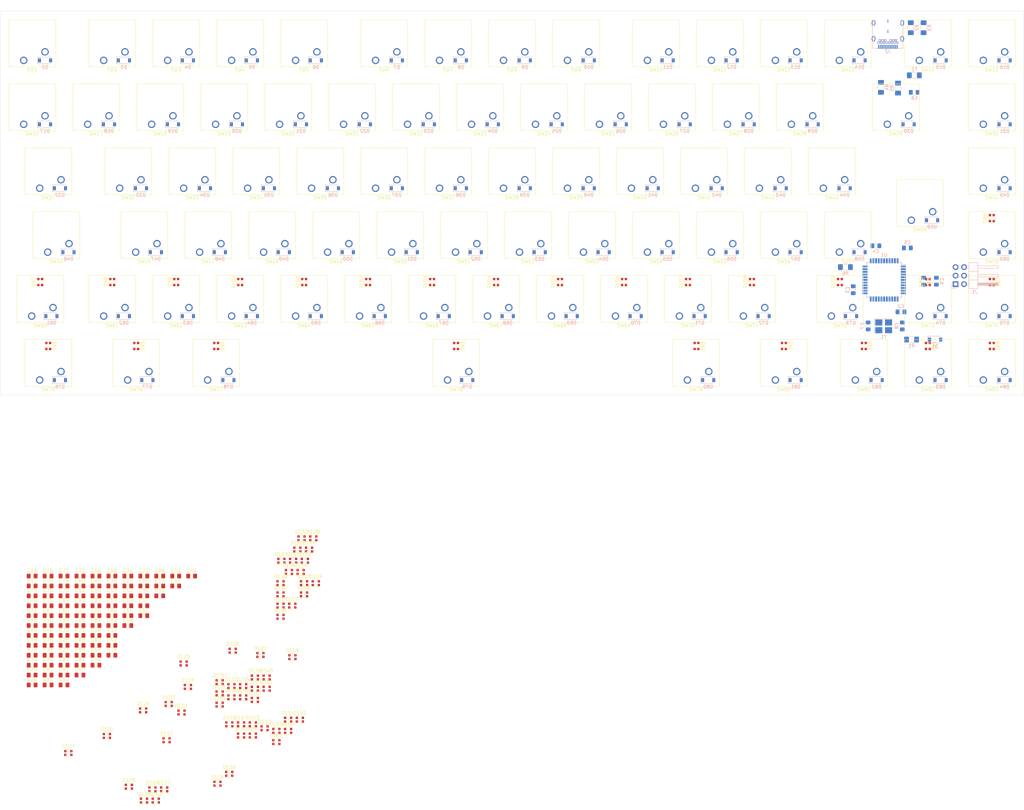
<source format=kicad_pcb>
(kicad_pcb (version 20171130) (host pcbnew 5.1.5+dfsg1-2build2)

  (general
    (thickness 1.6)
    (drawings 4)
    (tracks 0)
    (zones 0)
    (modules 353)
    (nets 217)
  )

  (page A3)
  (layers
    (0 F.Cu signal)
    (31 B.Cu signal)
    (32 B.Adhes user)
    (33 F.Adhes user)
    (34 B.Paste user)
    (35 F.Paste user)
    (36 B.SilkS user)
    (37 F.SilkS user)
    (38 B.Mask user)
    (39 F.Mask user)
    (40 Dwgs.User user)
    (41 Cmts.User user)
    (42 Eco1.User user)
    (43 Eco2.User user)
    (44 Edge.Cuts user)
    (45 Margin user)
    (46 B.CrtYd user)
    (47 F.CrtYd user)
    (48 B.Fab user)
    (49 F.Fab user)
  )

  (setup
    (last_trace_width 0.25)
    (trace_clearance 0.2)
    (zone_clearance 0.508)
    (zone_45_only no)
    (trace_min 0.2)
    (via_size 0.8)
    (via_drill 0.4)
    (via_min_size 0.6)
    (via_min_drill 0.3)
    (uvia_size 0.3)
    (uvia_drill 0.1)
    (uvias_allowed no)
    (uvia_min_size 0.2)
    (uvia_min_drill 0.1)
    (edge_width 0.05)
    (segment_width 0.2)
    (pcb_text_width 0.3)
    (pcb_text_size 1.5 1.5)
    (mod_edge_width 0.12)
    (mod_text_size 1 1)
    (mod_text_width 0.15)
    (pad_size 1.524 1.524)
    (pad_drill 0.762)
    (pad_to_mask_clearance 0.051)
    (solder_mask_min_width 0.25)
    (aux_axis_origin 0 0)
    (visible_elements FFFFF77F)
    (pcbplotparams
      (layerselection 0x010fc_ffffffff)
      (usegerberextensions false)
      (usegerberattributes false)
      (usegerberadvancedattributes false)
      (creategerberjobfile false)
      (excludeedgelayer true)
      (linewidth 0.100000)
      (plotframeref false)
      (viasonmask false)
      (mode 1)
      (useauxorigin false)
      (hpglpennumber 1)
      (hpglpenspeed 20)
      (hpglpendiameter 15.000000)
      (psnegative false)
      (psa4output false)
      (plotreference true)
      (plotvalue true)
      (plotinvisibletext false)
      (padsonsilk false)
      (subtractmaskfromsilk false)
      (outputformat 1)
      (mirror false)
      (drillshape 1)
      (scaleselection 1)
      (outputdirectory ""))
  )

  (net 0 "")
  (net 1 GND)
  (net 2 +5V)
  (net 3 "Net-(C7-Pad1)")
  (net 4 "Net-(C8-Pad2)")
  (net 5 "Net-(C9-Pad1)")
  (net 6 RST)
  (net 7 ROW0)
  (net 8 "Net-(D2-Pad2)")
  (net 9 "Net-(D3-Pad2)")
  (net 10 "Net-(D4-Pad2)")
  (net 11 "Net-(D5-Pad2)")
  (net 12 "Net-(D6-Pad2)")
  (net 13 "Net-(D7-Pad2)")
  (net 14 "Net-(D8-Pad2)")
  (net 15 "Net-(D9-Pad2)")
  (net 16 "Net-(D10-Pad2)")
  (net 17 "Net-(D11-Pad2)")
  (net 18 "Net-(D12-Pad2)")
  (net 19 "Net-(D13-Pad2)")
  (net 20 "Net-(D14-Pad2)")
  (net 21 "Net-(D15-Pad2)")
  (net 22 "Net-(D16-Pad2)")
  (net 23 ROW1)
  (net 24 "Net-(D17-Pad2)")
  (net 25 "Net-(D18-Pad2)")
  (net 26 "Net-(D19-Pad2)")
  (net 27 "Net-(D20-Pad2)")
  (net 28 "Net-(D21-Pad2)")
  (net 29 "Net-(D22-Pad2)")
  (net 30 "Net-(D23-Pad2)")
  (net 31 "Net-(D24-Pad2)")
  (net 32 "Net-(D25-Pad2)")
  (net 33 "Net-(D26-Pad2)")
  (net 34 "Net-(D27-Pad2)")
  (net 35 "Net-(D28-Pad2)")
  (net 36 "Net-(D29-Pad2)")
  (net 37 "Net-(D30-Pad2)")
  (net 38 "Net-(D31-Pad2)")
  (net 39 "Net-(D32-Pad2)")
  (net 40 ROW2)
  (net 41 "Net-(D33-Pad2)")
  (net 42 "Net-(D34-Pad2)")
  (net 43 "Net-(D35-Pad2)")
  (net 44 "Net-(D36-Pad2)")
  (net 45 "Net-(D37-Pad2)")
  (net 46 "Net-(D38-Pad2)")
  (net 47 "Net-(D39-Pad2)")
  (net 48 "Net-(D40-Pad2)")
  (net 49 "Net-(D41-Pad2)")
  (net 50 "Net-(D42-Pad2)")
  (net 51 "Net-(D43-Pad2)")
  (net 52 "Net-(D44-Pad2)")
  (net 53 "Net-(D45-Pad2)")
  (net 54 "Net-(D46-Pad2)")
  (net 55 ROW3)
  (net 56 "Net-(D47-Pad2)")
  (net 57 "Net-(D48-Pad2)")
  (net 58 "Net-(D49-Pad2)")
  (net 59 "Net-(D50-Pad2)")
  (net 60 "Net-(D51-Pad2)")
  (net 61 "Net-(D52-Pad2)")
  (net 62 "Net-(D53-Pad2)")
  (net 63 "Net-(D54-Pad2)")
  (net 64 "Net-(D55-Pad2)")
  (net 65 "Net-(D56-Pad2)")
  (net 66 "Net-(D57-Pad2)")
  (net 67 "Net-(D58-Pad2)")
  (net 68 "Net-(D59-Pad2)")
  (net 69 "Net-(D60-Pad2)")
  (net 70 ROW4)
  (net 71 "Net-(D61-Pad2)")
  (net 72 "Net-(D62-Pad2)")
  (net 73 "Net-(D63-Pad2)")
  (net 74 "Net-(D64-Pad2)")
  (net 75 "Net-(D65-Pad2)")
  (net 76 "Net-(D66-Pad2)")
  (net 77 "Net-(D67-Pad2)")
  (net 78 "Net-(D68-Pad2)")
  (net 79 "Net-(D69-Pad2)")
  (net 80 "Net-(D70-Pad2)")
  (net 81 "Net-(D71-Pad2)")
  (net 82 "Net-(D72-Pad2)")
  (net 83 "Net-(D73-Pad2)")
  (net 84 "Net-(D74-Pad2)")
  (net 85 "Net-(D75-Pad2)")
  (net 86 ROW5)
  (net 87 "Net-(D76-Pad2)")
  (net 88 "Net-(D77-Pad2)")
  (net 89 "Net-(D78-Pad2)")
  (net 90 "Net-(D79-Pad2)")
  (net 91 "Net-(D80-Pad2)")
  (net 92 "Net-(D81-Pad2)")
  (net 93 "Net-(D82-Pad2)")
  (net 94 "Net-(D83-Pad2)")
  (net 95 "Net-(D84-Pad2)")
  (net 96 "Net-(D85-Pad2)")
  (net 97 DIN)
  (net 98 "Net-(D86-Pad2)")
  (net 99 "Net-(D87-Pad2)")
  (net 100 "Net-(D88-Pad2)")
  (net 101 "Net-(D89-Pad2)")
  (net 102 "Net-(D90-Pad2)")
  (net 103 "Net-(D91-Pad2)")
  (net 104 "Net-(D92-Pad2)")
  (net 105 "Net-(D93-Pad2)")
  (net 106 "Net-(D94-Pad2)")
  (net 107 "Net-(D95-Pad2)")
  (net 108 "Net-(D96-Pad2)")
  (net 109 "Net-(D97-Pad2)")
  (net 110 "Net-(D98-Pad2)")
  (net 111 "Net-(D100-Pad4)")
  (net 112 "Net-(D100-Pad2)")
  (net 113 "Net-(D101-Pad2)")
  (net 114 "Net-(D102-Pad2)")
  (net 115 "Net-(D103-Pad2)")
  (net 116 "Net-(D104-Pad2)")
  (net 117 "Net-(D105-Pad2)")
  (net 118 "Net-(D106-Pad2)")
  (net 119 "Net-(D107-Pad2)")
  (net 120 "Net-(D108-Pad2)")
  (net 121 "Net-(D109-Pad2)")
  (net 122 "Net-(D110-Pad2)")
  (net 123 "Net-(D111-Pad2)")
  (net 124 "Net-(D112-Pad2)")
  (net 125 "Net-(D113-Pad2)")
  (net 126 "Net-(D114-Pad2)")
  (net 127 "Net-(D115-Pad2)")
  (net 128 "Net-(D116-Pad2)")
  (net 129 "Net-(D117-Pad2)")
  (net 130 "Net-(D118-Pad2)")
  (net 131 "Net-(D119-Pad2)")
  (net 132 "Net-(D120-Pad2)")
  (net 133 "Net-(D121-Pad2)")
  (net 134 "Net-(D122-Pad2)")
  (net 135 "Net-(D123-Pad2)")
  (net 136 "Net-(D124-Pad2)")
  (net 137 "Net-(D125-Pad2)")
  (net 138 "Net-(D126-Pad2)")
  (net 139 "Net-(D127-Pad2)")
  (net 140 "Net-(D128-Pad2)")
  (net 141 "Net-(D129-Pad2)")
  (net 142 "Net-(D130-Pad2)")
  (net 143 "Net-(D131-Pad2)")
  (net 144 "Net-(D132-Pad2)")
  (net 145 "Net-(D133-Pad2)")
  (net 146 "Net-(D134-Pad2)")
  (net 147 "Net-(D135-Pad2)")
  (net 148 "Net-(D136-Pad2)")
  (net 149 "Net-(D137-Pad2)")
  (net 150 "Net-(D138-Pad2)")
  (net 151 "Net-(D139-Pad2)")
  (net 152 "Net-(D140-Pad2)")
  (net 153 "Net-(D141-Pad2)")
  (net 154 "Net-(D142-Pad2)")
  (net 155 "Net-(D143-Pad2)")
  (net 156 "Net-(D144-Pad2)")
  (net 157 "Net-(D145-Pad2)")
  (net 158 "Net-(D146-Pad2)")
  (net 159 "Net-(D147-Pad2)")
  (net 160 "Net-(D148-Pad2)")
  (net 161 "Net-(D149-Pad2)")
  (net 162 "Net-(D150-Pad2)")
  (net 163 "Net-(D151-Pad2)")
  (net 164 "Net-(D152-Pad2)")
  (net 165 "Net-(D153-Pad2)")
  (net 166 "Net-(D154-Pad2)")
  (net 167 "Net-(D155-Pad2)")
  (net 168 "Net-(D156-Pad2)")
  (net 169 "Net-(D157-Pad2)")
  (net 170 "Net-(D158-Pad2)")
  (net 171 "Net-(D159-Pad2)")
  (net 172 "Net-(D160-Pad2)")
  (net 173 "Net-(D161-Pad2)")
  (net 174 "Net-(D162-Pad2)")
  (net 175 "Net-(D163-Pad2)")
  (net 176 "Net-(D164-Pad2)")
  (net 177 "Net-(D165-Pad2)")
  (net 178 "Net-(D166-Pad2)")
  (net 179 "Net-(D167-Pad2)")
  (net 180 "Net-(F1-Pad2)")
  (net 181 COL02)
  (net 182 COL00)
  (net 183 COL01)
  (net 184 "Net-(J2-PadA11)")
  (net 185 "Net-(J2-PadA10)")
  (net 186 "Net-(J2-PadA8)")
  (net 187 D-)
  (net 188 D+)
  (net 189 "Net-(J2-PadA5)")
  (net 190 "Net-(J2-PadA3)")
  (net 191 "Net-(J2-PadA2)")
  (net 192 "Net-(J2-PadB10)")
  (net 193 "Net-(J2-PadB3)")
  (net 194 "Net-(J2-PadB8)")
  (net 195 "Net-(J2-PadB5)")
  (net 196 "Net-(J2-PadB2)")
  (net 197 "Net-(J2-PadB11)")
  (net 198 "Net-(R4-Pad1)")
  (net 199 "Net-(R5-Pad2)")
  (net 200 "Net-(R6-Pad2)")
  (net 201 COL03)
  (net 202 COL04)
  (net 203 COL06)
  (net 204 COL07)
  (net 205 COL08)
  (net 206 COL09)
  (net 207 COL10)
  (net 208 COL11)
  (net 209 COL12)
  (net 210 COL13)
  (net 211 COL14)
  (net 212 COL15)
  (net 213 COL05)
  (net 214 "Net-(U1-Pad1)")
  (net 215 "Net-(U1-Pad8)")
  (net 216 "Net-(U1-Pad42)")

  (net_class Default "Dies ist die voreingestellte Netzklasse."
    (clearance 0.2)
    (trace_width 0.25)
    (via_dia 0.8)
    (via_drill 0.4)
    (uvia_dia 0.3)
    (uvia_drill 0.1)
    (add_net +5V)
    (add_net COL00)
    (add_net COL01)
    (add_net COL02)
    (add_net COL03)
    (add_net COL04)
    (add_net COL05)
    (add_net COL06)
    (add_net COL07)
    (add_net COL08)
    (add_net COL09)
    (add_net COL10)
    (add_net COL11)
    (add_net COL12)
    (add_net COL13)
    (add_net COL14)
    (add_net COL15)
    (add_net D+)
    (add_net D-)
    (add_net DIN)
    (add_net GND)
    (add_net "Net-(C7-Pad1)")
    (add_net "Net-(C8-Pad2)")
    (add_net "Net-(C9-Pad1)")
    (add_net "Net-(D10-Pad2)")
    (add_net "Net-(D100-Pad2)")
    (add_net "Net-(D100-Pad4)")
    (add_net "Net-(D101-Pad2)")
    (add_net "Net-(D102-Pad2)")
    (add_net "Net-(D103-Pad2)")
    (add_net "Net-(D104-Pad2)")
    (add_net "Net-(D105-Pad2)")
    (add_net "Net-(D106-Pad2)")
    (add_net "Net-(D107-Pad2)")
    (add_net "Net-(D108-Pad2)")
    (add_net "Net-(D109-Pad2)")
    (add_net "Net-(D11-Pad2)")
    (add_net "Net-(D110-Pad2)")
    (add_net "Net-(D111-Pad2)")
    (add_net "Net-(D112-Pad2)")
    (add_net "Net-(D113-Pad2)")
    (add_net "Net-(D114-Pad2)")
    (add_net "Net-(D115-Pad2)")
    (add_net "Net-(D116-Pad2)")
    (add_net "Net-(D117-Pad2)")
    (add_net "Net-(D118-Pad2)")
    (add_net "Net-(D119-Pad2)")
    (add_net "Net-(D12-Pad2)")
    (add_net "Net-(D120-Pad2)")
    (add_net "Net-(D121-Pad2)")
    (add_net "Net-(D122-Pad2)")
    (add_net "Net-(D123-Pad2)")
    (add_net "Net-(D124-Pad2)")
    (add_net "Net-(D125-Pad2)")
    (add_net "Net-(D126-Pad2)")
    (add_net "Net-(D127-Pad2)")
    (add_net "Net-(D128-Pad2)")
    (add_net "Net-(D129-Pad2)")
    (add_net "Net-(D13-Pad2)")
    (add_net "Net-(D130-Pad2)")
    (add_net "Net-(D131-Pad2)")
    (add_net "Net-(D132-Pad2)")
    (add_net "Net-(D133-Pad2)")
    (add_net "Net-(D134-Pad2)")
    (add_net "Net-(D135-Pad2)")
    (add_net "Net-(D136-Pad2)")
    (add_net "Net-(D137-Pad2)")
    (add_net "Net-(D138-Pad2)")
    (add_net "Net-(D139-Pad2)")
    (add_net "Net-(D14-Pad2)")
    (add_net "Net-(D140-Pad2)")
    (add_net "Net-(D141-Pad2)")
    (add_net "Net-(D142-Pad2)")
    (add_net "Net-(D143-Pad2)")
    (add_net "Net-(D144-Pad2)")
    (add_net "Net-(D145-Pad2)")
    (add_net "Net-(D146-Pad2)")
    (add_net "Net-(D147-Pad2)")
    (add_net "Net-(D148-Pad2)")
    (add_net "Net-(D149-Pad2)")
    (add_net "Net-(D15-Pad2)")
    (add_net "Net-(D150-Pad2)")
    (add_net "Net-(D151-Pad2)")
    (add_net "Net-(D152-Pad2)")
    (add_net "Net-(D153-Pad2)")
    (add_net "Net-(D154-Pad2)")
    (add_net "Net-(D155-Pad2)")
    (add_net "Net-(D156-Pad2)")
    (add_net "Net-(D157-Pad2)")
    (add_net "Net-(D158-Pad2)")
    (add_net "Net-(D159-Pad2)")
    (add_net "Net-(D16-Pad2)")
    (add_net "Net-(D160-Pad2)")
    (add_net "Net-(D161-Pad2)")
    (add_net "Net-(D162-Pad2)")
    (add_net "Net-(D163-Pad2)")
    (add_net "Net-(D164-Pad2)")
    (add_net "Net-(D165-Pad2)")
    (add_net "Net-(D166-Pad2)")
    (add_net "Net-(D167-Pad2)")
    (add_net "Net-(D17-Pad2)")
    (add_net "Net-(D18-Pad2)")
    (add_net "Net-(D19-Pad2)")
    (add_net "Net-(D2-Pad2)")
    (add_net "Net-(D20-Pad2)")
    (add_net "Net-(D21-Pad2)")
    (add_net "Net-(D22-Pad2)")
    (add_net "Net-(D23-Pad2)")
    (add_net "Net-(D24-Pad2)")
    (add_net "Net-(D25-Pad2)")
    (add_net "Net-(D26-Pad2)")
    (add_net "Net-(D27-Pad2)")
    (add_net "Net-(D28-Pad2)")
    (add_net "Net-(D29-Pad2)")
    (add_net "Net-(D3-Pad2)")
    (add_net "Net-(D30-Pad2)")
    (add_net "Net-(D31-Pad2)")
    (add_net "Net-(D32-Pad2)")
    (add_net "Net-(D33-Pad2)")
    (add_net "Net-(D34-Pad2)")
    (add_net "Net-(D35-Pad2)")
    (add_net "Net-(D36-Pad2)")
    (add_net "Net-(D37-Pad2)")
    (add_net "Net-(D38-Pad2)")
    (add_net "Net-(D39-Pad2)")
    (add_net "Net-(D4-Pad2)")
    (add_net "Net-(D40-Pad2)")
    (add_net "Net-(D41-Pad2)")
    (add_net "Net-(D42-Pad2)")
    (add_net "Net-(D43-Pad2)")
    (add_net "Net-(D44-Pad2)")
    (add_net "Net-(D45-Pad2)")
    (add_net "Net-(D46-Pad2)")
    (add_net "Net-(D47-Pad2)")
    (add_net "Net-(D48-Pad2)")
    (add_net "Net-(D49-Pad2)")
    (add_net "Net-(D5-Pad2)")
    (add_net "Net-(D50-Pad2)")
    (add_net "Net-(D51-Pad2)")
    (add_net "Net-(D52-Pad2)")
    (add_net "Net-(D53-Pad2)")
    (add_net "Net-(D54-Pad2)")
    (add_net "Net-(D55-Pad2)")
    (add_net "Net-(D56-Pad2)")
    (add_net "Net-(D57-Pad2)")
    (add_net "Net-(D58-Pad2)")
    (add_net "Net-(D59-Pad2)")
    (add_net "Net-(D6-Pad2)")
    (add_net "Net-(D60-Pad2)")
    (add_net "Net-(D61-Pad2)")
    (add_net "Net-(D62-Pad2)")
    (add_net "Net-(D63-Pad2)")
    (add_net "Net-(D64-Pad2)")
    (add_net "Net-(D65-Pad2)")
    (add_net "Net-(D66-Pad2)")
    (add_net "Net-(D67-Pad2)")
    (add_net "Net-(D68-Pad2)")
    (add_net "Net-(D69-Pad2)")
    (add_net "Net-(D7-Pad2)")
    (add_net "Net-(D70-Pad2)")
    (add_net "Net-(D71-Pad2)")
    (add_net "Net-(D72-Pad2)")
    (add_net "Net-(D73-Pad2)")
    (add_net "Net-(D74-Pad2)")
    (add_net "Net-(D75-Pad2)")
    (add_net "Net-(D76-Pad2)")
    (add_net "Net-(D77-Pad2)")
    (add_net "Net-(D78-Pad2)")
    (add_net "Net-(D79-Pad2)")
    (add_net "Net-(D8-Pad2)")
    (add_net "Net-(D80-Pad2)")
    (add_net "Net-(D81-Pad2)")
    (add_net "Net-(D82-Pad2)")
    (add_net "Net-(D83-Pad2)")
    (add_net "Net-(D84-Pad2)")
    (add_net "Net-(D85-Pad2)")
    (add_net "Net-(D86-Pad2)")
    (add_net "Net-(D87-Pad2)")
    (add_net "Net-(D88-Pad2)")
    (add_net "Net-(D89-Pad2)")
    (add_net "Net-(D9-Pad2)")
    (add_net "Net-(D90-Pad2)")
    (add_net "Net-(D91-Pad2)")
    (add_net "Net-(D92-Pad2)")
    (add_net "Net-(D93-Pad2)")
    (add_net "Net-(D94-Pad2)")
    (add_net "Net-(D95-Pad2)")
    (add_net "Net-(D96-Pad2)")
    (add_net "Net-(D97-Pad2)")
    (add_net "Net-(D98-Pad2)")
    (add_net "Net-(F1-Pad2)")
    (add_net "Net-(J2-PadA10)")
    (add_net "Net-(J2-PadA11)")
    (add_net "Net-(J2-PadA2)")
    (add_net "Net-(J2-PadA3)")
    (add_net "Net-(J2-PadA5)")
    (add_net "Net-(J2-PadA8)")
    (add_net "Net-(J2-PadB10)")
    (add_net "Net-(J2-PadB11)")
    (add_net "Net-(J2-PadB2)")
    (add_net "Net-(J2-PadB3)")
    (add_net "Net-(J2-PadB5)")
    (add_net "Net-(J2-PadB8)")
    (add_net "Net-(R4-Pad1)")
    (add_net "Net-(R5-Pad2)")
    (add_net "Net-(R6-Pad2)")
    (add_net "Net-(U1-Pad1)")
    (add_net "Net-(U1-Pad42)")
    (add_net "Net-(U1-Pad8)")
    (add_net ROW0)
    (add_net ROW1)
    (add_net ROW2)
    (add_net ROW3)
    (add_net ROW4)
    (add_net ROW5)
    (add_net RST)
  )

  (module Capacitor_SMD:C_0805_2012Metric_Pad1.15x1.40mm_HandSolder (layer B.Cu) (tedit 5B36C52B) (tstamp 5F1B5C2D)
    (at 313.055 118.5 90)
    (descr "Capacitor SMD 0805 (2012 Metric), square (rectangular) end terminal, IPC_7351 nominal with elongated pad for handsoldering. (Body size source: https://docs.google.com/spreadsheets/d/1BsfQQcO9C6DZCsRaXUlFlo91Tg2WpOkGARC1WS5S8t0/edit?usp=sharing), generated with kicad-footprint-generator")
    (tags "capacitor handsolder")
    (path /5F92990D)
    (attr smd)
    (fp_text reference C1 (at 0 1.65 90) (layer B.SilkS)
      (effects (font (size 1 1) (thickness 0.15)) (justify mirror))
    )
    (fp_text value 0.1uF (at 0 -1.65 90) (layer B.Fab)
      (effects (font (size 1 1) (thickness 0.15)) (justify mirror))
    )
    (fp_text user %R (at 0 0 90) (layer B.Fab)
      (effects (font (size 0.5 0.5) (thickness 0.08)) (justify mirror))
    )
    (fp_line (start 1.85 -0.95) (end -1.85 -0.95) (layer B.CrtYd) (width 0.05))
    (fp_line (start 1.85 0.95) (end 1.85 -0.95) (layer B.CrtYd) (width 0.05))
    (fp_line (start -1.85 0.95) (end 1.85 0.95) (layer B.CrtYd) (width 0.05))
    (fp_line (start -1.85 -0.95) (end -1.85 0.95) (layer B.CrtYd) (width 0.05))
    (fp_line (start -0.261252 -0.71) (end 0.261252 -0.71) (layer B.SilkS) (width 0.12))
    (fp_line (start -0.261252 0.71) (end 0.261252 0.71) (layer B.SilkS) (width 0.12))
    (fp_line (start 1 -0.6) (end -1 -0.6) (layer B.Fab) (width 0.1))
    (fp_line (start 1 0.6) (end 1 -0.6) (layer B.Fab) (width 0.1))
    (fp_line (start -1 0.6) (end 1 0.6) (layer B.Fab) (width 0.1))
    (fp_line (start -1 -0.6) (end -1 0.6) (layer B.Fab) (width 0.1))
    (pad 2 smd roundrect (at 1.025 0 90) (size 1.15 1.4) (layers B.Cu B.Paste B.Mask) (roundrect_rratio 0.217391)
      (net 1 GND))
    (pad 1 smd roundrect (at -1.025 0 90) (size 1.15 1.4) (layers B.Cu B.Paste B.Mask) (roundrect_rratio 0.217391)
      (net 2 +5V))
    (model ${KISYS3DMOD}/Capacitor_SMD.3dshapes/C_0805_2012Metric.wrl
      (at (xyz 0 0 0))
      (scale (xyz 1 1 1))
      (rotate (xyz 0 0 0))
    )
  )

  (module Capacitor_SMD:C_0805_2012Metric_Pad1.15x1.40mm_HandSolder (layer B.Cu) (tedit 5B36C52B) (tstamp 5F15EB29)
    (at 306.315 127.635 180)
    (descr "Capacitor SMD 0805 (2012 Metric), square (rectangular) end terminal, IPC_7351 nominal with elongated pad for handsoldering. (Body size source: https://docs.google.com/spreadsheets/d/1BsfQQcO9C6DZCsRaXUlFlo91Tg2WpOkGARC1WS5S8t0/edit?usp=sharing), generated with kicad-footprint-generator")
    (tags "capacitor handsolder")
    (path /5EFFF252)
    (attr smd)
    (fp_text reference C2 (at 0 1.65) (layer B.SilkS)
      (effects (font (size 1 1) (thickness 0.15)) (justify mirror))
    )
    (fp_text value 0.1uF (at 0 -1.65) (layer B.Fab)
      (effects (font (size 1 1) (thickness 0.15)) (justify mirror))
    )
    (fp_text user %R (at 0 0) (layer B.Fab)
      (effects (font (size 0.5 0.5) (thickness 0.08)) (justify mirror))
    )
    (fp_line (start 1.85 -0.95) (end -1.85 -0.95) (layer B.CrtYd) (width 0.05))
    (fp_line (start 1.85 0.95) (end 1.85 -0.95) (layer B.CrtYd) (width 0.05))
    (fp_line (start -1.85 0.95) (end 1.85 0.95) (layer B.CrtYd) (width 0.05))
    (fp_line (start -1.85 -0.95) (end -1.85 0.95) (layer B.CrtYd) (width 0.05))
    (fp_line (start -0.261252 -0.71) (end 0.261252 -0.71) (layer B.SilkS) (width 0.12))
    (fp_line (start -0.261252 0.71) (end 0.261252 0.71) (layer B.SilkS) (width 0.12))
    (fp_line (start 1 -0.6) (end -1 -0.6) (layer B.Fab) (width 0.1))
    (fp_line (start 1 0.6) (end 1 -0.6) (layer B.Fab) (width 0.1))
    (fp_line (start -1 0.6) (end 1 0.6) (layer B.Fab) (width 0.1))
    (fp_line (start -1 -0.6) (end -1 0.6) (layer B.Fab) (width 0.1))
    (pad 2 smd roundrect (at 1.025 0 180) (size 1.15 1.4) (layers B.Cu B.Paste B.Mask) (roundrect_rratio 0.217391)
      (net 1 GND))
    (pad 1 smd roundrect (at -1.025 0 180) (size 1.15 1.4) (layers B.Cu B.Paste B.Mask) (roundrect_rratio 0.217391)
      (net 2 +5V))
    (model ${KISYS3DMOD}/Capacitor_SMD.3dshapes/C_0805_2012Metric.wrl
      (at (xyz 0 0 0))
      (scale (xyz 1 1 1))
      (rotate (xyz 0 0 0))
    )
  )

  (module Capacitor_SMD:C_0805_2012Metric_Pad1.15x1.40mm_HandSolder (layer B.Cu) (tedit 5B36C52B) (tstamp 5F15EB3A)
    (at 292.1 121.04 270)
    (descr "Capacitor SMD 0805 (2012 Metric), square (rectangular) end terminal, IPC_7351 nominal with elongated pad for handsoldering. (Body size source: https://docs.google.com/spreadsheets/d/1BsfQQcO9C6DZCsRaXUlFlo91Tg2WpOkGARC1WS5S8t0/edit?usp=sharing), generated with kicad-footprint-generator")
    (tags "capacitor handsolder")
    (path /5F00AFA0)
    (attr smd)
    (fp_text reference C3 (at 0 1.65 90) (layer B.SilkS)
      (effects (font (size 1 1) (thickness 0.15)) (justify mirror))
    )
    (fp_text value 0.1uF (at 0 -1.65 90) (layer B.Fab)
      (effects (font (size 1 1) (thickness 0.15)) (justify mirror))
    )
    (fp_text user %R (at 0 0 90) (layer B.Fab)
      (effects (font (size 0.5 0.5) (thickness 0.08)) (justify mirror))
    )
    (fp_line (start 1.85 -0.95) (end -1.85 -0.95) (layer B.CrtYd) (width 0.05))
    (fp_line (start 1.85 0.95) (end 1.85 -0.95) (layer B.CrtYd) (width 0.05))
    (fp_line (start -1.85 0.95) (end 1.85 0.95) (layer B.CrtYd) (width 0.05))
    (fp_line (start -1.85 -0.95) (end -1.85 0.95) (layer B.CrtYd) (width 0.05))
    (fp_line (start -0.261252 -0.71) (end 0.261252 -0.71) (layer B.SilkS) (width 0.12))
    (fp_line (start -0.261252 0.71) (end 0.261252 0.71) (layer B.SilkS) (width 0.12))
    (fp_line (start 1 -0.6) (end -1 -0.6) (layer B.Fab) (width 0.1))
    (fp_line (start 1 0.6) (end 1 -0.6) (layer B.Fab) (width 0.1))
    (fp_line (start -1 0.6) (end 1 0.6) (layer B.Fab) (width 0.1))
    (fp_line (start -1 -0.6) (end -1 0.6) (layer B.Fab) (width 0.1))
    (pad 2 smd roundrect (at 1.025 0 270) (size 1.15 1.4) (layers B.Cu B.Paste B.Mask) (roundrect_rratio 0.217391)
      (net 1 GND))
    (pad 1 smd roundrect (at -1.025 0 270) (size 1.15 1.4) (layers B.Cu B.Paste B.Mask) (roundrect_rratio 0.217391)
      (net 2 +5V))
    (model ${KISYS3DMOD}/Capacitor_SMD.3dshapes/C_0805_2012Metric.wrl
      (at (xyz 0 0 0))
      (scale (xyz 1 1 1))
      (rotate (xyz 0 0 0))
    )
  )

  (module Capacitor_SMD:C_0805_2012Metric_Pad1.15x1.40mm_HandSolder (layer B.Cu) (tedit 5B36C52B) (tstamp 5F15EB4B)
    (at 298.84 107.95)
    (descr "Capacitor SMD 0805 (2012 Metric), square (rectangular) end terminal, IPC_7351 nominal with elongated pad for handsoldering. (Body size source: https://docs.google.com/spreadsheets/d/1BsfQQcO9C6DZCsRaXUlFlo91Tg2WpOkGARC1WS5S8t0/edit?usp=sharing), generated with kicad-footprint-generator")
    (tags "capacitor handsolder")
    (path /5F00B4C3)
    (attr smd)
    (fp_text reference C4 (at 0 1.65) (layer B.SilkS)
      (effects (font (size 1 1) (thickness 0.15)) (justify mirror))
    )
    (fp_text value 0.1uF (at 0 -1.65) (layer B.Fab)
      (effects (font (size 1 1) (thickness 0.15)) (justify mirror))
    )
    (fp_line (start -1 -0.6) (end -1 0.6) (layer B.Fab) (width 0.1))
    (fp_line (start -1 0.6) (end 1 0.6) (layer B.Fab) (width 0.1))
    (fp_line (start 1 0.6) (end 1 -0.6) (layer B.Fab) (width 0.1))
    (fp_line (start 1 -0.6) (end -1 -0.6) (layer B.Fab) (width 0.1))
    (fp_line (start -0.261252 0.71) (end 0.261252 0.71) (layer B.SilkS) (width 0.12))
    (fp_line (start -0.261252 -0.71) (end 0.261252 -0.71) (layer B.SilkS) (width 0.12))
    (fp_line (start -1.85 -0.95) (end -1.85 0.95) (layer B.CrtYd) (width 0.05))
    (fp_line (start -1.85 0.95) (end 1.85 0.95) (layer B.CrtYd) (width 0.05))
    (fp_line (start 1.85 0.95) (end 1.85 -0.95) (layer B.CrtYd) (width 0.05))
    (fp_line (start 1.85 -0.95) (end -1.85 -0.95) (layer B.CrtYd) (width 0.05))
    (fp_text user %R (at 0 0) (layer B.Fab)
      (effects (font (size 0.5 0.5) (thickness 0.08)) (justify mirror))
    )
    (pad 1 smd roundrect (at -1.025 0) (size 1.15 1.4) (layers B.Cu B.Paste B.Mask) (roundrect_rratio 0.217391)
      (net 2 +5V))
    (pad 2 smd roundrect (at 1.025 0) (size 1.15 1.4) (layers B.Cu B.Paste B.Mask) (roundrect_rratio 0.217391)
      (net 1 GND))
    (model ${KISYS3DMOD}/Capacitor_SMD.3dshapes/C_0805_2012Metric.wrl
      (at (xyz 0 0 0))
      (scale (xyz 1 1 1))
      (rotate (xyz 0 0 0))
    )
  )

  (module Capacitor_SMD:C_0805_2012Metric_Pad1.15x1.40mm_HandSolder (layer B.Cu) (tedit 5B36C52B) (tstamp 5F15EB5C)
    (at 308.22 108.585 180)
    (descr "Capacitor SMD 0805 (2012 Metric), square (rectangular) end terminal, IPC_7351 nominal with elongated pad for handsoldering. (Body size source: https://docs.google.com/spreadsheets/d/1BsfQQcO9C6DZCsRaXUlFlo91Tg2WpOkGARC1WS5S8t0/edit?usp=sharing), generated with kicad-footprint-generator")
    (tags "capacitor handsolder")
    (path /5F92A552)
    (attr smd)
    (fp_text reference C5 (at 0 1.65) (layer B.SilkS)
      (effects (font (size 1 1) (thickness 0.15)) (justify mirror))
    )
    (fp_text value 0.1uF (at 0 -1.65) (layer B.Fab)
      (effects (font (size 1 1) (thickness 0.15)) (justify mirror))
    )
    (fp_text user %R (at 0 0) (layer B.Fab)
      (effects (font (size 0.5 0.5) (thickness 0.08)) (justify mirror))
    )
    (fp_line (start 1.85 -0.95) (end -1.85 -0.95) (layer B.CrtYd) (width 0.05))
    (fp_line (start 1.85 0.95) (end 1.85 -0.95) (layer B.CrtYd) (width 0.05))
    (fp_line (start -1.85 0.95) (end 1.85 0.95) (layer B.CrtYd) (width 0.05))
    (fp_line (start -1.85 -0.95) (end -1.85 0.95) (layer B.CrtYd) (width 0.05))
    (fp_line (start -0.261252 -0.71) (end 0.261252 -0.71) (layer B.SilkS) (width 0.12))
    (fp_line (start -0.261252 0.71) (end 0.261252 0.71) (layer B.SilkS) (width 0.12))
    (fp_line (start 1 -0.6) (end -1 -0.6) (layer B.Fab) (width 0.1))
    (fp_line (start 1 0.6) (end 1 -0.6) (layer B.Fab) (width 0.1))
    (fp_line (start -1 0.6) (end 1 0.6) (layer B.Fab) (width 0.1))
    (fp_line (start -1 -0.6) (end -1 0.6) (layer B.Fab) (width 0.1))
    (pad 2 smd roundrect (at 1.025 0 180) (size 1.15 1.4) (layers B.Cu B.Paste B.Mask) (roundrect_rratio 0.217391)
      (net 1 GND))
    (pad 1 smd roundrect (at -1.025 0 180) (size 1.15 1.4) (layers B.Cu B.Paste B.Mask) (roundrect_rratio 0.217391)
      (net 2 +5V))
    (model ${KISYS3DMOD}/Capacitor_SMD.3dshapes/C_0805_2012Metric.wrl
      (at (xyz 0 0 0))
      (scale (xyz 1 1 1))
      (rotate (xyz 0 0 0))
    )
  )

  (module Capacitor_SMD:C_0805_2012Metric_Pad1.15x1.40mm_HandSolder (layer B.Cu) (tedit 5B36C52B) (tstamp 5F15EB6D)
    (at 310.27 62.23)
    (descr "Capacitor SMD 0805 (2012 Metric), square (rectangular) end terminal, IPC_7351 nominal with elongated pad for handsoldering. (Body size source: https://docs.google.com/spreadsheets/d/1BsfQQcO9C6DZCsRaXUlFlo91Tg2WpOkGARC1WS5S8t0/edit?usp=sharing), generated with kicad-footprint-generator")
    (tags "capacitor handsolder")
    (path /5F007EF5)
    (attr smd)
    (fp_text reference C6 (at 0 1.65) (layer B.SilkS)
      (effects (font (size 1 1) (thickness 0.15)) (justify mirror))
    )
    (fp_text value 10uF (at 0 -1.65) (layer B.Fab)
      (effects (font (size 1 1) (thickness 0.15)) (justify mirror))
    )
    (fp_line (start -1 -0.6) (end -1 0.6) (layer B.Fab) (width 0.1))
    (fp_line (start -1 0.6) (end 1 0.6) (layer B.Fab) (width 0.1))
    (fp_line (start 1 0.6) (end 1 -0.6) (layer B.Fab) (width 0.1))
    (fp_line (start 1 -0.6) (end -1 -0.6) (layer B.Fab) (width 0.1))
    (fp_line (start -0.261252 0.71) (end 0.261252 0.71) (layer B.SilkS) (width 0.12))
    (fp_line (start -0.261252 -0.71) (end 0.261252 -0.71) (layer B.SilkS) (width 0.12))
    (fp_line (start -1.85 -0.95) (end -1.85 0.95) (layer B.CrtYd) (width 0.05))
    (fp_line (start -1.85 0.95) (end 1.85 0.95) (layer B.CrtYd) (width 0.05))
    (fp_line (start 1.85 0.95) (end 1.85 -0.95) (layer B.CrtYd) (width 0.05))
    (fp_line (start 1.85 -0.95) (end -1.85 -0.95) (layer B.CrtYd) (width 0.05))
    (fp_text user %R (at 0 0) (layer B.Fab)
      (effects (font (size 0.5 0.5) (thickness 0.08)) (justify mirror))
    )
    (pad 1 smd roundrect (at -1.025 0) (size 1.15 1.4) (layers B.Cu B.Paste B.Mask) (roundrect_rratio 0.217391)
      (net 2 +5V))
    (pad 2 smd roundrect (at 1.025 0) (size 1.15 1.4) (layers B.Cu B.Paste B.Mask) (roundrect_rratio 0.217391)
      (net 1 GND))
    (model ${KISYS3DMOD}/Capacitor_SMD.3dshapes/C_0805_2012Metric.wrl
      (at (xyz 0 0 0))
      (scale (xyz 1 1 1))
      (rotate (xyz 0 0 0))
    )
  )

  (module Capacitor_SMD:C_0805_2012Metric_Pad1.15x1.40mm_HandSolder (layer B.Cu) (tedit 5B36C52B) (tstamp 5F15EB7E)
    (at 296.545 131.835 270)
    (descr "Capacitor SMD 0805 (2012 Metric), square (rectangular) end terminal, IPC_7351 nominal with elongated pad for handsoldering. (Body size source: https://docs.google.com/spreadsheets/d/1BsfQQcO9C6DZCsRaXUlFlo91Tg2WpOkGARC1WS5S8t0/edit?usp=sharing), generated with kicad-footprint-generator")
    (tags "capacitor handsolder")
    (path /5F0786B1)
    (attr smd)
    (fp_text reference C7 (at 0 1.65 90) (layer B.SilkS)
      (effects (font (size 1 1) (thickness 0.15)) (justify mirror))
    )
    (fp_text value 22pF (at 0 -1.65 90) (layer B.Fab)
      (effects (font (size 1 1) (thickness 0.15)) (justify mirror))
    )
    (fp_text user %R (at 0 0 90) (layer B.Fab)
      (effects (font (size 0.5 0.5) (thickness 0.08)) (justify mirror))
    )
    (fp_line (start 1.85 -0.95) (end -1.85 -0.95) (layer B.CrtYd) (width 0.05))
    (fp_line (start 1.85 0.95) (end 1.85 -0.95) (layer B.CrtYd) (width 0.05))
    (fp_line (start -1.85 0.95) (end 1.85 0.95) (layer B.CrtYd) (width 0.05))
    (fp_line (start -1.85 -0.95) (end -1.85 0.95) (layer B.CrtYd) (width 0.05))
    (fp_line (start -0.261252 -0.71) (end 0.261252 -0.71) (layer B.SilkS) (width 0.12))
    (fp_line (start -0.261252 0.71) (end 0.261252 0.71) (layer B.SilkS) (width 0.12))
    (fp_line (start 1 -0.6) (end -1 -0.6) (layer B.Fab) (width 0.1))
    (fp_line (start 1 0.6) (end 1 -0.6) (layer B.Fab) (width 0.1))
    (fp_line (start -1 0.6) (end 1 0.6) (layer B.Fab) (width 0.1))
    (fp_line (start -1 -0.6) (end -1 0.6) (layer B.Fab) (width 0.1))
    (pad 2 smd roundrect (at 1.025 0 270) (size 1.15 1.4) (layers B.Cu B.Paste B.Mask) (roundrect_rratio 0.217391)
      (net 1 GND))
    (pad 1 smd roundrect (at -1.025 0 270) (size 1.15 1.4) (layers B.Cu B.Paste B.Mask) (roundrect_rratio 0.217391)
      (net 3 "Net-(C7-Pad1)"))
    (model ${KISYS3DMOD}/Capacitor_SMD.3dshapes/C_0805_2012Metric.wrl
      (at (xyz 0 0 0))
      (scale (xyz 1 1 1))
      (rotate (xyz 0 0 0))
    )
  )

  (module Capacitor_SMD:C_0805_2012Metric_Pad1.15x1.40mm_HandSolder (layer B.Cu) (tedit 5B36C52B) (tstamp 5F15EB8F)
    (at 306.705 131.835 270)
    (descr "Capacitor SMD 0805 (2012 Metric), square (rectangular) end terminal, IPC_7351 nominal with elongated pad for handsoldering. (Body size source: https://docs.google.com/spreadsheets/d/1BsfQQcO9C6DZCsRaXUlFlo91Tg2WpOkGARC1WS5S8t0/edit?usp=sharing), generated with kicad-footprint-generator")
    (tags "capacitor handsolder")
    (path /5F0BA64F)
    (attr smd)
    (fp_text reference C8 (at 0 1.65 90) (layer B.SilkS)
      (effects (font (size 1 1) (thickness 0.15)) (justify mirror))
    )
    (fp_text value 22pF (at 0 -1.65 90) (layer B.Fab)
      (effects (font (size 1 1) (thickness 0.15)) (justify mirror))
    )
    (fp_text user %R (at 0 0 90) (layer B.Fab)
      (effects (font (size 0.5 0.5) (thickness 0.08)) (justify mirror))
    )
    (fp_line (start 1.85 -0.95) (end -1.85 -0.95) (layer B.CrtYd) (width 0.05))
    (fp_line (start 1.85 0.95) (end 1.85 -0.95) (layer B.CrtYd) (width 0.05))
    (fp_line (start -1.85 0.95) (end 1.85 0.95) (layer B.CrtYd) (width 0.05))
    (fp_line (start -1.85 -0.95) (end -1.85 0.95) (layer B.CrtYd) (width 0.05))
    (fp_line (start -0.261252 -0.71) (end 0.261252 -0.71) (layer B.SilkS) (width 0.12))
    (fp_line (start -0.261252 0.71) (end 0.261252 0.71) (layer B.SilkS) (width 0.12))
    (fp_line (start 1 -0.6) (end -1 -0.6) (layer B.Fab) (width 0.1))
    (fp_line (start 1 0.6) (end 1 -0.6) (layer B.Fab) (width 0.1))
    (fp_line (start -1 0.6) (end 1 0.6) (layer B.Fab) (width 0.1))
    (fp_line (start -1 -0.6) (end -1 0.6) (layer B.Fab) (width 0.1))
    (pad 2 smd roundrect (at 1.025 0 270) (size 1.15 1.4) (layers B.Cu B.Paste B.Mask) (roundrect_rratio 0.217391)
      (net 4 "Net-(C8-Pad2)"))
    (pad 1 smd roundrect (at -1.025 0 270) (size 1.15 1.4) (layers B.Cu B.Paste B.Mask) (roundrect_rratio 0.217391)
      (net 1 GND))
    (model ${KISYS3DMOD}/Capacitor_SMD.3dshapes/C_0805_2012Metric.wrl
      (at (xyz 0 0 0))
      (scale (xyz 1 1 1))
      (rotate (xyz 0 0 0))
    )
  )

  (module Capacitor_SMD:C_0805_2012Metric_Pad1.15x1.40mm_HandSolder (layer B.Cu) (tedit 5B36C52B) (tstamp 5F15EBA0)
    (at 316.865 118.5 90)
    (descr "Capacitor SMD 0805 (2012 Metric), square (rectangular) end terminal, IPC_7351 nominal with elongated pad for handsoldering. (Body size source: https://docs.google.com/spreadsheets/d/1BsfQQcO9C6DZCsRaXUlFlo91Tg2WpOkGARC1WS5S8t0/edit?usp=sharing), generated with kicad-footprint-generator")
    (tags "capacitor handsolder")
    (path /5F049C39)
    (attr smd)
    (fp_text reference C9 (at 0 1.65 90) (layer B.SilkS)
      (effects (font (size 1 1) (thickness 0.15)) (justify mirror))
    )
    (fp_text value 1uF (at 0 -1.65 90) (layer B.Fab)
      (effects (font (size 1 1) (thickness 0.15)) (justify mirror))
    )
    (fp_line (start -1 -0.6) (end -1 0.6) (layer B.Fab) (width 0.1))
    (fp_line (start -1 0.6) (end 1 0.6) (layer B.Fab) (width 0.1))
    (fp_line (start 1 0.6) (end 1 -0.6) (layer B.Fab) (width 0.1))
    (fp_line (start 1 -0.6) (end -1 -0.6) (layer B.Fab) (width 0.1))
    (fp_line (start -0.261252 0.71) (end 0.261252 0.71) (layer B.SilkS) (width 0.12))
    (fp_line (start -0.261252 -0.71) (end 0.261252 -0.71) (layer B.SilkS) (width 0.12))
    (fp_line (start -1.85 -0.95) (end -1.85 0.95) (layer B.CrtYd) (width 0.05))
    (fp_line (start -1.85 0.95) (end 1.85 0.95) (layer B.CrtYd) (width 0.05))
    (fp_line (start 1.85 0.95) (end 1.85 -0.95) (layer B.CrtYd) (width 0.05))
    (fp_line (start 1.85 -0.95) (end -1.85 -0.95) (layer B.CrtYd) (width 0.05))
    (fp_text user %R (at 0 0 90) (layer B.Fab)
      (effects (font (size 0.5 0.5) (thickness 0.08)) (justify mirror))
    )
    (pad 1 smd roundrect (at -1.025 0 90) (size 1.15 1.4) (layers B.Cu B.Paste B.Mask) (roundrect_rratio 0.217391)
      (net 5 "Net-(C9-Pad1)"))
    (pad 2 smd roundrect (at 1.025 0 90) (size 1.15 1.4) (layers B.Cu B.Paste B.Mask) (roundrect_rratio 0.217391)
      (net 1 GND))
    (model ${KISYS3DMOD}/Capacitor_SMD.3dshapes/C_0805_2012Metric.wrl
      (at (xyz 0 0 0))
      (scale (xyz 1 1 1))
      (rotate (xyz 0 0 0))
    )
  )

  (module Capacitor_SMD:C_0805_2012Metric_Pad1.15x1.40mm_HandSolder (layer F.Cu) (tedit 5B36C52B) (tstamp 5F15EBB1)
    (at 76.095001 215.205001)
    (descr "Capacitor SMD 0805 (2012 Metric), square (rectangular) end terminal, IPC_7351 nominal with elongated pad for handsoldering. (Body size source: https://docs.google.com/spreadsheets/d/1BsfQQcO9C6DZCsRaXUlFlo91Tg2WpOkGARC1WS5S8t0/edit?usp=sharing), generated with kicad-footprint-generator")
    (tags "capacitor handsolder")
    (path /5F949B9C/5FD1B778)
    (attr smd)
    (fp_text reference C10 (at 0 -1.65) (layer F.SilkS)
      (effects (font (size 1 1) (thickness 0.15)))
    )
    (fp_text value 0.1uF (at 0 1.65) (layer F.Fab)
      (effects (font (size 1 1) (thickness 0.15)))
    )
    (fp_line (start -1 0.6) (end -1 -0.6) (layer F.Fab) (width 0.1))
    (fp_line (start -1 -0.6) (end 1 -0.6) (layer F.Fab) (width 0.1))
    (fp_line (start 1 -0.6) (end 1 0.6) (layer F.Fab) (width 0.1))
    (fp_line (start 1 0.6) (end -1 0.6) (layer F.Fab) (width 0.1))
    (fp_line (start -0.261252 -0.71) (end 0.261252 -0.71) (layer F.SilkS) (width 0.12))
    (fp_line (start -0.261252 0.71) (end 0.261252 0.71) (layer F.SilkS) (width 0.12))
    (fp_line (start -1.85 0.95) (end -1.85 -0.95) (layer F.CrtYd) (width 0.05))
    (fp_line (start -1.85 -0.95) (end 1.85 -0.95) (layer F.CrtYd) (width 0.05))
    (fp_line (start 1.85 -0.95) (end 1.85 0.95) (layer F.CrtYd) (width 0.05))
    (fp_line (start 1.85 0.95) (end -1.85 0.95) (layer F.CrtYd) (width 0.05))
    (fp_text user %R (at 0 0) (layer F.Fab)
      (effects (font (size 0.5 0.5) (thickness 0.08)))
    )
    (pad 1 smd roundrect (at -1.025 0) (size 1.15 1.4) (layers F.Cu F.Paste F.Mask) (roundrect_rratio 0.217391)
      (net 2 +5V))
    (pad 2 smd roundrect (at 1.025 0) (size 1.15 1.4) (layers F.Cu F.Paste F.Mask) (roundrect_rratio 0.217391)
      (net 1 GND))
    (model ${KISYS3DMOD}/Capacitor_SMD.3dshapes/C_0805_2012Metric.wrl
      (at (xyz 0 0 0))
      (scale (xyz 1 1 1))
      (rotate (xyz 0 0 0))
    )
  )

  (module Capacitor_SMD:C_0805_2012Metric_Pad1.15x1.40mm_HandSolder (layer F.Cu) (tedit 5B36C52B) (tstamp 5F15EBC2)
    (at 52.345001 238.805001)
    (descr "Capacitor SMD 0805 (2012 Metric), square (rectangular) end terminal, IPC_7351 nominal with elongated pad for handsoldering. (Body size source: https://docs.google.com/spreadsheets/d/1BsfQQcO9C6DZCsRaXUlFlo91Tg2WpOkGARC1WS5S8t0/edit?usp=sharing), generated with kicad-footprint-generator")
    (tags "capacitor handsolder")
    (path /5F949B9C/5FD3F1FB)
    (attr smd)
    (fp_text reference C11 (at 0 -1.65) (layer F.SilkS)
      (effects (font (size 1 1) (thickness 0.15)))
    )
    (fp_text value 0.1uF (at 0 1.65) (layer F.Fab)
      (effects (font (size 1 1) (thickness 0.15)))
    )
    (fp_line (start -1 0.6) (end -1 -0.6) (layer F.Fab) (width 0.1))
    (fp_line (start -1 -0.6) (end 1 -0.6) (layer F.Fab) (width 0.1))
    (fp_line (start 1 -0.6) (end 1 0.6) (layer F.Fab) (width 0.1))
    (fp_line (start 1 0.6) (end -1 0.6) (layer F.Fab) (width 0.1))
    (fp_line (start -0.261252 -0.71) (end 0.261252 -0.71) (layer F.SilkS) (width 0.12))
    (fp_line (start -0.261252 0.71) (end 0.261252 0.71) (layer F.SilkS) (width 0.12))
    (fp_line (start -1.85 0.95) (end -1.85 -0.95) (layer F.CrtYd) (width 0.05))
    (fp_line (start -1.85 -0.95) (end 1.85 -0.95) (layer F.CrtYd) (width 0.05))
    (fp_line (start 1.85 -0.95) (end 1.85 0.95) (layer F.CrtYd) (width 0.05))
    (fp_line (start 1.85 0.95) (end -1.85 0.95) (layer F.CrtYd) (width 0.05))
    (fp_text user %R (at 0 0) (layer F.Fab)
      (effects (font (size 0.5 0.5) (thickness 0.08)))
    )
    (pad 1 smd roundrect (at -1.025 0) (size 1.15 1.4) (layers F.Cu F.Paste F.Mask) (roundrect_rratio 0.217391)
      (net 2 +5V))
    (pad 2 smd roundrect (at 1.025 0) (size 1.15 1.4) (layers F.Cu F.Paste F.Mask) (roundrect_rratio 0.217391)
      (net 1 GND))
    (model ${KISYS3DMOD}/Capacitor_SMD.3dshapes/C_0805_2012Metric.wrl
      (at (xyz 0 0 0))
      (scale (xyz 1 1 1))
      (rotate (xyz 0 0 0))
    )
  )

  (module Capacitor_SMD:C_0805_2012Metric_Pad1.15x1.40mm_HandSolder (layer F.Cu) (tedit 5B36C52B) (tstamp 5F15EBD3)
    (at 76.095001 212.255001)
    (descr "Capacitor SMD 0805 (2012 Metric), square (rectangular) end terminal, IPC_7351 nominal with elongated pad for handsoldering. (Body size source: https://docs.google.com/spreadsheets/d/1BsfQQcO9C6DZCsRaXUlFlo91Tg2WpOkGARC1WS5S8t0/edit?usp=sharing), generated with kicad-footprint-generator")
    (tags "capacitor handsolder")
    (path /5F949B9C/5FD40FAE)
    (attr smd)
    (fp_text reference C12 (at 0 -1.65) (layer F.SilkS)
      (effects (font (size 1 1) (thickness 0.15)))
    )
    (fp_text value 0.1uF (at 0 1.65) (layer F.Fab)
      (effects (font (size 1 1) (thickness 0.15)))
    )
    (fp_line (start -1 0.6) (end -1 -0.6) (layer F.Fab) (width 0.1))
    (fp_line (start -1 -0.6) (end 1 -0.6) (layer F.Fab) (width 0.1))
    (fp_line (start 1 -0.6) (end 1 0.6) (layer F.Fab) (width 0.1))
    (fp_line (start 1 0.6) (end -1 0.6) (layer F.Fab) (width 0.1))
    (fp_line (start -0.261252 -0.71) (end 0.261252 -0.71) (layer F.SilkS) (width 0.12))
    (fp_line (start -0.261252 0.71) (end 0.261252 0.71) (layer F.SilkS) (width 0.12))
    (fp_line (start -1.85 0.95) (end -1.85 -0.95) (layer F.CrtYd) (width 0.05))
    (fp_line (start -1.85 -0.95) (end 1.85 -0.95) (layer F.CrtYd) (width 0.05))
    (fp_line (start 1.85 -0.95) (end 1.85 0.95) (layer F.CrtYd) (width 0.05))
    (fp_line (start 1.85 0.95) (end -1.85 0.95) (layer F.CrtYd) (width 0.05))
    (fp_text user %R (at 0 0) (layer F.Fab)
      (effects (font (size 0.5 0.5) (thickness 0.08)))
    )
    (pad 1 smd roundrect (at -1.025 0) (size 1.15 1.4) (layers F.Cu F.Paste F.Mask) (roundrect_rratio 0.217391)
      (net 2 +5V))
    (pad 2 smd roundrect (at 1.025 0) (size 1.15 1.4) (layers F.Cu F.Paste F.Mask) (roundrect_rratio 0.217391)
      (net 1 GND))
    (model ${KISYS3DMOD}/Capacitor_SMD.3dshapes/C_0805_2012Metric.wrl
      (at (xyz 0 0 0))
      (scale (xyz 1 1 1))
      (rotate (xyz 0 0 0))
    )
  )

  (module Capacitor_SMD:C_0805_2012Metric_Pad1.15x1.40mm_HandSolder (layer F.Cu) (tedit 5B36C52B) (tstamp 5F15EBE4)
    (at 85.595001 209.305001)
    (descr "Capacitor SMD 0805 (2012 Metric), square (rectangular) end terminal, IPC_7351 nominal with elongated pad for handsoldering. (Body size source: https://docs.google.com/spreadsheets/d/1BsfQQcO9C6DZCsRaXUlFlo91Tg2WpOkGARC1WS5S8t0/edit?usp=sharing), generated with kicad-footprint-generator")
    (tags "capacitor handsolder")
    (path /5F949B9C/5FD423D5)
    (attr smd)
    (fp_text reference C13 (at 0 -1.65) (layer F.SilkS)
      (effects (font (size 1 1) (thickness 0.15)))
    )
    (fp_text value 0.1uF (at 0 1.65) (layer F.Fab)
      (effects (font (size 1 1) (thickness 0.15)))
    )
    (fp_text user %R (at 0 0) (layer F.Fab)
      (effects (font (size 0.5 0.5) (thickness 0.08)))
    )
    (fp_line (start 1.85 0.95) (end -1.85 0.95) (layer F.CrtYd) (width 0.05))
    (fp_line (start 1.85 -0.95) (end 1.85 0.95) (layer F.CrtYd) (width 0.05))
    (fp_line (start -1.85 -0.95) (end 1.85 -0.95) (layer F.CrtYd) (width 0.05))
    (fp_line (start -1.85 0.95) (end -1.85 -0.95) (layer F.CrtYd) (width 0.05))
    (fp_line (start -0.261252 0.71) (end 0.261252 0.71) (layer F.SilkS) (width 0.12))
    (fp_line (start -0.261252 -0.71) (end 0.261252 -0.71) (layer F.SilkS) (width 0.12))
    (fp_line (start 1 0.6) (end -1 0.6) (layer F.Fab) (width 0.1))
    (fp_line (start 1 -0.6) (end 1 0.6) (layer F.Fab) (width 0.1))
    (fp_line (start -1 -0.6) (end 1 -0.6) (layer F.Fab) (width 0.1))
    (fp_line (start -1 0.6) (end -1 -0.6) (layer F.Fab) (width 0.1))
    (pad 2 smd roundrect (at 1.025 0) (size 1.15 1.4) (layers F.Cu F.Paste F.Mask) (roundrect_rratio 0.217391)
      (net 1 GND))
    (pad 1 smd roundrect (at -1.025 0) (size 1.15 1.4) (layers F.Cu F.Paste F.Mask) (roundrect_rratio 0.217391)
      (net 2 +5V))
    (model ${KISYS3DMOD}/Capacitor_SMD.3dshapes/C_0805_2012Metric.wrl
      (at (xyz 0 0 0))
      (scale (xyz 1 1 1))
      (rotate (xyz 0 0 0))
    )
  )

  (module Capacitor_SMD:C_0805_2012Metric_Pad1.15x1.40mm_HandSolder (layer F.Cu) (tedit 5B36C52B) (tstamp 5F15EBF5)
    (at 76.095001 218.155001)
    (descr "Capacitor SMD 0805 (2012 Metric), square (rectangular) end terminal, IPC_7351 nominal with elongated pad for handsoldering. (Body size source: https://docs.google.com/spreadsheets/d/1BsfQQcO9C6DZCsRaXUlFlo91Tg2WpOkGARC1WS5S8t0/edit?usp=sharing), generated with kicad-footprint-generator")
    (tags "capacitor handsolder")
    (path /5F949B9C/5FD4399A)
    (attr smd)
    (fp_text reference C14 (at 0 -1.65) (layer F.SilkS)
      (effects (font (size 1 1) (thickness 0.15)))
    )
    (fp_text value 0.1uF (at 0 1.65) (layer F.Fab)
      (effects (font (size 1 1) (thickness 0.15)))
    )
    (fp_line (start -1 0.6) (end -1 -0.6) (layer F.Fab) (width 0.1))
    (fp_line (start -1 -0.6) (end 1 -0.6) (layer F.Fab) (width 0.1))
    (fp_line (start 1 -0.6) (end 1 0.6) (layer F.Fab) (width 0.1))
    (fp_line (start 1 0.6) (end -1 0.6) (layer F.Fab) (width 0.1))
    (fp_line (start -0.261252 -0.71) (end 0.261252 -0.71) (layer F.SilkS) (width 0.12))
    (fp_line (start -0.261252 0.71) (end 0.261252 0.71) (layer F.SilkS) (width 0.12))
    (fp_line (start -1.85 0.95) (end -1.85 -0.95) (layer F.CrtYd) (width 0.05))
    (fp_line (start -1.85 -0.95) (end 1.85 -0.95) (layer F.CrtYd) (width 0.05))
    (fp_line (start 1.85 -0.95) (end 1.85 0.95) (layer F.CrtYd) (width 0.05))
    (fp_line (start 1.85 0.95) (end -1.85 0.95) (layer F.CrtYd) (width 0.05))
    (fp_text user %R (at 0 0) (layer F.Fab)
      (effects (font (size 0.5 0.5) (thickness 0.08)))
    )
    (pad 1 smd roundrect (at -1.025 0) (size 1.15 1.4) (layers F.Cu F.Paste F.Mask) (roundrect_rratio 0.217391)
      (net 2 +5V))
    (pad 2 smd roundrect (at 1.025 0) (size 1.15 1.4) (layers F.Cu F.Paste F.Mask) (roundrect_rratio 0.217391)
      (net 1 GND))
    (model ${KISYS3DMOD}/Capacitor_SMD.3dshapes/C_0805_2012Metric.wrl
      (at (xyz 0 0 0))
      (scale (xyz 1 1 1))
      (rotate (xyz 0 0 0))
    )
  )

  (module Capacitor_SMD:C_0805_2012Metric_Pad1.15x1.40mm_HandSolder (layer F.Cu) (tedit 5B36C52B) (tstamp 5F15EC06)
    (at 47.595001 212.255001)
    (descr "Capacitor SMD 0805 (2012 Metric), square (rectangular) end terminal, IPC_7351 nominal with elongated pad for handsoldering. (Body size source: https://docs.google.com/spreadsheets/d/1BsfQQcO9C6DZCsRaXUlFlo91Tg2WpOkGARC1WS5S8t0/edit?usp=sharing), generated with kicad-footprint-generator")
    (tags "capacitor handsolder")
    (path /5F949B9C/5F62CADC)
    (attr smd)
    (fp_text reference C15 (at 0 -1.65) (layer F.SilkS)
      (effects (font (size 1 1) (thickness 0.15)))
    )
    (fp_text value 0.1uF (at 0 1.65) (layer F.Fab)
      (effects (font (size 1 1) (thickness 0.15)))
    )
    (fp_text user %R (at 0 0) (layer F.Fab)
      (effects (font (size 0.5 0.5) (thickness 0.08)))
    )
    (fp_line (start 1.85 0.95) (end -1.85 0.95) (layer F.CrtYd) (width 0.05))
    (fp_line (start 1.85 -0.95) (end 1.85 0.95) (layer F.CrtYd) (width 0.05))
    (fp_line (start -1.85 -0.95) (end 1.85 -0.95) (layer F.CrtYd) (width 0.05))
    (fp_line (start -1.85 0.95) (end -1.85 -0.95) (layer F.CrtYd) (width 0.05))
    (fp_line (start -0.261252 0.71) (end 0.261252 0.71) (layer F.SilkS) (width 0.12))
    (fp_line (start -0.261252 -0.71) (end 0.261252 -0.71) (layer F.SilkS) (width 0.12))
    (fp_line (start 1 0.6) (end -1 0.6) (layer F.Fab) (width 0.1))
    (fp_line (start 1 -0.6) (end 1 0.6) (layer F.Fab) (width 0.1))
    (fp_line (start -1 -0.6) (end 1 -0.6) (layer F.Fab) (width 0.1))
    (fp_line (start -1 0.6) (end -1 -0.6) (layer F.Fab) (width 0.1))
    (pad 2 smd roundrect (at 1.025 0) (size 1.15 1.4) (layers F.Cu F.Paste F.Mask) (roundrect_rratio 0.217391)
      (net 1 GND))
    (pad 1 smd roundrect (at -1.025 0) (size 1.15 1.4) (layers F.Cu F.Paste F.Mask) (roundrect_rratio 0.217391)
      (net 2 +5V))
    (model ${KISYS3DMOD}/Capacitor_SMD.3dshapes/C_0805_2012Metric.wrl
      (at (xyz 0 0 0))
      (scale (xyz 1 1 1))
      (rotate (xyz 0 0 0))
    )
  )

  (module Capacitor_SMD:C_0805_2012Metric_Pad1.15x1.40mm_HandSolder (layer F.Cu) (tedit 5B36C52B) (tstamp 5F15EC17)
    (at 52.345001 206.355001)
    (descr "Capacitor SMD 0805 (2012 Metric), square (rectangular) end terminal, IPC_7351 nominal with elongated pad for handsoldering. (Body size source: https://docs.google.com/spreadsheets/d/1BsfQQcO9C6DZCsRaXUlFlo91Tg2WpOkGARC1WS5S8t0/edit?usp=sharing), generated with kicad-footprint-generator")
    (tags "capacitor handsolder")
    (path /5F949B9C/5F62CAFF)
    (attr smd)
    (fp_text reference C16 (at 0 -1.65) (layer F.SilkS)
      (effects (font (size 1 1) (thickness 0.15)))
    )
    (fp_text value 0.1uF (at 0 1.65) (layer F.Fab)
      (effects (font (size 1 1) (thickness 0.15)))
    )
    (fp_line (start -1 0.6) (end -1 -0.6) (layer F.Fab) (width 0.1))
    (fp_line (start -1 -0.6) (end 1 -0.6) (layer F.Fab) (width 0.1))
    (fp_line (start 1 -0.6) (end 1 0.6) (layer F.Fab) (width 0.1))
    (fp_line (start 1 0.6) (end -1 0.6) (layer F.Fab) (width 0.1))
    (fp_line (start -0.261252 -0.71) (end 0.261252 -0.71) (layer F.SilkS) (width 0.12))
    (fp_line (start -0.261252 0.71) (end 0.261252 0.71) (layer F.SilkS) (width 0.12))
    (fp_line (start -1.85 0.95) (end -1.85 -0.95) (layer F.CrtYd) (width 0.05))
    (fp_line (start -1.85 -0.95) (end 1.85 -0.95) (layer F.CrtYd) (width 0.05))
    (fp_line (start 1.85 -0.95) (end 1.85 0.95) (layer F.CrtYd) (width 0.05))
    (fp_line (start 1.85 0.95) (end -1.85 0.95) (layer F.CrtYd) (width 0.05))
    (fp_text user %R (at 0 0) (layer F.Fab)
      (effects (font (size 0.5 0.5) (thickness 0.08)))
    )
    (pad 1 smd roundrect (at -1.025 0) (size 1.15 1.4) (layers F.Cu F.Paste F.Mask) (roundrect_rratio 0.217391)
      (net 2 +5V))
    (pad 2 smd roundrect (at 1.025 0) (size 1.15 1.4) (layers F.Cu F.Paste F.Mask) (roundrect_rratio 0.217391)
      (net 1 GND))
    (model ${KISYS3DMOD}/Capacitor_SMD.3dshapes/C_0805_2012Metric.wrl
      (at (xyz 0 0 0))
      (scale (xyz 1 1 1))
      (rotate (xyz 0 0 0))
    )
  )

  (module Capacitor_SMD:C_0805_2012Metric_Pad1.15x1.40mm_HandSolder (layer F.Cu) (tedit 5B36C52B) (tstamp 5F15EC28)
    (at 47.595001 209.305001)
    (descr "Capacitor SMD 0805 (2012 Metric), square (rectangular) end terminal, IPC_7351 nominal with elongated pad for handsoldering. (Body size source: https://docs.google.com/spreadsheets/d/1BsfQQcO9C6DZCsRaXUlFlo91Tg2WpOkGARC1WS5S8t0/edit?usp=sharing), generated with kicad-footprint-generator")
    (tags "capacitor handsolder")
    (path /5F949B9C/5F62CB22)
    (attr smd)
    (fp_text reference C17 (at 0 -1.65) (layer F.SilkS)
      (effects (font (size 1 1) (thickness 0.15)))
    )
    (fp_text value 0.1uF (at 0 1.65) (layer F.Fab)
      (effects (font (size 1 1) (thickness 0.15)))
    )
    (fp_text user %R (at 0 0) (layer F.Fab)
      (effects (font (size 0.5 0.5) (thickness 0.08)))
    )
    (fp_line (start 1.85 0.95) (end -1.85 0.95) (layer F.CrtYd) (width 0.05))
    (fp_line (start 1.85 -0.95) (end 1.85 0.95) (layer F.CrtYd) (width 0.05))
    (fp_line (start -1.85 -0.95) (end 1.85 -0.95) (layer F.CrtYd) (width 0.05))
    (fp_line (start -1.85 0.95) (end -1.85 -0.95) (layer F.CrtYd) (width 0.05))
    (fp_line (start -0.261252 0.71) (end 0.261252 0.71) (layer F.SilkS) (width 0.12))
    (fp_line (start -0.261252 -0.71) (end 0.261252 -0.71) (layer F.SilkS) (width 0.12))
    (fp_line (start 1 0.6) (end -1 0.6) (layer F.Fab) (width 0.1))
    (fp_line (start 1 -0.6) (end 1 0.6) (layer F.Fab) (width 0.1))
    (fp_line (start -1 -0.6) (end 1 -0.6) (layer F.Fab) (width 0.1))
    (fp_line (start -1 0.6) (end -1 -0.6) (layer F.Fab) (width 0.1))
    (pad 2 smd roundrect (at 1.025 0) (size 1.15 1.4) (layers F.Cu F.Paste F.Mask) (roundrect_rratio 0.217391)
      (net 1 GND))
    (pad 1 smd roundrect (at -1.025 0) (size 1.15 1.4) (layers F.Cu F.Paste F.Mask) (roundrect_rratio 0.217391)
      (net 2 +5V))
    (model ${KISYS3DMOD}/Capacitor_SMD.3dshapes/C_0805_2012Metric.wrl
      (at (xyz 0 0 0))
      (scale (xyz 1 1 1))
      (rotate (xyz 0 0 0))
    )
  )

  (module Capacitor_SMD:C_0805_2012Metric_Pad1.15x1.40mm_HandSolder (layer F.Cu) (tedit 5B36C52B) (tstamp 5F15EC39)
    (at 47.595001 221.105001)
    (descr "Capacitor SMD 0805 (2012 Metric), square (rectangular) end terminal, IPC_7351 nominal with elongated pad for handsoldering. (Body size source: https://docs.google.com/spreadsheets/d/1BsfQQcO9C6DZCsRaXUlFlo91Tg2WpOkGARC1WS5S8t0/edit?usp=sharing), generated with kicad-footprint-generator")
    (tags "capacitor handsolder")
    (path /5F949B9C/5F62CB45)
    (attr smd)
    (fp_text reference C18 (at 0 -1.65) (layer F.SilkS)
      (effects (font (size 1 1) (thickness 0.15)))
    )
    (fp_text value 0.1uF (at 0 1.65) (layer F.Fab)
      (effects (font (size 1 1) (thickness 0.15)))
    )
    (fp_line (start -1 0.6) (end -1 -0.6) (layer F.Fab) (width 0.1))
    (fp_line (start -1 -0.6) (end 1 -0.6) (layer F.Fab) (width 0.1))
    (fp_line (start 1 -0.6) (end 1 0.6) (layer F.Fab) (width 0.1))
    (fp_line (start 1 0.6) (end -1 0.6) (layer F.Fab) (width 0.1))
    (fp_line (start -0.261252 -0.71) (end 0.261252 -0.71) (layer F.SilkS) (width 0.12))
    (fp_line (start -0.261252 0.71) (end 0.261252 0.71) (layer F.SilkS) (width 0.12))
    (fp_line (start -1.85 0.95) (end -1.85 -0.95) (layer F.CrtYd) (width 0.05))
    (fp_line (start -1.85 -0.95) (end 1.85 -0.95) (layer F.CrtYd) (width 0.05))
    (fp_line (start 1.85 -0.95) (end 1.85 0.95) (layer F.CrtYd) (width 0.05))
    (fp_line (start 1.85 0.95) (end -1.85 0.95) (layer F.CrtYd) (width 0.05))
    (fp_text user %R (at 0 0) (layer F.Fab)
      (effects (font (size 0.5 0.5) (thickness 0.08)))
    )
    (pad 1 smd roundrect (at -1.025 0) (size 1.15 1.4) (layers F.Cu F.Paste F.Mask) (roundrect_rratio 0.217391)
      (net 2 +5V))
    (pad 2 smd roundrect (at 1.025 0) (size 1.15 1.4) (layers F.Cu F.Paste F.Mask) (roundrect_rratio 0.217391)
      (net 1 GND))
    (model ${KISYS3DMOD}/Capacitor_SMD.3dshapes/C_0805_2012Metric.wrl
      (at (xyz 0 0 0))
      (scale (xyz 1 1 1))
      (rotate (xyz 0 0 0))
    )
  )

  (module Capacitor_SMD:C_0805_2012Metric_Pad1.15x1.40mm_HandSolder (layer F.Cu) (tedit 5B36C52B) (tstamp 5F15EC4A)
    (at 71.345001 215.205001)
    (descr "Capacitor SMD 0805 (2012 Metric), square (rectangular) end terminal, IPC_7351 nominal with elongated pad for handsoldering. (Body size source: https://docs.google.com/spreadsheets/d/1BsfQQcO9C6DZCsRaXUlFlo91Tg2WpOkGARC1WS5S8t0/edit?usp=sharing), generated with kicad-footprint-generator")
    (tags "capacitor handsolder")
    (path /5F949B9C/5F62CB67)
    (attr smd)
    (fp_text reference C19 (at 0 -1.65) (layer F.SilkS)
      (effects (font (size 1 1) (thickness 0.15)))
    )
    (fp_text value 0.1uF (at 0 1.65) (layer F.Fab)
      (effects (font (size 1 1) (thickness 0.15)))
    )
    (fp_text user %R (at 0 0) (layer F.Fab)
      (effects (font (size 0.5 0.5) (thickness 0.08)))
    )
    (fp_line (start 1.85 0.95) (end -1.85 0.95) (layer F.CrtYd) (width 0.05))
    (fp_line (start 1.85 -0.95) (end 1.85 0.95) (layer F.CrtYd) (width 0.05))
    (fp_line (start -1.85 -0.95) (end 1.85 -0.95) (layer F.CrtYd) (width 0.05))
    (fp_line (start -1.85 0.95) (end -1.85 -0.95) (layer F.CrtYd) (width 0.05))
    (fp_line (start -0.261252 0.71) (end 0.261252 0.71) (layer F.SilkS) (width 0.12))
    (fp_line (start -0.261252 -0.71) (end 0.261252 -0.71) (layer F.SilkS) (width 0.12))
    (fp_line (start 1 0.6) (end -1 0.6) (layer F.Fab) (width 0.1))
    (fp_line (start 1 -0.6) (end 1 0.6) (layer F.Fab) (width 0.1))
    (fp_line (start -1 -0.6) (end 1 -0.6) (layer F.Fab) (width 0.1))
    (fp_line (start -1 0.6) (end -1 -0.6) (layer F.Fab) (width 0.1))
    (pad 2 smd roundrect (at 1.025 0) (size 1.15 1.4) (layers F.Cu F.Paste F.Mask) (roundrect_rratio 0.217391)
      (net 1 GND))
    (pad 1 smd roundrect (at -1.025 0) (size 1.15 1.4) (layers F.Cu F.Paste F.Mask) (roundrect_rratio 0.217391)
      (net 2 +5V))
    (model ${KISYS3DMOD}/Capacitor_SMD.3dshapes/C_0805_2012Metric.wrl
      (at (xyz 0 0 0))
      (scale (xyz 1 1 1))
      (rotate (xyz 0 0 0))
    )
  )

  (module Capacitor_SMD:C_0805_2012Metric_Pad1.15x1.40mm_HandSolder (layer F.Cu) (tedit 5B36C52B) (tstamp 5F15EC5B)
    (at 47.595001 238.805001)
    (descr "Capacitor SMD 0805 (2012 Metric), square (rectangular) end terminal, IPC_7351 nominal with elongated pad for handsoldering. (Body size source: https://docs.google.com/spreadsheets/d/1BsfQQcO9C6DZCsRaXUlFlo91Tg2WpOkGARC1WS5S8t0/edit?usp=sharing), generated with kicad-footprint-generator")
    (tags "capacitor handsolder")
    (path /5F949B9C/5F6A626C)
    (attr smd)
    (fp_text reference C20 (at 0 -1.65) (layer F.SilkS)
      (effects (font (size 1 1) (thickness 0.15)))
    )
    (fp_text value 0.1uF (at 0 1.65) (layer F.Fab)
      (effects (font (size 1 1) (thickness 0.15)))
    )
    (fp_line (start -1 0.6) (end -1 -0.6) (layer F.Fab) (width 0.1))
    (fp_line (start -1 -0.6) (end 1 -0.6) (layer F.Fab) (width 0.1))
    (fp_line (start 1 -0.6) (end 1 0.6) (layer F.Fab) (width 0.1))
    (fp_line (start 1 0.6) (end -1 0.6) (layer F.Fab) (width 0.1))
    (fp_line (start -0.261252 -0.71) (end 0.261252 -0.71) (layer F.SilkS) (width 0.12))
    (fp_line (start -0.261252 0.71) (end 0.261252 0.71) (layer F.SilkS) (width 0.12))
    (fp_line (start -1.85 0.95) (end -1.85 -0.95) (layer F.CrtYd) (width 0.05))
    (fp_line (start -1.85 -0.95) (end 1.85 -0.95) (layer F.CrtYd) (width 0.05))
    (fp_line (start 1.85 -0.95) (end 1.85 0.95) (layer F.CrtYd) (width 0.05))
    (fp_line (start 1.85 0.95) (end -1.85 0.95) (layer F.CrtYd) (width 0.05))
    (fp_text user %R (at 0 0) (layer F.Fab)
      (effects (font (size 0.5 0.5) (thickness 0.08)))
    )
    (pad 1 smd roundrect (at -1.025 0) (size 1.15 1.4) (layers F.Cu F.Paste F.Mask) (roundrect_rratio 0.217391)
      (net 2 +5V))
    (pad 2 smd roundrect (at 1.025 0) (size 1.15 1.4) (layers F.Cu F.Paste F.Mask) (roundrect_rratio 0.217391)
      (net 1 GND))
    (model ${KISYS3DMOD}/Capacitor_SMD.3dshapes/C_0805_2012Metric.wrl
      (at (xyz 0 0 0))
      (scale (xyz 1 1 1))
      (rotate (xyz 0 0 0))
    )
  )

  (module Capacitor_SMD:C_0805_2012Metric_Pad1.15x1.40mm_HandSolder (layer F.Cu) (tedit 5B36C52B) (tstamp 5F15EC6C)
    (at 61.845001 224.055001)
    (descr "Capacitor SMD 0805 (2012 Metric), square (rectangular) end terminal, IPC_7351 nominal with elongated pad for handsoldering. (Body size source: https://docs.google.com/spreadsheets/d/1BsfQQcO9C6DZCsRaXUlFlo91Tg2WpOkGARC1WS5S8t0/edit?usp=sharing), generated with kicad-footprint-generator")
    (tags "capacitor handsolder")
    (path /5F949B9C/5F6A628F)
    (attr smd)
    (fp_text reference C21 (at 0 -1.65) (layer F.SilkS)
      (effects (font (size 1 1) (thickness 0.15)))
    )
    (fp_text value 0.1uF (at 0 1.65) (layer F.Fab)
      (effects (font (size 1 1) (thickness 0.15)))
    )
    (fp_line (start -1 0.6) (end -1 -0.6) (layer F.Fab) (width 0.1))
    (fp_line (start -1 -0.6) (end 1 -0.6) (layer F.Fab) (width 0.1))
    (fp_line (start 1 -0.6) (end 1 0.6) (layer F.Fab) (width 0.1))
    (fp_line (start 1 0.6) (end -1 0.6) (layer F.Fab) (width 0.1))
    (fp_line (start -0.261252 -0.71) (end 0.261252 -0.71) (layer F.SilkS) (width 0.12))
    (fp_line (start -0.261252 0.71) (end 0.261252 0.71) (layer F.SilkS) (width 0.12))
    (fp_line (start -1.85 0.95) (end -1.85 -0.95) (layer F.CrtYd) (width 0.05))
    (fp_line (start -1.85 -0.95) (end 1.85 -0.95) (layer F.CrtYd) (width 0.05))
    (fp_line (start 1.85 -0.95) (end 1.85 0.95) (layer F.CrtYd) (width 0.05))
    (fp_line (start 1.85 0.95) (end -1.85 0.95) (layer F.CrtYd) (width 0.05))
    (fp_text user %R (at 0 0) (layer F.Fab)
      (effects (font (size 0.5 0.5) (thickness 0.08)))
    )
    (pad 1 smd roundrect (at -1.025 0) (size 1.15 1.4) (layers F.Cu F.Paste F.Mask) (roundrect_rratio 0.217391)
      (net 2 +5V))
    (pad 2 smd roundrect (at 1.025 0) (size 1.15 1.4) (layers F.Cu F.Paste F.Mask) (roundrect_rratio 0.217391)
      (net 1 GND))
    (model ${KISYS3DMOD}/Capacitor_SMD.3dshapes/C_0805_2012Metric.wrl
      (at (xyz 0 0 0))
      (scale (xyz 1 1 1))
      (rotate (xyz 0 0 0))
    )
  )

  (module Capacitor_SMD:C_0805_2012Metric_Pad1.15x1.40mm_HandSolder (layer F.Cu) (tedit 5B36C52B) (tstamp 5F15EC7D)
    (at 57.095001 229.955001)
    (descr "Capacitor SMD 0805 (2012 Metric), square (rectangular) end terminal, IPC_7351 nominal with elongated pad for handsoldering. (Body size source: https://docs.google.com/spreadsheets/d/1BsfQQcO9C6DZCsRaXUlFlo91Tg2WpOkGARC1WS5S8t0/edit?usp=sharing), generated with kicad-footprint-generator")
    (tags "capacitor handsolder")
    (path /5F949B9C/5F6A62B2)
    (attr smd)
    (fp_text reference C22 (at 0 -1.65) (layer F.SilkS)
      (effects (font (size 1 1) (thickness 0.15)))
    )
    (fp_text value 0.1uF (at 0 1.65) (layer F.Fab)
      (effects (font (size 1 1) (thickness 0.15)))
    )
    (fp_line (start -1 0.6) (end -1 -0.6) (layer F.Fab) (width 0.1))
    (fp_line (start -1 -0.6) (end 1 -0.6) (layer F.Fab) (width 0.1))
    (fp_line (start 1 -0.6) (end 1 0.6) (layer F.Fab) (width 0.1))
    (fp_line (start 1 0.6) (end -1 0.6) (layer F.Fab) (width 0.1))
    (fp_line (start -0.261252 -0.71) (end 0.261252 -0.71) (layer F.SilkS) (width 0.12))
    (fp_line (start -0.261252 0.71) (end 0.261252 0.71) (layer F.SilkS) (width 0.12))
    (fp_line (start -1.85 0.95) (end -1.85 -0.95) (layer F.CrtYd) (width 0.05))
    (fp_line (start -1.85 -0.95) (end 1.85 -0.95) (layer F.CrtYd) (width 0.05))
    (fp_line (start 1.85 -0.95) (end 1.85 0.95) (layer F.CrtYd) (width 0.05))
    (fp_line (start 1.85 0.95) (end -1.85 0.95) (layer F.CrtYd) (width 0.05))
    (fp_text user %R (at 0 0) (layer F.Fab)
      (effects (font (size 0.5 0.5) (thickness 0.08)))
    )
    (pad 1 smd roundrect (at -1.025 0) (size 1.15 1.4) (layers F.Cu F.Paste F.Mask) (roundrect_rratio 0.217391)
      (net 2 +5V))
    (pad 2 smd roundrect (at 1.025 0) (size 1.15 1.4) (layers F.Cu F.Paste F.Mask) (roundrect_rratio 0.217391)
      (net 1 GND))
    (model ${KISYS3DMOD}/Capacitor_SMD.3dshapes/C_0805_2012Metric.wrl
      (at (xyz 0 0 0))
      (scale (xyz 1 1 1))
      (rotate (xyz 0 0 0))
    )
  )

  (module Capacitor_SMD:C_0805_2012Metric_Pad1.15x1.40mm_HandSolder (layer F.Cu) (tedit 5B36C52B) (tstamp 5F15EC8E)
    (at 80.845001 206.355001)
    (descr "Capacitor SMD 0805 (2012 Metric), square (rectangular) end terminal, IPC_7351 nominal with elongated pad for handsoldering. (Body size source: https://docs.google.com/spreadsheets/d/1BsfQQcO9C6DZCsRaXUlFlo91Tg2WpOkGARC1WS5S8t0/edit?usp=sharing), generated with kicad-footprint-generator")
    (tags "capacitor handsolder")
    (path /5F949B9C/5F6A62D5)
    (attr smd)
    (fp_text reference C23 (at 0 -1.65) (layer F.SilkS)
      (effects (font (size 1 1) (thickness 0.15)))
    )
    (fp_text value 0.1uF (at 0 1.65) (layer F.Fab)
      (effects (font (size 1 1) (thickness 0.15)))
    )
    (fp_line (start -1 0.6) (end -1 -0.6) (layer F.Fab) (width 0.1))
    (fp_line (start -1 -0.6) (end 1 -0.6) (layer F.Fab) (width 0.1))
    (fp_line (start 1 -0.6) (end 1 0.6) (layer F.Fab) (width 0.1))
    (fp_line (start 1 0.6) (end -1 0.6) (layer F.Fab) (width 0.1))
    (fp_line (start -0.261252 -0.71) (end 0.261252 -0.71) (layer F.SilkS) (width 0.12))
    (fp_line (start -0.261252 0.71) (end 0.261252 0.71) (layer F.SilkS) (width 0.12))
    (fp_line (start -1.85 0.95) (end -1.85 -0.95) (layer F.CrtYd) (width 0.05))
    (fp_line (start -1.85 -0.95) (end 1.85 -0.95) (layer F.CrtYd) (width 0.05))
    (fp_line (start 1.85 -0.95) (end 1.85 0.95) (layer F.CrtYd) (width 0.05))
    (fp_line (start 1.85 0.95) (end -1.85 0.95) (layer F.CrtYd) (width 0.05))
    (fp_text user %R (at 0 0) (layer F.Fab)
      (effects (font (size 0.5 0.5) (thickness 0.08)))
    )
    (pad 1 smd roundrect (at -1.025 0) (size 1.15 1.4) (layers F.Cu F.Paste F.Mask) (roundrect_rratio 0.217391)
      (net 2 +5V))
    (pad 2 smd roundrect (at 1.025 0) (size 1.15 1.4) (layers F.Cu F.Paste F.Mask) (roundrect_rratio 0.217391)
      (net 1 GND))
    (model ${KISYS3DMOD}/Capacitor_SMD.3dshapes/C_0805_2012Metric.wrl
      (at (xyz 0 0 0))
      (scale (xyz 1 1 1))
      (rotate (xyz 0 0 0))
    )
  )

  (module Capacitor_SMD:C_0805_2012Metric_Pad1.15x1.40mm_HandSolder (layer F.Cu) (tedit 5B36C52B) (tstamp 5F15EC9F)
    (at 52.345001 232.905001)
    (descr "Capacitor SMD 0805 (2012 Metric), square (rectangular) end terminal, IPC_7351 nominal with elongated pad for handsoldering. (Body size source: https://docs.google.com/spreadsheets/d/1BsfQQcO9C6DZCsRaXUlFlo91Tg2WpOkGARC1WS5S8t0/edit?usp=sharing), generated with kicad-footprint-generator")
    (tags "capacitor handsolder")
    (path /5F949B9C/5F6A62F8)
    (attr smd)
    (fp_text reference C24 (at 0 -1.65) (layer F.SilkS)
      (effects (font (size 1 1) (thickness 0.15)))
    )
    (fp_text value 0.1uF (at 0 1.65) (layer F.Fab)
      (effects (font (size 1 1) (thickness 0.15)))
    )
    (fp_line (start -1 0.6) (end -1 -0.6) (layer F.Fab) (width 0.1))
    (fp_line (start -1 -0.6) (end 1 -0.6) (layer F.Fab) (width 0.1))
    (fp_line (start 1 -0.6) (end 1 0.6) (layer F.Fab) (width 0.1))
    (fp_line (start 1 0.6) (end -1 0.6) (layer F.Fab) (width 0.1))
    (fp_line (start -0.261252 -0.71) (end 0.261252 -0.71) (layer F.SilkS) (width 0.12))
    (fp_line (start -0.261252 0.71) (end 0.261252 0.71) (layer F.SilkS) (width 0.12))
    (fp_line (start -1.85 0.95) (end -1.85 -0.95) (layer F.CrtYd) (width 0.05))
    (fp_line (start -1.85 -0.95) (end 1.85 -0.95) (layer F.CrtYd) (width 0.05))
    (fp_line (start 1.85 -0.95) (end 1.85 0.95) (layer F.CrtYd) (width 0.05))
    (fp_line (start 1.85 0.95) (end -1.85 0.95) (layer F.CrtYd) (width 0.05))
    (fp_text user %R (at 0 0) (layer F.Fab)
      (effects (font (size 0.5 0.5) (thickness 0.08)))
    )
    (pad 1 smd roundrect (at -1.025 0) (size 1.15 1.4) (layers F.Cu F.Paste F.Mask) (roundrect_rratio 0.217391)
      (net 2 +5V))
    (pad 2 smd roundrect (at 1.025 0) (size 1.15 1.4) (layers F.Cu F.Paste F.Mask) (roundrect_rratio 0.217391)
      (net 1 GND))
    (model ${KISYS3DMOD}/Capacitor_SMD.3dshapes/C_0805_2012Metric.wrl
      (at (xyz 0 0 0))
      (scale (xyz 1 1 1))
      (rotate (xyz 0 0 0))
    )
  )

  (module Capacitor_SMD:C_0805_2012Metric_Pad1.15x1.40mm_HandSolder (layer F.Cu) (tedit 5B36C52B) (tstamp 5F15ECB0)
    (at 57.095001 227.005001)
    (descr "Capacitor SMD 0805 (2012 Metric), square (rectangular) end terminal, IPC_7351 nominal with elongated pad for handsoldering. (Body size source: https://docs.google.com/spreadsheets/d/1BsfQQcO9C6DZCsRaXUlFlo91Tg2WpOkGARC1WS5S8t0/edit?usp=sharing), generated with kicad-footprint-generator")
    (tags "capacitor handsolder")
    (path /5F949B9C/5F6A631B)
    (attr smd)
    (fp_text reference C25 (at 0 -1.65) (layer F.SilkS)
      (effects (font (size 1 1) (thickness 0.15)))
    )
    (fp_text value 0.1uF (at 0 1.65) (layer F.Fab)
      (effects (font (size 1 1) (thickness 0.15)))
    )
    (fp_text user %R (at 0 0) (layer F.Fab)
      (effects (font (size 0.5 0.5) (thickness 0.08)))
    )
    (fp_line (start 1.85 0.95) (end -1.85 0.95) (layer F.CrtYd) (width 0.05))
    (fp_line (start 1.85 -0.95) (end 1.85 0.95) (layer F.CrtYd) (width 0.05))
    (fp_line (start -1.85 -0.95) (end 1.85 -0.95) (layer F.CrtYd) (width 0.05))
    (fp_line (start -1.85 0.95) (end -1.85 -0.95) (layer F.CrtYd) (width 0.05))
    (fp_line (start -0.261252 0.71) (end 0.261252 0.71) (layer F.SilkS) (width 0.12))
    (fp_line (start -0.261252 -0.71) (end 0.261252 -0.71) (layer F.SilkS) (width 0.12))
    (fp_line (start 1 0.6) (end -1 0.6) (layer F.Fab) (width 0.1))
    (fp_line (start 1 -0.6) (end 1 0.6) (layer F.Fab) (width 0.1))
    (fp_line (start -1 -0.6) (end 1 -0.6) (layer F.Fab) (width 0.1))
    (fp_line (start -1 0.6) (end -1 -0.6) (layer F.Fab) (width 0.1))
    (pad 2 smd roundrect (at 1.025 0) (size 1.15 1.4) (layers F.Cu F.Paste F.Mask) (roundrect_rratio 0.217391)
      (net 1 GND))
    (pad 1 smd roundrect (at -1.025 0) (size 1.15 1.4) (layers F.Cu F.Paste F.Mask) (roundrect_rratio 0.217391)
      (net 2 +5V))
    (model ${KISYS3DMOD}/Capacitor_SMD.3dshapes/C_0805_2012Metric.wrl
      (at (xyz 0 0 0))
      (scale (xyz 1 1 1))
      (rotate (xyz 0 0 0))
    )
  )

  (module Capacitor_SMD:C_0805_2012Metric_Pad1.15x1.40mm_HandSolder (layer F.Cu) (tedit 5B36C52B) (tstamp 5F15ECC1)
    (at 66.595001 218.155001)
    (descr "Capacitor SMD 0805 (2012 Metric), square (rectangular) end terminal, IPC_7351 nominal with elongated pad for handsoldering. (Body size source: https://docs.google.com/spreadsheets/d/1BsfQQcO9C6DZCsRaXUlFlo91Tg2WpOkGARC1WS5S8t0/edit?usp=sharing), generated with kicad-footprint-generator")
    (tags "capacitor handsolder")
    (path /5F949B9C/5F6A633E)
    (attr smd)
    (fp_text reference C26 (at 0 -1.65) (layer F.SilkS)
      (effects (font (size 1 1) (thickness 0.15)))
    )
    (fp_text value 0.1uF (at 0 1.65) (layer F.Fab)
      (effects (font (size 1 1) (thickness 0.15)))
    )
    (fp_text user %R (at 0 0) (layer F.Fab)
      (effects (font (size 0.5 0.5) (thickness 0.08)))
    )
    (fp_line (start 1.85 0.95) (end -1.85 0.95) (layer F.CrtYd) (width 0.05))
    (fp_line (start 1.85 -0.95) (end 1.85 0.95) (layer F.CrtYd) (width 0.05))
    (fp_line (start -1.85 -0.95) (end 1.85 -0.95) (layer F.CrtYd) (width 0.05))
    (fp_line (start -1.85 0.95) (end -1.85 -0.95) (layer F.CrtYd) (width 0.05))
    (fp_line (start -0.261252 0.71) (end 0.261252 0.71) (layer F.SilkS) (width 0.12))
    (fp_line (start -0.261252 -0.71) (end 0.261252 -0.71) (layer F.SilkS) (width 0.12))
    (fp_line (start 1 0.6) (end -1 0.6) (layer F.Fab) (width 0.1))
    (fp_line (start 1 -0.6) (end 1 0.6) (layer F.Fab) (width 0.1))
    (fp_line (start -1 -0.6) (end 1 -0.6) (layer F.Fab) (width 0.1))
    (fp_line (start -1 0.6) (end -1 -0.6) (layer F.Fab) (width 0.1))
    (pad 2 smd roundrect (at 1.025 0) (size 1.15 1.4) (layers F.Cu F.Paste F.Mask) (roundrect_rratio 0.217391)
      (net 1 GND))
    (pad 1 smd roundrect (at -1.025 0) (size 1.15 1.4) (layers F.Cu F.Paste F.Mask) (roundrect_rratio 0.217391)
      (net 2 +5V))
    (model ${KISYS3DMOD}/Capacitor_SMD.3dshapes/C_0805_2012Metric.wrl
      (at (xyz 0 0 0))
      (scale (xyz 1 1 1))
      (rotate (xyz 0 0 0))
    )
  )

  (module Capacitor_SMD:C_0805_2012Metric_Pad1.15x1.40mm_HandSolder (layer F.Cu) (tedit 5B36C52B) (tstamp 5F15ECD2)
    (at 76.095001 209.305001)
    (descr "Capacitor SMD 0805 (2012 Metric), square (rectangular) end terminal, IPC_7351 nominal with elongated pad for handsoldering. (Body size source: https://docs.google.com/spreadsheets/d/1BsfQQcO9C6DZCsRaXUlFlo91Tg2WpOkGARC1WS5S8t0/edit?usp=sharing), generated with kicad-footprint-generator")
    (tags "capacitor handsolder")
    (path /5F949B9C/5F6A6361)
    (attr smd)
    (fp_text reference C27 (at 0 -1.65) (layer F.SilkS)
      (effects (font (size 1 1) (thickness 0.15)))
    )
    (fp_text value 0.1uF (at 0 1.65) (layer F.Fab)
      (effects (font (size 1 1) (thickness 0.15)))
    )
    (fp_line (start -1 0.6) (end -1 -0.6) (layer F.Fab) (width 0.1))
    (fp_line (start -1 -0.6) (end 1 -0.6) (layer F.Fab) (width 0.1))
    (fp_line (start 1 -0.6) (end 1 0.6) (layer F.Fab) (width 0.1))
    (fp_line (start 1 0.6) (end -1 0.6) (layer F.Fab) (width 0.1))
    (fp_line (start -0.261252 -0.71) (end 0.261252 -0.71) (layer F.SilkS) (width 0.12))
    (fp_line (start -0.261252 0.71) (end 0.261252 0.71) (layer F.SilkS) (width 0.12))
    (fp_line (start -1.85 0.95) (end -1.85 -0.95) (layer F.CrtYd) (width 0.05))
    (fp_line (start -1.85 -0.95) (end 1.85 -0.95) (layer F.CrtYd) (width 0.05))
    (fp_line (start 1.85 -0.95) (end 1.85 0.95) (layer F.CrtYd) (width 0.05))
    (fp_line (start 1.85 0.95) (end -1.85 0.95) (layer F.CrtYd) (width 0.05))
    (fp_text user %R (at 0 0) (layer F.Fab)
      (effects (font (size 0.5 0.5) (thickness 0.08)))
    )
    (pad 1 smd roundrect (at -1.025 0) (size 1.15 1.4) (layers F.Cu F.Paste F.Mask) (roundrect_rratio 0.217391)
      (net 2 +5V))
    (pad 2 smd roundrect (at 1.025 0) (size 1.15 1.4) (layers F.Cu F.Paste F.Mask) (roundrect_rratio 0.217391)
      (net 1 GND))
    (model ${KISYS3DMOD}/Capacitor_SMD.3dshapes/C_0805_2012Metric.wrl
      (at (xyz 0 0 0))
      (scale (xyz 1 1 1))
      (rotate (xyz 0 0 0))
    )
  )

  (module Capacitor_SMD:C_0805_2012Metric_Pad1.15x1.40mm_HandSolder (layer F.Cu) (tedit 5B36C52B) (tstamp 5F15ECE3)
    (at 61.845001 221.105001)
    (descr "Capacitor SMD 0805 (2012 Metric), square (rectangular) end terminal, IPC_7351 nominal with elongated pad for handsoldering. (Body size source: https://docs.google.com/spreadsheets/d/1BsfQQcO9C6DZCsRaXUlFlo91Tg2WpOkGARC1WS5S8t0/edit?usp=sharing), generated with kicad-footprint-generator")
    (tags "capacitor handsolder")
    (path /5F949B9C/5F6A6384)
    (attr smd)
    (fp_text reference C28 (at 0 -1.65) (layer F.SilkS)
      (effects (font (size 1 1) (thickness 0.15)))
    )
    (fp_text value 0.1uF (at 0 1.65) (layer F.Fab)
      (effects (font (size 1 1) (thickness 0.15)))
    )
    (fp_text user %R (at 0 0) (layer F.Fab)
      (effects (font (size 0.5 0.5) (thickness 0.08)))
    )
    (fp_line (start 1.85 0.95) (end -1.85 0.95) (layer F.CrtYd) (width 0.05))
    (fp_line (start 1.85 -0.95) (end 1.85 0.95) (layer F.CrtYd) (width 0.05))
    (fp_line (start -1.85 -0.95) (end 1.85 -0.95) (layer F.CrtYd) (width 0.05))
    (fp_line (start -1.85 0.95) (end -1.85 -0.95) (layer F.CrtYd) (width 0.05))
    (fp_line (start -0.261252 0.71) (end 0.261252 0.71) (layer F.SilkS) (width 0.12))
    (fp_line (start -0.261252 -0.71) (end 0.261252 -0.71) (layer F.SilkS) (width 0.12))
    (fp_line (start 1 0.6) (end -1 0.6) (layer F.Fab) (width 0.1))
    (fp_line (start 1 -0.6) (end 1 0.6) (layer F.Fab) (width 0.1))
    (fp_line (start -1 -0.6) (end 1 -0.6) (layer F.Fab) (width 0.1))
    (fp_line (start -1 0.6) (end -1 -0.6) (layer F.Fab) (width 0.1))
    (pad 2 smd roundrect (at 1.025 0) (size 1.15 1.4) (layers F.Cu F.Paste F.Mask) (roundrect_rratio 0.217391)
      (net 1 GND))
    (pad 1 smd roundrect (at -1.025 0) (size 1.15 1.4) (layers F.Cu F.Paste F.Mask) (roundrect_rratio 0.217391)
      (net 2 +5V))
    (model ${KISYS3DMOD}/Capacitor_SMD.3dshapes/C_0805_2012Metric.wrl
      (at (xyz 0 0 0))
      (scale (xyz 1 1 1))
      (rotate (xyz 0 0 0))
    )
  )

  (module Capacitor_SMD:C_0805_2012Metric_Pad1.15x1.40mm_HandSolder (layer F.Cu) (tedit 5B36C52B) (tstamp 5F15ECF4)
    (at 47.595001 235.855001)
    (descr "Capacitor SMD 0805 (2012 Metric), square (rectangular) end terminal, IPC_7351 nominal with elongated pad for handsoldering. (Body size source: https://docs.google.com/spreadsheets/d/1BsfQQcO9C6DZCsRaXUlFlo91Tg2WpOkGARC1WS5S8t0/edit?usp=sharing), generated with kicad-footprint-generator")
    (tags "capacitor handsolder")
    (path /5F949B9C/5F6A63A6)
    (attr smd)
    (fp_text reference C29 (at 0 -1.65) (layer F.SilkS)
      (effects (font (size 1 1) (thickness 0.15)))
    )
    (fp_text value 0.1uF (at 0 1.65) (layer F.Fab)
      (effects (font (size 1 1) (thickness 0.15)))
    )
    (fp_text user %R (at 0 0) (layer F.Fab)
      (effects (font (size 0.5 0.5) (thickness 0.08)))
    )
    (fp_line (start 1.85 0.95) (end -1.85 0.95) (layer F.CrtYd) (width 0.05))
    (fp_line (start 1.85 -0.95) (end 1.85 0.95) (layer F.CrtYd) (width 0.05))
    (fp_line (start -1.85 -0.95) (end 1.85 -0.95) (layer F.CrtYd) (width 0.05))
    (fp_line (start -1.85 0.95) (end -1.85 -0.95) (layer F.CrtYd) (width 0.05))
    (fp_line (start -0.261252 0.71) (end 0.261252 0.71) (layer F.SilkS) (width 0.12))
    (fp_line (start -0.261252 -0.71) (end 0.261252 -0.71) (layer F.SilkS) (width 0.12))
    (fp_line (start 1 0.6) (end -1 0.6) (layer F.Fab) (width 0.1))
    (fp_line (start 1 -0.6) (end 1 0.6) (layer F.Fab) (width 0.1))
    (fp_line (start -1 -0.6) (end 1 -0.6) (layer F.Fab) (width 0.1))
    (fp_line (start -1 0.6) (end -1 -0.6) (layer F.Fab) (width 0.1))
    (pad 2 smd roundrect (at 1.025 0) (size 1.15 1.4) (layers F.Cu F.Paste F.Mask) (roundrect_rratio 0.217391)
      (net 1 GND))
    (pad 1 smd roundrect (at -1.025 0) (size 1.15 1.4) (layers F.Cu F.Paste F.Mask) (roundrect_rratio 0.217391)
      (net 2 +5V))
    (model ${KISYS3DMOD}/Capacitor_SMD.3dshapes/C_0805_2012Metric.wrl
      (at (xyz 0 0 0))
      (scale (xyz 1 1 1))
      (rotate (xyz 0 0 0))
    )
  )

  (module Capacitor_SMD:C_0805_2012Metric_Pad1.15x1.40mm_HandSolder (layer F.Cu) (tedit 5B36C52B) (tstamp 5F15ED05)
    (at 52.345001 209.305001)
    (descr "Capacitor SMD 0805 (2012 Metric), square (rectangular) end terminal, IPC_7351 nominal with elongated pad for handsoldering. (Body size source: https://docs.google.com/spreadsheets/d/1BsfQQcO9C6DZCsRaXUlFlo91Tg2WpOkGARC1WS5S8t0/edit?usp=sharing), generated with kicad-footprint-generator")
    (tags "capacitor handsolder")
    (path /5F949B9C/5F6DAEB3)
    (attr smd)
    (fp_text reference C30 (at 0 -1.65) (layer F.SilkS)
      (effects (font (size 1 1) (thickness 0.15)))
    )
    (fp_text value 0.1uF (at 0 1.65) (layer F.Fab)
      (effects (font (size 1 1) (thickness 0.15)))
    )
    (fp_text user %R (at 0 0) (layer F.Fab)
      (effects (font (size 0.5 0.5) (thickness 0.08)))
    )
    (fp_line (start 1.85 0.95) (end -1.85 0.95) (layer F.CrtYd) (width 0.05))
    (fp_line (start 1.85 -0.95) (end 1.85 0.95) (layer F.CrtYd) (width 0.05))
    (fp_line (start -1.85 -0.95) (end 1.85 -0.95) (layer F.CrtYd) (width 0.05))
    (fp_line (start -1.85 0.95) (end -1.85 -0.95) (layer F.CrtYd) (width 0.05))
    (fp_line (start -0.261252 0.71) (end 0.261252 0.71) (layer F.SilkS) (width 0.12))
    (fp_line (start -0.261252 -0.71) (end 0.261252 -0.71) (layer F.SilkS) (width 0.12))
    (fp_line (start 1 0.6) (end -1 0.6) (layer F.Fab) (width 0.1))
    (fp_line (start 1 -0.6) (end 1 0.6) (layer F.Fab) (width 0.1))
    (fp_line (start -1 -0.6) (end 1 -0.6) (layer F.Fab) (width 0.1))
    (fp_line (start -1 0.6) (end -1 -0.6) (layer F.Fab) (width 0.1))
    (pad 2 smd roundrect (at 1.025 0) (size 1.15 1.4) (layers F.Cu F.Paste F.Mask) (roundrect_rratio 0.217391)
      (net 1 GND))
    (pad 1 smd roundrect (at -1.025 0) (size 1.15 1.4) (layers F.Cu F.Paste F.Mask) (roundrect_rratio 0.217391)
      (net 2 +5V))
    (model ${KISYS3DMOD}/Capacitor_SMD.3dshapes/C_0805_2012Metric.wrl
      (at (xyz 0 0 0))
      (scale (xyz 1 1 1))
      (rotate (xyz 0 0 0))
    )
  )

  (module Capacitor_SMD:C_0805_2012Metric_Pad1.15x1.40mm_HandSolder (layer F.Cu) (tedit 5B36C52B) (tstamp 5F15ED16)
    (at 66.595001 215.205001)
    (descr "Capacitor SMD 0805 (2012 Metric), square (rectangular) end terminal, IPC_7351 nominal with elongated pad for handsoldering. (Body size source: https://docs.google.com/spreadsheets/d/1BsfQQcO9C6DZCsRaXUlFlo91Tg2WpOkGARC1WS5S8t0/edit?usp=sharing), generated with kicad-footprint-generator")
    (tags "capacitor handsolder")
    (path /5F949B9C/5F6DAED6)
    (attr smd)
    (fp_text reference C31 (at 0 -1.65) (layer F.SilkS)
      (effects (font (size 1 1) (thickness 0.15)))
    )
    (fp_text value 0.1uF (at 0 1.65) (layer F.Fab)
      (effects (font (size 1 1) (thickness 0.15)))
    )
    (fp_line (start -1 0.6) (end -1 -0.6) (layer F.Fab) (width 0.1))
    (fp_line (start -1 -0.6) (end 1 -0.6) (layer F.Fab) (width 0.1))
    (fp_line (start 1 -0.6) (end 1 0.6) (layer F.Fab) (width 0.1))
    (fp_line (start 1 0.6) (end -1 0.6) (layer F.Fab) (width 0.1))
    (fp_line (start -0.261252 -0.71) (end 0.261252 -0.71) (layer F.SilkS) (width 0.12))
    (fp_line (start -0.261252 0.71) (end 0.261252 0.71) (layer F.SilkS) (width 0.12))
    (fp_line (start -1.85 0.95) (end -1.85 -0.95) (layer F.CrtYd) (width 0.05))
    (fp_line (start -1.85 -0.95) (end 1.85 -0.95) (layer F.CrtYd) (width 0.05))
    (fp_line (start 1.85 -0.95) (end 1.85 0.95) (layer F.CrtYd) (width 0.05))
    (fp_line (start 1.85 0.95) (end -1.85 0.95) (layer F.CrtYd) (width 0.05))
    (fp_text user %R (at 0 0) (layer F.Fab)
      (effects (font (size 0.5 0.5) (thickness 0.08)))
    )
    (pad 1 smd roundrect (at -1.025 0) (size 1.15 1.4) (layers F.Cu F.Paste F.Mask) (roundrect_rratio 0.217391)
      (net 2 +5V))
    (pad 2 smd roundrect (at 1.025 0) (size 1.15 1.4) (layers F.Cu F.Paste F.Mask) (roundrect_rratio 0.217391)
      (net 1 GND))
    (model ${KISYS3DMOD}/Capacitor_SMD.3dshapes/C_0805_2012Metric.wrl
      (at (xyz 0 0 0))
      (scale (xyz 1 1 1))
      (rotate (xyz 0 0 0))
    )
  )

  (module Capacitor_SMD:C_0805_2012Metric_Pad1.15x1.40mm_HandSolder (layer F.Cu) (tedit 5B36C52B) (tstamp 5F15ED27)
    (at 57.095001 224.055001)
    (descr "Capacitor SMD 0805 (2012 Metric), square (rectangular) end terminal, IPC_7351 nominal with elongated pad for handsoldering. (Body size source: https://docs.google.com/spreadsheets/d/1BsfQQcO9C6DZCsRaXUlFlo91Tg2WpOkGARC1WS5S8t0/edit?usp=sharing), generated with kicad-footprint-generator")
    (tags "capacitor handsolder")
    (path /5F949B9C/5F6DAEF9)
    (attr smd)
    (fp_text reference C32 (at 0 -1.65) (layer F.SilkS)
      (effects (font (size 1 1) (thickness 0.15)))
    )
    (fp_text value 0.1uF (at 0 1.65) (layer F.Fab)
      (effects (font (size 1 1) (thickness 0.15)))
    )
    (fp_text user %R (at 0 0) (layer F.Fab)
      (effects (font (size 0.5 0.5) (thickness 0.08)))
    )
    (fp_line (start 1.85 0.95) (end -1.85 0.95) (layer F.CrtYd) (width 0.05))
    (fp_line (start 1.85 -0.95) (end 1.85 0.95) (layer F.CrtYd) (width 0.05))
    (fp_line (start -1.85 -0.95) (end 1.85 -0.95) (layer F.CrtYd) (width 0.05))
    (fp_line (start -1.85 0.95) (end -1.85 -0.95) (layer F.CrtYd) (width 0.05))
    (fp_line (start -0.261252 0.71) (end 0.261252 0.71) (layer F.SilkS) (width 0.12))
    (fp_line (start -0.261252 -0.71) (end 0.261252 -0.71) (layer F.SilkS) (width 0.12))
    (fp_line (start 1 0.6) (end -1 0.6) (layer F.Fab) (width 0.1))
    (fp_line (start 1 -0.6) (end 1 0.6) (layer F.Fab) (width 0.1))
    (fp_line (start -1 -0.6) (end 1 -0.6) (layer F.Fab) (width 0.1))
    (fp_line (start -1 0.6) (end -1 -0.6) (layer F.Fab) (width 0.1))
    (pad 2 smd roundrect (at 1.025 0) (size 1.15 1.4) (layers F.Cu F.Paste F.Mask) (roundrect_rratio 0.217391)
      (net 1 GND))
    (pad 1 smd roundrect (at -1.025 0) (size 1.15 1.4) (layers F.Cu F.Paste F.Mask) (roundrect_rratio 0.217391)
      (net 2 +5V))
    (model ${KISYS3DMOD}/Capacitor_SMD.3dshapes/C_0805_2012Metric.wrl
      (at (xyz 0 0 0))
      (scale (xyz 1 1 1))
      (rotate (xyz 0 0 0))
    )
  )

  (module Capacitor_SMD:C_0805_2012Metric_Pad1.15x1.40mm_HandSolder (layer F.Cu) (tedit 5B36C52B) (tstamp 5F15ED38)
    (at 52.345001 229.955001)
    (descr "Capacitor SMD 0805 (2012 Metric), square (rectangular) end terminal, IPC_7351 nominal with elongated pad for handsoldering. (Body size source: https://docs.google.com/spreadsheets/d/1BsfQQcO9C6DZCsRaXUlFlo91Tg2WpOkGARC1WS5S8t0/edit?usp=sharing), generated with kicad-footprint-generator")
    (tags "capacitor handsolder")
    (path /5F949B9C/5F6DAF1C)
    (attr smd)
    (fp_text reference C33 (at 0 -1.65) (layer F.SilkS)
      (effects (font (size 1 1) (thickness 0.15)))
    )
    (fp_text value 0.1uF (at 0 1.65) (layer F.Fab)
      (effects (font (size 1 1) (thickness 0.15)))
    )
    (fp_line (start -1 0.6) (end -1 -0.6) (layer F.Fab) (width 0.1))
    (fp_line (start -1 -0.6) (end 1 -0.6) (layer F.Fab) (width 0.1))
    (fp_line (start 1 -0.6) (end 1 0.6) (layer F.Fab) (width 0.1))
    (fp_line (start 1 0.6) (end -1 0.6) (layer F.Fab) (width 0.1))
    (fp_line (start -0.261252 -0.71) (end 0.261252 -0.71) (layer F.SilkS) (width 0.12))
    (fp_line (start -0.261252 0.71) (end 0.261252 0.71) (layer F.SilkS) (width 0.12))
    (fp_line (start -1.85 0.95) (end -1.85 -0.95) (layer F.CrtYd) (width 0.05))
    (fp_line (start -1.85 -0.95) (end 1.85 -0.95) (layer F.CrtYd) (width 0.05))
    (fp_line (start 1.85 -0.95) (end 1.85 0.95) (layer F.CrtYd) (width 0.05))
    (fp_line (start 1.85 0.95) (end -1.85 0.95) (layer F.CrtYd) (width 0.05))
    (fp_text user %R (at 0 0) (layer F.Fab)
      (effects (font (size 0.5 0.5) (thickness 0.08)))
    )
    (pad 1 smd roundrect (at -1.025 0) (size 1.15 1.4) (layers F.Cu F.Paste F.Mask) (roundrect_rratio 0.217391)
      (net 2 +5V))
    (pad 2 smd roundrect (at 1.025 0) (size 1.15 1.4) (layers F.Cu F.Paste F.Mask) (roundrect_rratio 0.217391)
      (net 1 GND))
    (model ${KISYS3DMOD}/Capacitor_SMD.3dshapes/C_0805_2012Metric.wrl
      (at (xyz 0 0 0))
      (scale (xyz 1 1 1))
      (rotate (xyz 0 0 0))
    )
  )

  (module Capacitor_SMD:C_0805_2012Metric_Pad1.15x1.40mm_HandSolder (layer F.Cu) (tedit 5B36C52B) (tstamp 5F15ED49)
    (at 76.095001 206.355001)
    (descr "Capacitor SMD 0805 (2012 Metric), square (rectangular) end terminal, IPC_7351 nominal with elongated pad for handsoldering. (Body size source: https://docs.google.com/spreadsheets/d/1BsfQQcO9C6DZCsRaXUlFlo91Tg2WpOkGARC1WS5S8t0/edit?usp=sharing), generated with kicad-footprint-generator")
    (tags "capacitor handsolder")
    (path /5F949B9C/5F6DAF3F)
    (attr smd)
    (fp_text reference C34 (at 0 -1.65) (layer F.SilkS)
      (effects (font (size 1 1) (thickness 0.15)))
    )
    (fp_text value 0.1uF (at 0 1.65) (layer F.Fab)
      (effects (font (size 1 1) (thickness 0.15)))
    )
    (fp_line (start -1 0.6) (end -1 -0.6) (layer F.Fab) (width 0.1))
    (fp_line (start -1 -0.6) (end 1 -0.6) (layer F.Fab) (width 0.1))
    (fp_line (start 1 -0.6) (end 1 0.6) (layer F.Fab) (width 0.1))
    (fp_line (start 1 0.6) (end -1 0.6) (layer F.Fab) (width 0.1))
    (fp_line (start -0.261252 -0.71) (end 0.261252 -0.71) (layer F.SilkS) (width 0.12))
    (fp_line (start -0.261252 0.71) (end 0.261252 0.71) (layer F.SilkS) (width 0.12))
    (fp_line (start -1.85 0.95) (end -1.85 -0.95) (layer F.CrtYd) (width 0.05))
    (fp_line (start -1.85 -0.95) (end 1.85 -0.95) (layer F.CrtYd) (width 0.05))
    (fp_line (start 1.85 -0.95) (end 1.85 0.95) (layer F.CrtYd) (width 0.05))
    (fp_line (start 1.85 0.95) (end -1.85 0.95) (layer F.CrtYd) (width 0.05))
    (fp_text user %R (at 0 0) (layer F.Fab)
      (effects (font (size 0.5 0.5) (thickness 0.08)))
    )
    (pad 1 smd roundrect (at -1.025 0) (size 1.15 1.4) (layers F.Cu F.Paste F.Mask) (roundrect_rratio 0.217391)
      (net 2 +5V))
    (pad 2 smd roundrect (at 1.025 0) (size 1.15 1.4) (layers F.Cu F.Paste F.Mask) (roundrect_rratio 0.217391)
      (net 1 GND))
    (model ${KISYS3DMOD}/Capacitor_SMD.3dshapes/C_0805_2012Metric.wrl
      (at (xyz 0 0 0))
      (scale (xyz 1 1 1))
      (rotate (xyz 0 0 0))
    )
  )

  (module Capacitor_SMD:C_0805_2012Metric_Pad1.15x1.40mm_HandSolder (layer F.Cu) (tedit 5B36C52B) (tstamp 5F15ED5A)
    (at 47.595001 232.905001)
    (descr "Capacitor SMD 0805 (2012 Metric), square (rectangular) end terminal, IPC_7351 nominal with elongated pad for handsoldering. (Body size source: https://docs.google.com/spreadsheets/d/1BsfQQcO9C6DZCsRaXUlFlo91Tg2WpOkGARC1WS5S8t0/edit?usp=sharing), generated with kicad-footprint-generator")
    (tags "capacitor handsolder")
    (path /5F949B9C/5F6DAF62)
    (attr smd)
    (fp_text reference C35 (at 0 -1.65) (layer F.SilkS)
      (effects (font (size 1 1) (thickness 0.15)))
    )
    (fp_text value 0.1uF (at 0 1.65) (layer F.Fab)
      (effects (font (size 1 1) (thickness 0.15)))
    )
    (fp_line (start -1 0.6) (end -1 -0.6) (layer F.Fab) (width 0.1))
    (fp_line (start -1 -0.6) (end 1 -0.6) (layer F.Fab) (width 0.1))
    (fp_line (start 1 -0.6) (end 1 0.6) (layer F.Fab) (width 0.1))
    (fp_line (start 1 0.6) (end -1 0.6) (layer F.Fab) (width 0.1))
    (fp_line (start -0.261252 -0.71) (end 0.261252 -0.71) (layer F.SilkS) (width 0.12))
    (fp_line (start -0.261252 0.71) (end 0.261252 0.71) (layer F.SilkS) (width 0.12))
    (fp_line (start -1.85 0.95) (end -1.85 -0.95) (layer F.CrtYd) (width 0.05))
    (fp_line (start -1.85 -0.95) (end 1.85 -0.95) (layer F.CrtYd) (width 0.05))
    (fp_line (start 1.85 -0.95) (end 1.85 0.95) (layer F.CrtYd) (width 0.05))
    (fp_line (start 1.85 0.95) (end -1.85 0.95) (layer F.CrtYd) (width 0.05))
    (fp_text user %R (at 0 0) (layer F.Fab)
      (effects (font (size 0.5 0.5) (thickness 0.08)))
    )
    (pad 1 smd roundrect (at -1.025 0) (size 1.15 1.4) (layers F.Cu F.Paste F.Mask) (roundrect_rratio 0.217391)
      (net 2 +5V))
    (pad 2 smd roundrect (at 1.025 0) (size 1.15 1.4) (layers F.Cu F.Paste F.Mask) (roundrect_rratio 0.217391)
      (net 1 GND))
    (model ${KISYS3DMOD}/Capacitor_SMD.3dshapes/C_0805_2012Metric.wrl
      (at (xyz 0 0 0))
      (scale (xyz 1 1 1))
      (rotate (xyz 0 0 0))
    )
  )

  (module Capacitor_SMD:C_0805_2012Metric_Pad1.15x1.40mm_HandSolder (layer F.Cu) (tedit 5B36C52B) (tstamp 5F15ED6B)
    (at 52.345001 227.005001)
    (descr "Capacitor SMD 0805 (2012 Metric), square (rectangular) end terminal, IPC_7351 nominal with elongated pad for handsoldering. (Body size source: https://docs.google.com/spreadsheets/d/1BsfQQcO9C6DZCsRaXUlFlo91Tg2WpOkGARC1WS5S8t0/edit?usp=sharing), generated with kicad-footprint-generator")
    (tags "capacitor handsolder")
    (path /5F949B9C/5F6DAF85)
    (attr smd)
    (fp_text reference C36 (at 0 -1.65) (layer F.SilkS)
      (effects (font (size 1 1) (thickness 0.15)))
    )
    (fp_text value 0.1uF (at 0 1.65) (layer F.Fab)
      (effects (font (size 1 1) (thickness 0.15)))
    )
    (fp_line (start -1 0.6) (end -1 -0.6) (layer F.Fab) (width 0.1))
    (fp_line (start -1 -0.6) (end 1 -0.6) (layer F.Fab) (width 0.1))
    (fp_line (start 1 -0.6) (end 1 0.6) (layer F.Fab) (width 0.1))
    (fp_line (start 1 0.6) (end -1 0.6) (layer F.Fab) (width 0.1))
    (fp_line (start -0.261252 -0.71) (end 0.261252 -0.71) (layer F.SilkS) (width 0.12))
    (fp_line (start -0.261252 0.71) (end 0.261252 0.71) (layer F.SilkS) (width 0.12))
    (fp_line (start -1.85 0.95) (end -1.85 -0.95) (layer F.CrtYd) (width 0.05))
    (fp_line (start -1.85 -0.95) (end 1.85 -0.95) (layer F.CrtYd) (width 0.05))
    (fp_line (start 1.85 -0.95) (end 1.85 0.95) (layer F.CrtYd) (width 0.05))
    (fp_line (start 1.85 0.95) (end -1.85 0.95) (layer F.CrtYd) (width 0.05))
    (fp_text user %R (at 0 0) (layer F.Fab)
      (effects (font (size 0.5 0.5) (thickness 0.08)))
    )
    (pad 1 smd roundrect (at -1.025 0) (size 1.15 1.4) (layers F.Cu F.Paste F.Mask) (roundrect_rratio 0.217391)
      (net 2 +5V))
    (pad 2 smd roundrect (at 1.025 0) (size 1.15 1.4) (layers F.Cu F.Paste F.Mask) (roundrect_rratio 0.217391)
      (net 1 GND))
    (model ${KISYS3DMOD}/Capacitor_SMD.3dshapes/C_0805_2012Metric.wrl
      (at (xyz 0 0 0))
      (scale (xyz 1 1 1))
      (rotate (xyz 0 0 0))
    )
  )

  (module Capacitor_SMD:C_0805_2012Metric_Pad1.15x1.40mm_HandSolder (layer F.Cu) (tedit 5B36C52B) (tstamp 5F15ED7C)
    (at 61.845001 218.155001)
    (descr "Capacitor SMD 0805 (2012 Metric), square (rectangular) end terminal, IPC_7351 nominal with elongated pad for handsoldering. (Body size source: https://docs.google.com/spreadsheets/d/1BsfQQcO9C6DZCsRaXUlFlo91Tg2WpOkGARC1WS5S8t0/edit?usp=sharing), generated with kicad-footprint-generator")
    (tags "capacitor handsolder")
    (path /5F949B9C/5F6DAFA8)
    (attr smd)
    (fp_text reference C37 (at 0 -1.65) (layer F.SilkS)
      (effects (font (size 1 1) (thickness 0.15)))
    )
    (fp_text value 0.1uF (at 0 1.65) (layer F.Fab)
      (effects (font (size 1 1) (thickness 0.15)))
    )
    (fp_line (start -1 0.6) (end -1 -0.6) (layer F.Fab) (width 0.1))
    (fp_line (start -1 -0.6) (end 1 -0.6) (layer F.Fab) (width 0.1))
    (fp_line (start 1 -0.6) (end 1 0.6) (layer F.Fab) (width 0.1))
    (fp_line (start 1 0.6) (end -1 0.6) (layer F.Fab) (width 0.1))
    (fp_line (start -0.261252 -0.71) (end 0.261252 -0.71) (layer F.SilkS) (width 0.12))
    (fp_line (start -0.261252 0.71) (end 0.261252 0.71) (layer F.SilkS) (width 0.12))
    (fp_line (start -1.85 0.95) (end -1.85 -0.95) (layer F.CrtYd) (width 0.05))
    (fp_line (start -1.85 -0.95) (end 1.85 -0.95) (layer F.CrtYd) (width 0.05))
    (fp_line (start 1.85 -0.95) (end 1.85 0.95) (layer F.CrtYd) (width 0.05))
    (fp_line (start 1.85 0.95) (end -1.85 0.95) (layer F.CrtYd) (width 0.05))
    (fp_text user %R (at 0 0) (layer F.Fab)
      (effects (font (size 0.5 0.5) (thickness 0.08)))
    )
    (pad 1 smd roundrect (at -1.025 0) (size 1.15 1.4) (layers F.Cu F.Paste F.Mask) (roundrect_rratio 0.217391)
      (net 2 +5V))
    (pad 2 smd roundrect (at 1.025 0) (size 1.15 1.4) (layers F.Cu F.Paste F.Mask) (roundrect_rratio 0.217391)
      (net 1 GND))
    (model ${KISYS3DMOD}/Capacitor_SMD.3dshapes/C_0805_2012Metric.wrl
      (at (xyz 0 0 0))
      (scale (xyz 1 1 1))
      (rotate (xyz 0 0 0))
    )
  )

  (module Capacitor_SMD:C_0805_2012Metric_Pad1.15x1.40mm_HandSolder (layer F.Cu) (tedit 5B36C52B) (tstamp 5F15ED8D)
    (at 71.345001 209.305001)
    (descr "Capacitor SMD 0805 (2012 Metric), square (rectangular) end terminal, IPC_7351 nominal with elongated pad for handsoldering. (Body size source: https://docs.google.com/spreadsheets/d/1BsfQQcO9C6DZCsRaXUlFlo91Tg2WpOkGARC1WS5S8t0/edit?usp=sharing), generated with kicad-footprint-generator")
    (tags "capacitor handsolder")
    (path /5F949B9C/5F6DAFCB)
    (attr smd)
    (fp_text reference C38 (at 0 -1.65) (layer F.SilkS)
      (effects (font (size 1 1) (thickness 0.15)))
    )
    (fp_text value 0.1uF (at 0 1.65) (layer F.Fab)
      (effects (font (size 1 1) (thickness 0.15)))
    )
    (fp_line (start -1 0.6) (end -1 -0.6) (layer F.Fab) (width 0.1))
    (fp_line (start -1 -0.6) (end 1 -0.6) (layer F.Fab) (width 0.1))
    (fp_line (start 1 -0.6) (end 1 0.6) (layer F.Fab) (width 0.1))
    (fp_line (start 1 0.6) (end -1 0.6) (layer F.Fab) (width 0.1))
    (fp_line (start -0.261252 -0.71) (end 0.261252 -0.71) (layer F.SilkS) (width 0.12))
    (fp_line (start -0.261252 0.71) (end 0.261252 0.71) (layer F.SilkS) (width 0.12))
    (fp_line (start -1.85 0.95) (end -1.85 -0.95) (layer F.CrtYd) (width 0.05))
    (fp_line (start -1.85 -0.95) (end 1.85 -0.95) (layer F.CrtYd) (width 0.05))
    (fp_line (start 1.85 -0.95) (end 1.85 0.95) (layer F.CrtYd) (width 0.05))
    (fp_line (start 1.85 0.95) (end -1.85 0.95) (layer F.CrtYd) (width 0.05))
    (fp_text user %R (at 0 0) (layer F.Fab)
      (effects (font (size 0.5 0.5) (thickness 0.08)))
    )
    (pad 1 smd roundrect (at -1.025 0) (size 1.15 1.4) (layers F.Cu F.Paste F.Mask) (roundrect_rratio 0.217391)
      (net 2 +5V))
    (pad 2 smd roundrect (at 1.025 0) (size 1.15 1.4) (layers F.Cu F.Paste F.Mask) (roundrect_rratio 0.217391)
      (net 1 GND))
    (model ${KISYS3DMOD}/Capacitor_SMD.3dshapes/C_0805_2012Metric.wrl
      (at (xyz 0 0 0))
      (scale (xyz 1 1 1))
      (rotate (xyz 0 0 0))
    )
  )

  (module Capacitor_SMD:C_0805_2012Metric_Pad1.15x1.40mm_HandSolder (layer F.Cu) (tedit 5B36C52B) (tstamp 5F15ED9E)
    (at 57.095001 221.105001)
    (descr "Capacitor SMD 0805 (2012 Metric), square (rectangular) end terminal, IPC_7351 nominal with elongated pad for handsoldering. (Body size source: https://docs.google.com/spreadsheets/d/1BsfQQcO9C6DZCsRaXUlFlo91Tg2WpOkGARC1WS5S8t0/edit?usp=sharing), generated with kicad-footprint-generator")
    (tags "capacitor handsolder")
    (path /5F949B9C/5F6DAFED)
    (attr smd)
    (fp_text reference C39 (at 0 -1.65) (layer F.SilkS)
      (effects (font (size 1 1) (thickness 0.15)))
    )
    (fp_text value 0.1uF (at 0 1.65) (layer F.Fab)
      (effects (font (size 1 1) (thickness 0.15)))
    )
    (fp_text user %R (at 0 0) (layer F.Fab)
      (effects (font (size 0.5 0.5) (thickness 0.08)))
    )
    (fp_line (start 1.85 0.95) (end -1.85 0.95) (layer F.CrtYd) (width 0.05))
    (fp_line (start 1.85 -0.95) (end 1.85 0.95) (layer F.CrtYd) (width 0.05))
    (fp_line (start -1.85 -0.95) (end 1.85 -0.95) (layer F.CrtYd) (width 0.05))
    (fp_line (start -1.85 0.95) (end -1.85 -0.95) (layer F.CrtYd) (width 0.05))
    (fp_line (start -0.261252 0.71) (end 0.261252 0.71) (layer F.SilkS) (width 0.12))
    (fp_line (start -0.261252 -0.71) (end 0.261252 -0.71) (layer F.SilkS) (width 0.12))
    (fp_line (start 1 0.6) (end -1 0.6) (layer F.Fab) (width 0.1))
    (fp_line (start 1 -0.6) (end 1 0.6) (layer F.Fab) (width 0.1))
    (fp_line (start -1 -0.6) (end 1 -0.6) (layer F.Fab) (width 0.1))
    (fp_line (start -1 0.6) (end -1 -0.6) (layer F.Fab) (width 0.1))
    (pad 2 smd roundrect (at 1.025 0) (size 1.15 1.4) (layers F.Cu F.Paste F.Mask) (roundrect_rratio 0.217391)
      (net 1 GND))
    (pad 1 smd roundrect (at -1.025 0) (size 1.15 1.4) (layers F.Cu F.Paste F.Mask) (roundrect_rratio 0.217391)
      (net 2 +5V))
    (model ${KISYS3DMOD}/Capacitor_SMD.3dshapes/C_0805_2012Metric.wrl
      (at (xyz 0 0 0))
      (scale (xyz 1 1 1))
      (rotate (xyz 0 0 0))
    )
  )

  (module Capacitor_SMD:C_0805_2012Metric_Pad1.15x1.40mm_HandSolder (layer F.Cu) (tedit 5B36C52B) (tstamp 5F15EDAF)
    (at 66.595001 212.255001)
    (descr "Capacitor SMD 0805 (2012 Metric), square (rectangular) end terminal, IPC_7351 nominal with elongated pad for handsoldering. (Body size source: https://docs.google.com/spreadsheets/d/1BsfQQcO9C6DZCsRaXUlFlo91Tg2WpOkGARC1WS5S8t0/edit?usp=sharing), generated with kicad-footprint-generator")
    (tags "capacitor handsolder")
    (path /5F949B9C/5F6FB8F7)
    (attr smd)
    (fp_text reference C40 (at 0 -1.65) (layer F.SilkS)
      (effects (font (size 1 1) (thickness 0.15)))
    )
    (fp_text value 0.1uF (at 0 1.65) (layer F.Fab)
      (effects (font (size 1 1) (thickness 0.15)))
    )
    (fp_line (start -1 0.6) (end -1 -0.6) (layer F.Fab) (width 0.1))
    (fp_line (start -1 -0.6) (end 1 -0.6) (layer F.Fab) (width 0.1))
    (fp_line (start 1 -0.6) (end 1 0.6) (layer F.Fab) (width 0.1))
    (fp_line (start 1 0.6) (end -1 0.6) (layer F.Fab) (width 0.1))
    (fp_line (start -0.261252 -0.71) (end 0.261252 -0.71) (layer F.SilkS) (width 0.12))
    (fp_line (start -0.261252 0.71) (end 0.261252 0.71) (layer F.SilkS) (width 0.12))
    (fp_line (start -1.85 0.95) (end -1.85 -0.95) (layer F.CrtYd) (width 0.05))
    (fp_line (start -1.85 -0.95) (end 1.85 -0.95) (layer F.CrtYd) (width 0.05))
    (fp_line (start 1.85 -0.95) (end 1.85 0.95) (layer F.CrtYd) (width 0.05))
    (fp_line (start 1.85 0.95) (end -1.85 0.95) (layer F.CrtYd) (width 0.05))
    (fp_text user %R (at 0 0) (layer F.Fab)
      (effects (font (size 0.5 0.5) (thickness 0.08)))
    )
    (pad 1 smd roundrect (at -1.025 0) (size 1.15 1.4) (layers F.Cu F.Paste F.Mask) (roundrect_rratio 0.217391)
      (net 2 +5V))
    (pad 2 smd roundrect (at 1.025 0) (size 1.15 1.4) (layers F.Cu F.Paste F.Mask) (roundrect_rratio 0.217391)
      (net 1 GND))
    (model ${KISYS3DMOD}/Capacitor_SMD.3dshapes/C_0805_2012Metric.wrl
      (at (xyz 0 0 0))
      (scale (xyz 1 1 1))
      (rotate (xyz 0 0 0))
    )
  )

  (module Capacitor_SMD:C_0805_2012Metric_Pad1.15x1.40mm_HandSolder (layer F.Cu) (tedit 5B36C52B) (tstamp 5F15EDC0)
    (at 61.845001 215.205001)
    (descr "Capacitor SMD 0805 (2012 Metric), square (rectangular) end terminal, IPC_7351 nominal with elongated pad for handsoldering. (Body size source: https://docs.google.com/spreadsheets/d/1BsfQQcO9C6DZCsRaXUlFlo91Tg2WpOkGARC1WS5S8t0/edit?usp=sharing), generated with kicad-footprint-generator")
    (tags "capacitor handsolder")
    (path /5F949B9C/5F6FB91A)
    (attr smd)
    (fp_text reference C41 (at 0 -1.65) (layer F.SilkS)
      (effects (font (size 1 1) (thickness 0.15)))
    )
    (fp_text value 0.1uF (at 0 1.65) (layer F.Fab)
      (effects (font (size 1 1) (thickness 0.15)))
    )
    (fp_text user %R (at 0 0) (layer F.Fab)
      (effects (font (size 0.5 0.5) (thickness 0.08)))
    )
    (fp_line (start 1.85 0.95) (end -1.85 0.95) (layer F.CrtYd) (width 0.05))
    (fp_line (start 1.85 -0.95) (end 1.85 0.95) (layer F.CrtYd) (width 0.05))
    (fp_line (start -1.85 -0.95) (end 1.85 -0.95) (layer F.CrtYd) (width 0.05))
    (fp_line (start -1.85 0.95) (end -1.85 -0.95) (layer F.CrtYd) (width 0.05))
    (fp_line (start -0.261252 0.71) (end 0.261252 0.71) (layer F.SilkS) (width 0.12))
    (fp_line (start -0.261252 -0.71) (end 0.261252 -0.71) (layer F.SilkS) (width 0.12))
    (fp_line (start 1 0.6) (end -1 0.6) (layer F.Fab) (width 0.1))
    (fp_line (start 1 -0.6) (end 1 0.6) (layer F.Fab) (width 0.1))
    (fp_line (start -1 -0.6) (end 1 -0.6) (layer F.Fab) (width 0.1))
    (fp_line (start -1 0.6) (end -1 -0.6) (layer F.Fab) (width 0.1))
    (pad 2 smd roundrect (at 1.025 0) (size 1.15 1.4) (layers F.Cu F.Paste F.Mask) (roundrect_rratio 0.217391)
      (net 1 GND))
    (pad 1 smd roundrect (at -1.025 0) (size 1.15 1.4) (layers F.Cu F.Paste F.Mask) (roundrect_rratio 0.217391)
      (net 2 +5V))
    (model ${KISYS3DMOD}/Capacitor_SMD.3dshapes/C_0805_2012Metric.wrl
      (at (xyz 0 0 0))
      (scale (xyz 1 1 1))
      (rotate (xyz 0 0 0))
    )
  )

  (module Capacitor_SMD:C_0805_2012Metric_Pad1.15x1.40mm_HandSolder (layer F.Cu) (tedit 5B36C52B) (tstamp 5F15EDD1)
    (at 52.345001 224.055001)
    (descr "Capacitor SMD 0805 (2012 Metric), square (rectangular) end terminal, IPC_7351 nominal with elongated pad for handsoldering. (Body size source: https://docs.google.com/spreadsheets/d/1BsfQQcO9C6DZCsRaXUlFlo91Tg2WpOkGARC1WS5S8t0/edit?usp=sharing), generated with kicad-footprint-generator")
    (tags "capacitor handsolder")
    (path /5F949B9C/5F6FB93D)
    (attr smd)
    (fp_text reference C42 (at 0 -1.65) (layer F.SilkS)
      (effects (font (size 1 1) (thickness 0.15)))
    )
    (fp_text value 0.1uF (at 0 1.65) (layer F.Fab)
      (effects (font (size 1 1) (thickness 0.15)))
    )
    (fp_text user %R (at 0 0) (layer F.Fab)
      (effects (font (size 0.5 0.5) (thickness 0.08)))
    )
    (fp_line (start 1.85 0.95) (end -1.85 0.95) (layer F.CrtYd) (width 0.05))
    (fp_line (start 1.85 -0.95) (end 1.85 0.95) (layer F.CrtYd) (width 0.05))
    (fp_line (start -1.85 -0.95) (end 1.85 -0.95) (layer F.CrtYd) (width 0.05))
    (fp_line (start -1.85 0.95) (end -1.85 -0.95) (layer F.CrtYd) (width 0.05))
    (fp_line (start -0.261252 0.71) (end 0.261252 0.71) (layer F.SilkS) (width 0.12))
    (fp_line (start -0.261252 -0.71) (end 0.261252 -0.71) (layer F.SilkS) (width 0.12))
    (fp_line (start 1 0.6) (end -1 0.6) (layer F.Fab) (width 0.1))
    (fp_line (start 1 -0.6) (end 1 0.6) (layer F.Fab) (width 0.1))
    (fp_line (start -1 -0.6) (end 1 -0.6) (layer F.Fab) (width 0.1))
    (fp_line (start -1 0.6) (end -1 -0.6) (layer F.Fab) (width 0.1))
    (pad 2 smd roundrect (at 1.025 0) (size 1.15 1.4) (layers F.Cu F.Paste F.Mask) (roundrect_rratio 0.217391)
      (net 1 GND))
    (pad 1 smd roundrect (at -1.025 0) (size 1.15 1.4) (layers F.Cu F.Paste F.Mask) (roundrect_rratio 0.217391)
      (net 2 +5V))
    (model ${KISYS3DMOD}/Capacitor_SMD.3dshapes/C_0805_2012Metric.wrl
      (at (xyz 0 0 0))
      (scale (xyz 1 1 1))
      (rotate (xyz 0 0 0))
    )
  )

  (module Capacitor_SMD:C_0805_2012Metric_Pad1.15x1.40mm_HandSolder (layer F.Cu) (tedit 5B36C52B) (tstamp 5F15EDE2)
    (at 71.345001 227.005001)
    (descr "Capacitor SMD 0805 (2012 Metric), square (rectangular) end terminal, IPC_7351 nominal with elongated pad for handsoldering. (Body size source: https://docs.google.com/spreadsheets/d/1BsfQQcO9C6DZCsRaXUlFlo91Tg2WpOkGARC1WS5S8t0/edit?usp=sharing), generated with kicad-footprint-generator")
    (tags "capacitor handsolder")
    (path /5F949B9C/5F6FB960)
    (attr smd)
    (fp_text reference C43 (at 0 -1.65) (layer F.SilkS)
      (effects (font (size 1 1) (thickness 0.15)))
    )
    (fp_text value 0.1uF (at 0 1.65) (layer F.Fab)
      (effects (font (size 1 1) (thickness 0.15)))
    )
    (fp_text user %R (at 0 0) (layer F.Fab)
      (effects (font (size 0.5 0.5) (thickness 0.08)))
    )
    (fp_line (start 1.85 0.95) (end -1.85 0.95) (layer F.CrtYd) (width 0.05))
    (fp_line (start 1.85 -0.95) (end 1.85 0.95) (layer F.CrtYd) (width 0.05))
    (fp_line (start -1.85 -0.95) (end 1.85 -0.95) (layer F.CrtYd) (width 0.05))
    (fp_line (start -1.85 0.95) (end -1.85 -0.95) (layer F.CrtYd) (width 0.05))
    (fp_line (start -0.261252 0.71) (end 0.261252 0.71) (layer F.SilkS) (width 0.12))
    (fp_line (start -0.261252 -0.71) (end 0.261252 -0.71) (layer F.SilkS) (width 0.12))
    (fp_line (start 1 0.6) (end -1 0.6) (layer F.Fab) (width 0.1))
    (fp_line (start 1 -0.6) (end 1 0.6) (layer F.Fab) (width 0.1))
    (fp_line (start -1 -0.6) (end 1 -0.6) (layer F.Fab) (width 0.1))
    (fp_line (start -1 0.6) (end -1 -0.6) (layer F.Fab) (width 0.1))
    (pad 2 smd roundrect (at 1.025 0) (size 1.15 1.4) (layers F.Cu F.Paste F.Mask) (roundrect_rratio 0.217391)
      (net 1 GND))
    (pad 1 smd roundrect (at -1.025 0) (size 1.15 1.4) (layers F.Cu F.Paste F.Mask) (roundrect_rratio 0.217391)
      (net 2 +5V))
    (model ${KISYS3DMOD}/Capacitor_SMD.3dshapes/C_0805_2012Metric.wrl
      (at (xyz 0 0 0))
      (scale (xyz 1 1 1))
      (rotate (xyz 0 0 0))
    )
  )

  (module Capacitor_SMD:C_0805_2012Metric_Pad1.15x1.40mm_HandSolder (layer F.Cu) (tedit 5B36C52B) (tstamp 5F15EDF3)
    (at 66.595001 232.905001)
    (descr "Capacitor SMD 0805 (2012 Metric), square (rectangular) end terminal, IPC_7351 nominal with elongated pad for handsoldering. (Body size source: https://docs.google.com/spreadsheets/d/1BsfQQcO9C6DZCsRaXUlFlo91Tg2WpOkGARC1WS5S8t0/edit?usp=sharing), generated with kicad-footprint-generator")
    (tags "capacitor handsolder")
    (path /5F949B9C/5F6FB983)
    (attr smd)
    (fp_text reference C44 (at 0 -1.65) (layer F.SilkS)
      (effects (font (size 1 1) (thickness 0.15)))
    )
    (fp_text value 0.1uF (at 0 1.65) (layer F.Fab)
      (effects (font (size 1 1) (thickness 0.15)))
    )
    (fp_text user %R (at 0 0) (layer F.Fab)
      (effects (font (size 0.5 0.5) (thickness 0.08)))
    )
    (fp_line (start 1.85 0.95) (end -1.85 0.95) (layer F.CrtYd) (width 0.05))
    (fp_line (start 1.85 -0.95) (end 1.85 0.95) (layer F.CrtYd) (width 0.05))
    (fp_line (start -1.85 -0.95) (end 1.85 -0.95) (layer F.CrtYd) (width 0.05))
    (fp_line (start -1.85 0.95) (end -1.85 -0.95) (layer F.CrtYd) (width 0.05))
    (fp_line (start -0.261252 0.71) (end 0.261252 0.71) (layer F.SilkS) (width 0.12))
    (fp_line (start -0.261252 -0.71) (end 0.261252 -0.71) (layer F.SilkS) (width 0.12))
    (fp_line (start 1 0.6) (end -1 0.6) (layer F.Fab) (width 0.1))
    (fp_line (start 1 -0.6) (end 1 0.6) (layer F.Fab) (width 0.1))
    (fp_line (start -1 -0.6) (end 1 -0.6) (layer F.Fab) (width 0.1))
    (fp_line (start -1 0.6) (end -1 -0.6) (layer F.Fab) (width 0.1))
    (pad 2 smd roundrect (at 1.025 0) (size 1.15 1.4) (layers F.Cu F.Paste F.Mask) (roundrect_rratio 0.217391)
      (net 1 GND))
    (pad 1 smd roundrect (at -1.025 0) (size 1.15 1.4) (layers F.Cu F.Paste F.Mask) (roundrect_rratio 0.217391)
      (net 2 +5V))
    (model ${KISYS3DMOD}/Capacitor_SMD.3dshapes/C_0805_2012Metric.wrl
      (at (xyz 0 0 0))
      (scale (xyz 1 1 1))
      (rotate (xyz 0 0 0))
    )
  )

  (module Capacitor_SMD:C_0805_2012Metric_Pad1.15x1.40mm_HandSolder (layer F.Cu) (tedit 5B36C52B) (tstamp 5F15EE04)
    (at 95.095001 206.355001)
    (descr "Capacitor SMD 0805 (2012 Metric), square (rectangular) end terminal, IPC_7351 nominal with elongated pad for handsoldering. (Body size source: https://docs.google.com/spreadsheets/d/1BsfQQcO9C6DZCsRaXUlFlo91Tg2WpOkGARC1WS5S8t0/edit?usp=sharing), generated with kicad-footprint-generator")
    (tags "capacitor handsolder")
    (path /5F949B9C/5F6FB9A6)
    (attr smd)
    (fp_text reference C45 (at 0 -1.65) (layer F.SilkS)
      (effects (font (size 1 1) (thickness 0.15)))
    )
    (fp_text value 0.1uF (at 0 1.65) (layer F.Fab)
      (effects (font (size 1 1) (thickness 0.15)))
    )
    (fp_line (start -1 0.6) (end -1 -0.6) (layer F.Fab) (width 0.1))
    (fp_line (start -1 -0.6) (end 1 -0.6) (layer F.Fab) (width 0.1))
    (fp_line (start 1 -0.6) (end 1 0.6) (layer F.Fab) (width 0.1))
    (fp_line (start 1 0.6) (end -1 0.6) (layer F.Fab) (width 0.1))
    (fp_line (start -0.261252 -0.71) (end 0.261252 -0.71) (layer F.SilkS) (width 0.12))
    (fp_line (start -0.261252 0.71) (end 0.261252 0.71) (layer F.SilkS) (width 0.12))
    (fp_line (start -1.85 0.95) (end -1.85 -0.95) (layer F.CrtYd) (width 0.05))
    (fp_line (start -1.85 -0.95) (end 1.85 -0.95) (layer F.CrtYd) (width 0.05))
    (fp_line (start 1.85 -0.95) (end 1.85 0.95) (layer F.CrtYd) (width 0.05))
    (fp_line (start 1.85 0.95) (end -1.85 0.95) (layer F.CrtYd) (width 0.05))
    (fp_text user %R (at 0 0) (layer F.Fab)
      (effects (font (size 0.5 0.5) (thickness 0.08)))
    )
    (pad 1 smd roundrect (at -1.025 0) (size 1.15 1.4) (layers F.Cu F.Paste F.Mask) (roundrect_rratio 0.217391)
      (net 2 +5V))
    (pad 2 smd roundrect (at 1.025 0) (size 1.15 1.4) (layers F.Cu F.Paste F.Mask) (roundrect_rratio 0.217391)
      (net 1 GND))
    (model ${KISYS3DMOD}/Capacitor_SMD.3dshapes/C_0805_2012Metric.wrl
      (at (xyz 0 0 0))
      (scale (xyz 1 1 1))
      (rotate (xyz 0 0 0))
    )
  )

  (module Capacitor_SMD:C_0805_2012Metric_Pad1.15x1.40mm_HandSolder (layer F.Cu) (tedit 5B36C52B) (tstamp 5F15EE15)
    (at 52.345001 221.105001)
    (descr "Capacitor SMD 0805 (2012 Metric), square (rectangular) end terminal, IPC_7351 nominal with elongated pad for handsoldering. (Body size source: https://docs.google.com/spreadsheets/d/1BsfQQcO9C6DZCsRaXUlFlo91Tg2WpOkGARC1WS5S8t0/edit?usp=sharing), generated with kicad-footprint-generator")
    (tags "capacitor handsolder")
    (path /5F949B9C/5F6FB9C9)
    (attr smd)
    (fp_text reference C46 (at 0 -1.65) (layer F.SilkS)
      (effects (font (size 1 1) (thickness 0.15)))
    )
    (fp_text value 0.1uF (at 0 1.65) (layer F.Fab)
      (effects (font (size 1 1) (thickness 0.15)))
    )
    (fp_line (start -1 0.6) (end -1 -0.6) (layer F.Fab) (width 0.1))
    (fp_line (start -1 -0.6) (end 1 -0.6) (layer F.Fab) (width 0.1))
    (fp_line (start 1 -0.6) (end 1 0.6) (layer F.Fab) (width 0.1))
    (fp_line (start 1 0.6) (end -1 0.6) (layer F.Fab) (width 0.1))
    (fp_line (start -0.261252 -0.71) (end 0.261252 -0.71) (layer F.SilkS) (width 0.12))
    (fp_line (start -0.261252 0.71) (end 0.261252 0.71) (layer F.SilkS) (width 0.12))
    (fp_line (start -1.85 0.95) (end -1.85 -0.95) (layer F.CrtYd) (width 0.05))
    (fp_line (start -1.85 -0.95) (end 1.85 -0.95) (layer F.CrtYd) (width 0.05))
    (fp_line (start 1.85 -0.95) (end 1.85 0.95) (layer F.CrtYd) (width 0.05))
    (fp_line (start 1.85 0.95) (end -1.85 0.95) (layer F.CrtYd) (width 0.05))
    (fp_text user %R (at 0 0) (layer F.Fab)
      (effects (font (size 0.5 0.5) (thickness 0.08)))
    )
    (pad 1 smd roundrect (at -1.025 0) (size 1.15 1.4) (layers F.Cu F.Paste F.Mask) (roundrect_rratio 0.217391)
      (net 2 +5V))
    (pad 2 smd roundrect (at 1.025 0) (size 1.15 1.4) (layers F.Cu F.Paste F.Mask) (roundrect_rratio 0.217391)
      (net 1 GND))
    (model ${KISYS3DMOD}/Capacitor_SMD.3dshapes/C_0805_2012Metric.wrl
      (at (xyz 0 0 0))
      (scale (xyz 1 1 1))
      (rotate (xyz 0 0 0))
    )
  )

  (module Capacitor_SMD:C_0805_2012Metric_Pad1.15x1.40mm_HandSolder (layer F.Cu) (tedit 5B36C52B) (tstamp 5F15EE26)
    (at 90.345001 209.305001)
    (descr "Capacitor SMD 0805 (2012 Metric), square (rectangular) end terminal, IPC_7351 nominal with elongated pad for handsoldering. (Body size source: https://docs.google.com/spreadsheets/d/1BsfQQcO9C6DZCsRaXUlFlo91Tg2WpOkGARC1WS5S8t0/edit?usp=sharing), generated with kicad-footprint-generator")
    (tags "capacitor handsolder")
    (path /5F949B9C/5F6FB9EC)
    (attr smd)
    (fp_text reference C47 (at 0 -1.65) (layer F.SilkS)
      (effects (font (size 1 1) (thickness 0.15)))
    )
    (fp_text value 0.1uF (at 0 1.65) (layer F.Fab)
      (effects (font (size 1 1) (thickness 0.15)))
    )
    (fp_line (start -1 0.6) (end -1 -0.6) (layer F.Fab) (width 0.1))
    (fp_line (start -1 -0.6) (end 1 -0.6) (layer F.Fab) (width 0.1))
    (fp_line (start 1 -0.6) (end 1 0.6) (layer F.Fab) (width 0.1))
    (fp_line (start 1 0.6) (end -1 0.6) (layer F.Fab) (width 0.1))
    (fp_line (start -0.261252 -0.71) (end 0.261252 -0.71) (layer F.SilkS) (width 0.12))
    (fp_line (start -0.261252 0.71) (end 0.261252 0.71) (layer F.SilkS) (width 0.12))
    (fp_line (start -1.85 0.95) (end -1.85 -0.95) (layer F.CrtYd) (width 0.05))
    (fp_line (start -1.85 -0.95) (end 1.85 -0.95) (layer F.CrtYd) (width 0.05))
    (fp_line (start 1.85 -0.95) (end 1.85 0.95) (layer F.CrtYd) (width 0.05))
    (fp_line (start 1.85 0.95) (end -1.85 0.95) (layer F.CrtYd) (width 0.05))
    (fp_text user %R (at 0 0) (layer F.Fab)
      (effects (font (size 0.5 0.5) (thickness 0.08)))
    )
    (pad 1 smd roundrect (at -1.025 0) (size 1.15 1.4) (layers F.Cu F.Paste F.Mask) (roundrect_rratio 0.217391)
      (net 2 +5V))
    (pad 2 smd roundrect (at 1.025 0) (size 1.15 1.4) (layers F.Cu F.Paste F.Mask) (roundrect_rratio 0.217391)
      (net 1 GND))
    (model ${KISYS3DMOD}/Capacitor_SMD.3dshapes/C_0805_2012Metric.wrl
      (at (xyz 0 0 0))
      (scale (xyz 1 1 1))
      (rotate (xyz 0 0 0))
    )
  )

  (module Capacitor_SMD:C_0805_2012Metric_Pad1.15x1.40mm_HandSolder (layer F.Cu) (tedit 5B36C52B) (tstamp 5F15EE37)
    (at 76.095001 221.105001)
    (descr "Capacitor SMD 0805 (2012 Metric), square (rectangular) end terminal, IPC_7351 nominal with elongated pad for handsoldering. (Body size source: https://docs.google.com/spreadsheets/d/1BsfQQcO9C6DZCsRaXUlFlo91Tg2WpOkGARC1WS5S8t0/edit?usp=sharing), generated with kicad-footprint-generator")
    (tags "capacitor handsolder")
    (path /5F949B9C/5F6FBA0F)
    (attr smd)
    (fp_text reference C48 (at 0 -1.65) (layer F.SilkS)
      (effects (font (size 1 1) (thickness 0.15)))
    )
    (fp_text value 0.1uF (at 0 1.65) (layer F.Fab)
      (effects (font (size 1 1) (thickness 0.15)))
    )
    (fp_text user %R (at 0 0) (layer F.Fab)
      (effects (font (size 0.5 0.5) (thickness 0.08)))
    )
    (fp_line (start 1.85 0.95) (end -1.85 0.95) (layer F.CrtYd) (width 0.05))
    (fp_line (start 1.85 -0.95) (end 1.85 0.95) (layer F.CrtYd) (width 0.05))
    (fp_line (start -1.85 -0.95) (end 1.85 -0.95) (layer F.CrtYd) (width 0.05))
    (fp_line (start -1.85 0.95) (end -1.85 -0.95) (layer F.CrtYd) (width 0.05))
    (fp_line (start -0.261252 0.71) (end 0.261252 0.71) (layer F.SilkS) (width 0.12))
    (fp_line (start -0.261252 -0.71) (end 0.261252 -0.71) (layer F.SilkS) (width 0.12))
    (fp_line (start 1 0.6) (end -1 0.6) (layer F.Fab) (width 0.1))
    (fp_line (start 1 -0.6) (end 1 0.6) (layer F.Fab) (width 0.1))
    (fp_line (start -1 -0.6) (end 1 -0.6) (layer F.Fab) (width 0.1))
    (fp_line (start -1 0.6) (end -1 -0.6) (layer F.Fab) (width 0.1))
    (pad 2 smd roundrect (at 1.025 0) (size 1.15 1.4) (layers F.Cu F.Paste F.Mask) (roundrect_rratio 0.217391)
      (net 1 GND))
    (pad 1 smd roundrect (at -1.025 0) (size 1.15 1.4) (layers F.Cu F.Paste F.Mask) (roundrect_rratio 0.217391)
      (net 2 +5V))
    (model ${KISYS3DMOD}/Capacitor_SMD.3dshapes/C_0805_2012Metric.wrl
      (at (xyz 0 0 0))
      (scale (xyz 1 1 1))
      (rotate (xyz 0 0 0))
    )
  )

  (module Capacitor_SMD:C_0805_2012Metric_Pad1.15x1.40mm_HandSolder (layer F.Cu) (tedit 5B36C52B) (tstamp 5F15EE48)
    (at 61.845001 235.855001)
    (descr "Capacitor SMD 0805 (2012 Metric), square (rectangular) end terminal, IPC_7351 nominal with elongated pad for handsoldering. (Body size source: https://docs.google.com/spreadsheets/d/1BsfQQcO9C6DZCsRaXUlFlo91Tg2WpOkGARC1WS5S8t0/edit?usp=sharing), generated with kicad-footprint-generator")
    (tags "capacitor handsolder")
    (path /5F949B9C/5F6FBA31)
    (attr smd)
    (fp_text reference C49 (at 0 -1.65) (layer F.SilkS)
      (effects (font (size 1 1) (thickness 0.15)))
    )
    (fp_text value 0.1uF (at 0 1.65) (layer F.Fab)
      (effects (font (size 1 1) (thickness 0.15)))
    )
    (fp_text user %R (at 0 0) (layer F.Fab)
      (effects (font (size 0.5 0.5) (thickness 0.08)))
    )
    (fp_line (start 1.85 0.95) (end -1.85 0.95) (layer F.CrtYd) (width 0.05))
    (fp_line (start 1.85 -0.95) (end 1.85 0.95) (layer F.CrtYd) (width 0.05))
    (fp_line (start -1.85 -0.95) (end 1.85 -0.95) (layer F.CrtYd) (width 0.05))
    (fp_line (start -1.85 0.95) (end -1.85 -0.95) (layer F.CrtYd) (width 0.05))
    (fp_line (start -0.261252 0.71) (end 0.261252 0.71) (layer F.SilkS) (width 0.12))
    (fp_line (start -0.261252 -0.71) (end 0.261252 -0.71) (layer F.SilkS) (width 0.12))
    (fp_line (start 1 0.6) (end -1 0.6) (layer F.Fab) (width 0.1))
    (fp_line (start 1 -0.6) (end 1 0.6) (layer F.Fab) (width 0.1))
    (fp_line (start -1 -0.6) (end 1 -0.6) (layer F.Fab) (width 0.1))
    (fp_line (start -1 0.6) (end -1 -0.6) (layer F.Fab) (width 0.1))
    (pad 2 smd roundrect (at 1.025 0) (size 1.15 1.4) (layers F.Cu F.Paste F.Mask) (roundrect_rratio 0.217391)
      (net 1 GND))
    (pad 1 smd roundrect (at -1.025 0) (size 1.15 1.4) (layers F.Cu F.Paste F.Mask) (roundrect_rratio 0.217391)
      (net 2 +5V))
    (model ${KISYS3DMOD}/Capacitor_SMD.3dshapes/C_0805_2012Metric.wrl
      (at (xyz 0 0 0))
      (scale (xyz 1 1 1))
      (rotate (xyz 0 0 0))
    )
  )

  (module Capacitor_SMD:C_0805_2012Metric_Pad1.15x1.40mm_HandSolder (layer F.Cu) (tedit 5B36C52B) (tstamp 5F15EE59)
    (at 85.595001 212.255001)
    (descr "Capacitor SMD 0805 (2012 Metric), square (rectangular) end terminal, IPC_7351 nominal with elongated pad for handsoldering. (Body size source: https://docs.google.com/spreadsheets/d/1BsfQQcO9C6DZCsRaXUlFlo91Tg2WpOkGARC1WS5S8t0/edit?usp=sharing), generated with kicad-footprint-generator")
    (tags "capacitor handsolder")
    (path /5F949B9C/5F72C19F)
    (attr smd)
    (fp_text reference C50 (at 0 -1.65) (layer F.SilkS)
      (effects (font (size 1 1) (thickness 0.15)))
    )
    (fp_text value 0.1uF (at 0 1.65) (layer F.Fab)
      (effects (font (size 1 1) (thickness 0.15)))
    )
    (fp_line (start -1 0.6) (end -1 -0.6) (layer F.Fab) (width 0.1))
    (fp_line (start -1 -0.6) (end 1 -0.6) (layer F.Fab) (width 0.1))
    (fp_line (start 1 -0.6) (end 1 0.6) (layer F.Fab) (width 0.1))
    (fp_line (start 1 0.6) (end -1 0.6) (layer F.Fab) (width 0.1))
    (fp_line (start -0.261252 -0.71) (end 0.261252 -0.71) (layer F.SilkS) (width 0.12))
    (fp_line (start -0.261252 0.71) (end 0.261252 0.71) (layer F.SilkS) (width 0.12))
    (fp_line (start -1.85 0.95) (end -1.85 -0.95) (layer F.CrtYd) (width 0.05))
    (fp_line (start -1.85 -0.95) (end 1.85 -0.95) (layer F.CrtYd) (width 0.05))
    (fp_line (start 1.85 -0.95) (end 1.85 0.95) (layer F.CrtYd) (width 0.05))
    (fp_line (start 1.85 0.95) (end -1.85 0.95) (layer F.CrtYd) (width 0.05))
    (fp_text user %R (at 0 0) (layer F.Fab)
      (effects (font (size 0.5 0.5) (thickness 0.08)))
    )
    (pad 1 smd roundrect (at -1.025 0) (size 1.15 1.4) (layers F.Cu F.Paste F.Mask) (roundrect_rratio 0.217391)
      (net 2 +5V))
    (pad 2 smd roundrect (at 1.025 0) (size 1.15 1.4) (layers F.Cu F.Paste F.Mask) (roundrect_rratio 0.217391)
      (net 1 GND))
    (model ${KISYS3DMOD}/Capacitor_SMD.3dshapes/C_0805_2012Metric.wrl
      (at (xyz 0 0 0))
      (scale (xyz 1 1 1))
      (rotate (xyz 0 0 0))
    )
  )

  (module Capacitor_SMD:C_0805_2012Metric_Pad1.15x1.40mm_HandSolder (layer F.Cu) (tedit 5B36C52B) (tstamp 5F15EE6A)
    (at 80.845001 215.205001)
    (descr "Capacitor SMD 0805 (2012 Metric), square (rectangular) end terminal, IPC_7351 nominal with elongated pad for handsoldering. (Body size source: https://docs.google.com/spreadsheets/d/1BsfQQcO9C6DZCsRaXUlFlo91Tg2WpOkGARC1WS5S8t0/edit?usp=sharing), generated with kicad-footprint-generator")
    (tags "capacitor handsolder")
    (path /5F949B9C/5F72C1C2)
    (attr smd)
    (fp_text reference C51 (at 0 -1.65) (layer F.SilkS)
      (effects (font (size 1 1) (thickness 0.15)))
    )
    (fp_text value 0.1uF (at 0 1.65) (layer F.Fab)
      (effects (font (size 1 1) (thickness 0.15)))
    )
    (fp_text user %R (at 0 0) (layer F.Fab)
      (effects (font (size 0.5 0.5) (thickness 0.08)))
    )
    (fp_line (start 1.85 0.95) (end -1.85 0.95) (layer F.CrtYd) (width 0.05))
    (fp_line (start 1.85 -0.95) (end 1.85 0.95) (layer F.CrtYd) (width 0.05))
    (fp_line (start -1.85 -0.95) (end 1.85 -0.95) (layer F.CrtYd) (width 0.05))
    (fp_line (start -1.85 0.95) (end -1.85 -0.95) (layer F.CrtYd) (width 0.05))
    (fp_line (start -0.261252 0.71) (end 0.261252 0.71) (layer F.SilkS) (width 0.12))
    (fp_line (start -0.261252 -0.71) (end 0.261252 -0.71) (layer F.SilkS) (width 0.12))
    (fp_line (start 1 0.6) (end -1 0.6) (layer F.Fab) (width 0.1))
    (fp_line (start 1 -0.6) (end 1 0.6) (layer F.Fab) (width 0.1))
    (fp_line (start -1 -0.6) (end 1 -0.6) (layer F.Fab) (width 0.1))
    (fp_line (start -1 0.6) (end -1 -0.6) (layer F.Fab) (width 0.1))
    (pad 2 smd roundrect (at 1.025 0) (size 1.15 1.4) (layers F.Cu F.Paste F.Mask) (roundrect_rratio 0.217391)
      (net 1 GND))
    (pad 1 smd roundrect (at -1.025 0) (size 1.15 1.4) (layers F.Cu F.Paste F.Mask) (roundrect_rratio 0.217391)
      (net 2 +5V))
    (model ${KISYS3DMOD}/Capacitor_SMD.3dshapes/C_0805_2012Metric.wrl
      (at (xyz 0 0 0))
      (scale (xyz 1 1 1))
      (rotate (xyz 0 0 0))
    )
  )

  (module Capacitor_SMD:C_0805_2012Metric_Pad1.15x1.40mm_HandSolder (layer F.Cu) (tedit 5B36C52B) (tstamp 5F15EE7B)
    (at 57.095001 238.805001)
    (descr "Capacitor SMD 0805 (2012 Metric), square (rectangular) end terminal, IPC_7351 nominal with elongated pad for handsoldering. (Body size source: https://docs.google.com/spreadsheets/d/1BsfQQcO9C6DZCsRaXUlFlo91Tg2WpOkGARC1WS5S8t0/edit?usp=sharing), generated with kicad-footprint-generator")
    (tags "capacitor handsolder")
    (path /5F949B9C/5F72C1E5)
    (attr smd)
    (fp_text reference C52 (at 0 -1.65) (layer F.SilkS)
      (effects (font (size 1 1) (thickness 0.15)))
    )
    (fp_text value 0.1uF (at 0 1.65) (layer F.Fab)
      (effects (font (size 1 1) (thickness 0.15)))
    )
    (fp_text user %R (at 0 0) (layer F.Fab)
      (effects (font (size 0.5 0.5) (thickness 0.08)))
    )
    (fp_line (start 1.85 0.95) (end -1.85 0.95) (layer F.CrtYd) (width 0.05))
    (fp_line (start 1.85 -0.95) (end 1.85 0.95) (layer F.CrtYd) (width 0.05))
    (fp_line (start -1.85 -0.95) (end 1.85 -0.95) (layer F.CrtYd) (width 0.05))
    (fp_line (start -1.85 0.95) (end -1.85 -0.95) (layer F.CrtYd) (width 0.05))
    (fp_line (start -0.261252 0.71) (end 0.261252 0.71) (layer F.SilkS) (width 0.12))
    (fp_line (start -0.261252 -0.71) (end 0.261252 -0.71) (layer F.SilkS) (width 0.12))
    (fp_line (start 1 0.6) (end -1 0.6) (layer F.Fab) (width 0.1))
    (fp_line (start 1 -0.6) (end 1 0.6) (layer F.Fab) (width 0.1))
    (fp_line (start -1 -0.6) (end 1 -0.6) (layer F.Fab) (width 0.1))
    (fp_line (start -1 0.6) (end -1 -0.6) (layer F.Fab) (width 0.1))
    (pad 2 smd roundrect (at 1.025 0) (size 1.15 1.4) (layers F.Cu F.Paste F.Mask) (roundrect_rratio 0.217391)
      (net 1 GND))
    (pad 1 smd roundrect (at -1.025 0) (size 1.15 1.4) (layers F.Cu F.Paste F.Mask) (roundrect_rratio 0.217391)
      (net 2 +5V))
    (model ${KISYS3DMOD}/Capacitor_SMD.3dshapes/C_0805_2012Metric.wrl
      (at (xyz 0 0 0))
      (scale (xyz 1 1 1))
      (rotate (xyz 0 0 0))
    )
  )

  (module Capacitor_SMD:C_0805_2012Metric_Pad1.15x1.40mm_HandSolder (layer F.Cu) (tedit 5B36C52B) (tstamp 5F15EE8C)
    (at 71.345001 224.055001)
    (descr "Capacitor SMD 0805 (2012 Metric), square (rectangular) end terminal, IPC_7351 nominal with elongated pad for handsoldering. (Body size source: https://docs.google.com/spreadsheets/d/1BsfQQcO9C6DZCsRaXUlFlo91Tg2WpOkGARC1WS5S8t0/edit?usp=sharing), generated with kicad-footprint-generator")
    (tags "capacitor handsolder")
    (path /5F949B9C/5F72C208)
    (attr smd)
    (fp_text reference C53 (at 0 -1.65) (layer F.SilkS)
      (effects (font (size 1 1) (thickness 0.15)))
    )
    (fp_text value 0.1uF (at 0 1.65) (layer F.Fab)
      (effects (font (size 1 1) (thickness 0.15)))
    )
    (fp_line (start -1 0.6) (end -1 -0.6) (layer F.Fab) (width 0.1))
    (fp_line (start -1 -0.6) (end 1 -0.6) (layer F.Fab) (width 0.1))
    (fp_line (start 1 -0.6) (end 1 0.6) (layer F.Fab) (width 0.1))
    (fp_line (start 1 0.6) (end -1 0.6) (layer F.Fab) (width 0.1))
    (fp_line (start -0.261252 -0.71) (end 0.261252 -0.71) (layer F.SilkS) (width 0.12))
    (fp_line (start -0.261252 0.71) (end 0.261252 0.71) (layer F.SilkS) (width 0.12))
    (fp_line (start -1.85 0.95) (end -1.85 -0.95) (layer F.CrtYd) (width 0.05))
    (fp_line (start -1.85 -0.95) (end 1.85 -0.95) (layer F.CrtYd) (width 0.05))
    (fp_line (start 1.85 -0.95) (end 1.85 0.95) (layer F.CrtYd) (width 0.05))
    (fp_line (start 1.85 0.95) (end -1.85 0.95) (layer F.CrtYd) (width 0.05))
    (fp_text user %R (at 0 0) (layer F.Fab)
      (effects (font (size 0.5 0.5) (thickness 0.08)))
    )
    (pad 1 smd roundrect (at -1.025 0) (size 1.15 1.4) (layers F.Cu F.Paste F.Mask) (roundrect_rratio 0.217391)
      (net 2 +5V))
    (pad 2 smd roundrect (at 1.025 0) (size 1.15 1.4) (layers F.Cu F.Paste F.Mask) (roundrect_rratio 0.217391)
      (net 1 GND))
    (model ${KISYS3DMOD}/Capacitor_SMD.3dshapes/C_0805_2012Metric.wrl
      (at (xyz 0 0 0))
      (scale (xyz 1 1 1))
      (rotate (xyz 0 0 0))
    )
  )

  (module Capacitor_SMD:C_0805_2012Metric_Pad1.15x1.40mm_HandSolder (layer F.Cu) (tedit 5B36C52B) (tstamp 5F15EE9D)
    (at 66.595001 229.955001)
    (descr "Capacitor SMD 0805 (2012 Metric), square (rectangular) end terminal, IPC_7351 nominal with elongated pad for handsoldering. (Body size source: https://docs.google.com/spreadsheets/d/1BsfQQcO9C6DZCsRaXUlFlo91Tg2WpOkGARC1WS5S8t0/edit?usp=sharing), generated with kicad-footprint-generator")
    (tags "capacitor handsolder")
    (path /5F949B9C/5F72C22B)
    (attr smd)
    (fp_text reference C54 (at 0 -1.65) (layer F.SilkS)
      (effects (font (size 1 1) (thickness 0.15)))
    )
    (fp_text value 0.1uF (at 0 1.65) (layer F.Fab)
      (effects (font (size 1 1) (thickness 0.15)))
    )
    (fp_line (start -1 0.6) (end -1 -0.6) (layer F.Fab) (width 0.1))
    (fp_line (start -1 -0.6) (end 1 -0.6) (layer F.Fab) (width 0.1))
    (fp_line (start 1 -0.6) (end 1 0.6) (layer F.Fab) (width 0.1))
    (fp_line (start 1 0.6) (end -1 0.6) (layer F.Fab) (width 0.1))
    (fp_line (start -0.261252 -0.71) (end 0.261252 -0.71) (layer F.SilkS) (width 0.12))
    (fp_line (start -0.261252 0.71) (end 0.261252 0.71) (layer F.SilkS) (width 0.12))
    (fp_line (start -1.85 0.95) (end -1.85 -0.95) (layer F.CrtYd) (width 0.05))
    (fp_line (start -1.85 -0.95) (end 1.85 -0.95) (layer F.CrtYd) (width 0.05))
    (fp_line (start 1.85 -0.95) (end 1.85 0.95) (layer F.CrtYd) (width 0.05))
    (fp_line (start 1.85 0.95) (end -1.85 0.95) (layer F.CrtYd) (width 0.05))
    (fp_text user %R (at 0 0) (layer F.Fab)
      (effects (font (size 0.5 0.5) (thickness 0.08)))
    )
    (pad 1 smd roundrect (at -1.025 0) (size 1.15 1.4) (layers F.Cu F.Paste F.Mask) (roundrect_rratio 0.217391)
      (net 2 +5V))
    (pad 2 smd roundrect (at 1.025 0) (size 1.15 1.4) (layers F.Cu F.Paste F.Mask) (roundrect_rratio 0.217391)
      (net 1 GND))
    (model ${KISYS3DMOD}/Capacitor_SMD.3dshapes/C_0805_2012Metric.wrl
      (at (xyz 0 0 0))
      (scale (xyz 1 1 1))
      (rotate (xyz 0 0 0))
    )
  )

  (module Capacitor_SMD:C_0805_2012Metric_Pad1.15x1.40mm_HandSolder (layer F.Cu) (tedit 5B36C52B) (tstamp 5F15EEAE)
    (at 90.345001 206.355001)
    (descr "Capacitor SMD 0805 (2012 Metric), square (rectangular) end terminal, IPC_7351 nominal with elongated pad for handsoldering. (Body size source: https://docs.google.com/spreadsheets/d/1BsfQQcO9C6DZCsRaXUlFlo91Tg2WpOkGARC1WS5S8t0/edit?usp=sharing), generated with kicad-footprint-generator")
    (tags "capacitor handsolder")
    (path /5F949B9C/5F72C24E)
    (attr smd)
    (fp_text reference C55 (at 0 -1.65) (layer F.SilkS)
      (effects (font (size 1 1) (thickness 0.15)))
    )
    (fp_text value 0.1uF (at 0 1.65) (layer F.Fab)
      (effects (font (size 1 1) (thickness 0.15)))
    )
    (fp_line (start -1 0.6) (end -1 -0.6) (layer F.Fab) (width 0.1))
    (fp_line (start -1 -0.6) (end 1 -0.6) (layer F.Fab) (width 0.1))
    (fp_line (start 1 -0.6) (end 1 0.6) (layer F.Fab) (width 0.1))
    (fp_line (start 1 0.6) (end -1 0.6) (layer F.Fab) (width 0.1))
    (fp_line (start -0.261252 -0.71) (end 0.261252 -0.71) (layer F.SilkS) (width 0.12))
    (fp_line (start -0.261252 0.71) (end 0.261252 0.71) (layer F.SilkS) (width 0.12))
    (fp_line (start -1.85 0.95) (end -1.85 -0.95) (layer F.CrtYd) (width 0.05))
    (fp_line (start -1.85 -0.95) (end 1.85 -0.95) (layer F.CrtYd) (width 0.05))
    (fp_line (start 1.85 -0.95) (end 1.85 0.95) (layer F.CrtYd) (width 0.05))
    (fp_line (start 1.85 0.95) (end -1.85 0.95) (layer F.CrtYd) (width 0.05))
    (fp_text user %R (at 0 0) (layer F.Fab)
      (effects (font (size 0.5 0.5) (thickness 0.08)))
    )
    (pad 1 smd roundrect (at -1.025 0) (size 1.15 1.4) (layers F.Cu F.Paste F.Mask) (roundrect_rratio 0.217391)
      (net 2 +5V))
    (pad 2 smd roundrect (at 1.025 0) (size 1.15 1.4) (layers F.Cu F.Paste F.Mask) (roundrect_rratio 0.217391)
      (net 1 GND))
    (model ${KISYS3DMOD}/Capacitor_SMD.3dshapes/C_0805_2012Metric.wrl
      (at (xyz 0 0 0))
      (scale (xyz 1 1 1))
      (rotate (xyz 0 0 0))
    )
  )

  (module Capacitor_SMD:C_0805_2012Metric_Pad1.15x1.40mm_HandSolder (layer F.Cu) (tedit 5B36C52B) (tstamp 5F15EEBF)
    (at 66.595001 224.055001)
    (descr "Capacitor SMD 0805 (2012 Metric), square (rectangular) end terminal, IPC_7351 nominal with elongated pad for handsoldering. (Body size source: https://docs.google.com/spreadsheets/d/1BsfQQcO9C6DZCsRaXUlFlo91Tg2WpOkGARC1WS5S8t0/edit?usp=sharing), generated with kicad-footprint-generator")
    (tags "capacitor handsolder")
    (path /5F949B9C/5F72C271)
    (attr smd)
    (fp_text reference C56 (at 0 -1.65) (layer F.SilkS)
      (effects (font (size 1 1) (thickness 0.15)))
    )
    (fp_text value 0.1uF (at 0 1.65) (layer F.Fab)
      (effects (font (size 1 1) (thickness 0.15)))
    )
    (fp_line (start -1 0.6) (end -1 -0.6) (layer F.Fab) (width 0.1))
    (fp_line (start -1 -0.6) (end 1 -0.6) (layer F.Fab) (width 0.1))
    (fp_line (start 1 -0.6) (end 1 0.6) (layer F.Fab) (width 0.1))
    (fp_line (start 1 0.6) (end -1 0.6) (layer F.Fab) (width 0.1))
    (fp_line (start -0.261252 -0.71) (end 0.261252 -0.71) (layer F.SilkS) (width 0.12))
    (fp_line (start -0.261252 0.71) (end 0.261252 0.71) (layer F.SilkS) (width 0.12))
    (fp_line (start -1.85 0.95) (end -1.85 -0.95) (layer F.CrtYd) (width 0.05))
    (fp_line (start -1.85 -0.95) (end 1.85 -0.95) (layer F.CrtYd) (width 0.05))
    (fp_line (start 1.85 -0.95) (end 1.85 0.95) (layer F.CrtYd) (width 0.05))
    (fp_line (start 1.85 0.95) (end -1.85 0.95) (layer F.CrtYd) (width 0.05))
    (fp_text user %R (at 0 0) (layer F.Fab)
      (effects (font (size 0.5 0.5) (thickness 0.08)))
    )
    (pad 1 smd roundrect (at -1.025 0) (size 1.15 1.4) (layers F.Cu F.Paste F.Mask) (roundrect_rratio 0.217391)
      (net 2 +5V))
    (pad 2 smd roundrect (at 1.025 0) (size 1.15 1.4) (layers F.Cu F.Paste F.Mask) (roundrect_rratio 0.217391)
      (net 1 GND))
    (model ${KISYS3DMOD}/Capacitor_SMD.3dshapes/C_0805_2012Metric.wrl
      (at (xyz 0 0 0))
      (scale (xyz 1 1 1))
      (rotate (xyz 0 0 0))
    )
  )

  (module Capacitor_SMD:C_0805_2012Metric_Pad1.15x1.40mm_HandSolder (layer F.Cu) (tedit 5B36C52B) (tstamp 5F15EED0)
    (at 71.345001 212.255001)
    (descr "Capacitor SMD 0805 (2012 Metric), square (rectangular) end terminal, IPC_7351 nominal with elongated pad for handsoldering. (Body size source: https://docs.google.com/spreadsheets/d/1BsfQQcO9C6DZCsRaXUlFlo91Tg2WpOkGARC1WS5S8t0/edit?usp=sharing), generated with kicad-footprint-generator")
    (tags "capacitor handsolder")
    (path /5F949B9C/5F72C294)
    (attr smd)
    (fp_text reference C57 (at 0 -1.65) (layer F.SilkS)
      (effects (font (size 1 1) (thickness 0.15)))
    )
    (fp_text value 0.1uF (at 0 1.65) (layer F.Fab)
      (effects (font (size 1 1) (thickness 0.15)))
    )
    (fp_text user %R (at 0 0) (layer F.Fab)
      (effects (font (size 0.5 0.5) (thickness 0.08)))
    )
    (fp_line (start 1.85 0.95) (end -1.85 0.95) (layer F.CrtYd) (width 0.05))
    (fp_line (start 1.85 -0.95) (end 1.85 0.95) (layer F.CrtYd) (width 0.05))
    (fp_line (start -1.85 -0.95) (end 1.85 -0.95) (layer F.CrtYd) (width 0.05))
    (fp_line (start -1.85 0.95) (end -1.85 -0.95) (layer F.CrtYd) (width 0.05))
    (fp_line (start -0.261252 0.71) (end 0.261252 0.71) (layer F.SilkS) (width 0.12))
    (fp_line (start -0.261252 -0.71) (end 0.261252 -0.71) (layer F.SilkS) (width 0.12))
    (fp_line (start 1 0.6) (end -1 0.6) (layer F.Fab) (width 0.1))
    (fp_line (start 1 -0.6) (end 1 0.6) (layer F.Fab) (width 0.1))
    (fp_line (start -1 -0.6) (end 1 -0.6) (layer F.Fab) (width 0.1))
    (fp_line (start -1 0.6) (end -1 -0.6) (layer F.Fab) (width 0.1))
    (pad 2 smd roundrect (at 1.025 0) (size 1.15 1.4) (layers F.Cu F.Paste F.Mask) (roundrect_rratio 0.217391)
      (net 1 GND))
    (pad 1 smd roundrect (at -1.025 0) (size 1.15 1.4) (layers F.Cu F.Paste F.Mask) (roundrect_rratio 0.217391)
      (net 2 +5V))
    (model ${KISYS3DMOD}/Capacitor_SMD.3dshapes/C_0805_2012Metric.wrl
      (at (xyz 0 0 0))
      (scale (xyz 1 1 1))
      (rotate (xyz 0 0 0))
    )
  )

  (module Capacitor_SMD:C_0805_2012Metric_Pad1.15x1.40mm_HandSolder (layer F.Cu) (tedit 5B36C52B) (tstamp 5F15EEE1)
    (at 71.345001 206.355001)
    (descr "Capacitor SMD 0805 (2012 Metric), square (rectangular) end terminal, IPC_7351 nominal with elongated pad for handsoldering. (Body size source: https://docs.google.com/spreadsheets/d/1BsfQQcO9C6DZCsRaXUlFlo91Tg2WpOkGARC1WS5S8t0/edit?usp=sharing), generated with kicad-footprint-generator")
    (tags "capacitor handsolder")
    (path /5F949B9C/5F72C2B7)
    (attr smd)
    (fp_text reference C58 (at 0 -1.65) (layer F.SilkS)
      (effects (font (size 1 1) (thickness 0.15)))
    )
    (fp_text value 0.1uF (at 0 1.65) (layer F.Fab)
      (effects (font (size 1 1) (thickness 0.15)))
    )
    (fp_text user %R (at 0 0) (layer F.Fab)
      (effects (font (size 0.5 0.5) (thickness 0.08)))
    )
    (fp_line (start 1.85 0.95) (end -1.85 0.95) (layer F.CrtYd) (width 0.05))
    (fp_line (start 1.85 -0.95) (end 1.85 0.95) (layer F.CrtYd) (width 0.05))
    (fp_line (start -1.85 -0.95) (end 1.85 -0.95) (layer F.CrtYd) (width 0.05))
    (fp_line (start -1.85 0.95) (end -1.85 -0.95) (layer F.CrtYd) (width 0.05))
    (fp_line (start -0.261252 0.71) (end 0.261252 0.71) (layer F.SilkS) (width 0.12))
    (fp_line (start -0.261252 -0.71) (end 0.261252 -0.71) (layer F.SilkS) (width 0.12))
    (fp_line (start 1 0.6) (end -1 0.6) (layer F.Fab) (width 0.1))
    (fp_line (start 1 -0.6) (end 1 0.6) (layer F.Fab) (width 0.1))
    (fp_line (start -1 -0.6) (end 1 -0.6) (layer F.Fab) (width 0.1))
    (fp_line (start -1 0.6) (end -1 -0.6) (layer F.Fab) (width 0.1))
    (pad 2 smd roundrect (at 1.025 0) (size 1.15 1.4) (layers F.Cu F.Paste F.Mask) (roundrect_rratio 0.217391)
      (net 1 GND))
    (pad 1 smd roundrect (at -1.025 0) (size 1.15 1.4) (layers F.Cu F.Paste F.Mask) (roundrect_rratio 0.217391)
      (net 2 +5V))
    (model ${KISYS3DMOD}/Capacitor_SMD.3dshapes/C_0805_2012Metric.wrl
      (at (xyz 0 0 0))
      (scale (xyz 1 1 1))
      (rotate (xyz 0 0 0))
    )
  )

  (module Capacitor_SMD:C_0805_2012Metric_Pad1.15x1.40mm_HandSolder (layer F.Cu) (tedit 5B36C52B) (tstamp 5F15EEF2)
    (at 47.595001 227.005001)
    (descr "Capacitor SMD 0805 (2012 Metric), square (rectangular) end terminal, IPC_7351 nominal with elongated pad for handsoldering. (Body size source: https://docs.google.com/spreadsheets/d/1BsfQQcO9C6DZCsRaXUlFlo91Tg2WpOkGARC1WS5S8t0/edit?usp=sharing), generated with kicad-footprint-generator")
    (tags "capacitor handsolder")
    (path /5F949B9C/5F72C2D9)
    (attr smd)
    (fp_text reference C59 (at 0 -1.65) (layer F.SilkS)
      (effects (font (size 1 1) (thickness 0.15)))
    )
    (fp_text value 0.1uF (at 0 1.65) (layer F.Fab)
      (effects (font (size 1 1) (thickness 0.15)))
    )
    (fp_line (start -1 0.6) (end -1 -0.6) (layer F.Fab) (width 0.1))
    (fp_line (start -1 -0.6) (end 1 -0.6) (layer F.Fab) (width 0.1))
    (fp_line (start 1 -0.6) (end 1 0.6) (layer F.Fab) (width 0.1))
    (fp_line (start 1 0.6) (end -1 0.6) (layer F.Fab) (width 0.1))
    (fp_line (start -0.261252 -0.71) (end 0.261252 -0.71) (layer F.SilkS) (width 0.12))
    (fp_line (start -0.261252 0.71) (end 0.261252 0.71) (layer F.SilkS) (width 0.12))
    (fp_line (start -1.85 0.95) (end -1.85 -0.95) (layer F.CrtYd) (width 0.05))
    (fp_line (start -1.85 -0.95) (end 1.85 -0.95) (layer F.CrtYd) (width 0.05))
    (fp_line (start 1.85 -0.95) (end 1.85 0.95) (layer F.CrtYd) (width 0.05))
    (fp_line (start 1.85 0.95) (end -1.85 0.95) (layer F.CrtYd) (width 0.05))
    (fp_text user %R (at 0 0) (layer F.Fab)
      (effects (font (size 0.5 0.5) (thickness 0.08)))
    )
    (pad 1 smd roundrect (at -1.025 0) (size 1.15 1.4) (layers F.Cu F.Paste F.Mask) (roundrect_rratio 0.217391)
      (net 2 +5V))
    (pad 2 smd roundrect (at 1.025 0) (size 1.15 1.4) (layers F.Cu F.Paste F.Mask) (roundrect_rratio 0.217391)
      (net 1 GND))
    (model ${KISYS3DMOD}/Capacitor_SMD.3dshapes/C_0805_2012Metric.wrl
      (at (xyz 0 0 0))
      (scale (xyz 1 1 1))
      (rotate (xyz 0 0 0))
    )
  )

  (module Capacitor_SMD:C_0805_2012Metric_Pad1.15x1.40mm_HandSolder (layer F.Cu) (tedit 5B36C52B) (tstamp 5F15EF03)
    (at 57.095001 218.155001)
    (descr "Capacitor SMD 0805 (2012 Metric), square (rectangular) end terminal, IPC_7351 nominal with elongated pad for handsoldering. (Body size source: https://docs.google.com/spreadsheets/d/1BsfQQcO9C6DZCsRaXUlFlo91Tg2WpOkGARC1WS5S8t0/edit?usp=sharing), generated with kicad-footprint-generator")
    (tags "capacitor handsolder")
    (path /5F949B9C/5F78DB7F)
    (attr smd)
    (fp_text reference C60 (at 0 -1.65) (layer F.SilkS)
      (effects (font (size 1 1) (thickness 0.15)))
    )
    (fp_text value 0.1uF (at 0 1.65) (layer F.Fab)
      (effects (font (size 1 1) (thickness 0.15)))
    )
    (fp_line (start -1 0.6) (end -1 -0.6) (layer F.Fab) (width 0.1))
    (fp_line (start -1 -0.6) (end 1 -0.6) (layer F.Fab) (width 0.1))
    (fp_line (start 1 -0.6) (end 1 0.6) (layer F.Fab) (width 0.1))
    (fp_line (start 1 0.6) (end -1 0.6) (layer F.Fab) (width 0.1))
    (fp_line (start -0.261252 -0.71) (end 0.261252 -0.71) (layer F.SilkS) (width 0.12))
    (fp_line (start -0.261252 0.71) (end 0.261252 0.71) (layer F.SilkS) (width 0.12))
    (fp_line (start -1.85 0.95) (end -1.85 -0.95) (layer F.CrtYd) (width 0.05))
    (fp_line (start -1.85 -0.95) (end 1.85 -0.95) (layer F.CrtYd) (width 0.05))
    (fp_line (start 1.85 -0.95) (end 1.85 0.95) (layer F.CrtYd) (width 0.05))
    (fp_line (start 1.85 0.95) (end -1.85 0.95) (layer F.CrtYd) (width 0.05))
    (fp_text user %R (at 0 0) (layer F.Fab)
      (effects (font (size 0.5 0.5) (thickness 0.08)))
    )
    (pad 1 smd roundrect (at -1.025 0) (size 1.15 1.4) (layers F.Cu F.Paste F.Mask) (roundrect_rratio 0.217391)
      (net 2 +5V))
    (pad 2 smd roundrect (at 1.025 0) (size 1.15 1.4) (layers F.Cu F.Paste F.Mask) (roundrect_rratio 0.217391)
      (net 1 GND))
    (model ${KISYS3DMOD}/Capacitor_SMD.3dshapes/C_0805_2012Metric.wrl
      (at (xyz 0 0 0))
      (scale (xyz 1 1 1))
      (rotate (xyz 0 0 0))
    )
  )

  (module Capacitor_SMD:C_0805_2012Metric_Pad1.15x1.40mm_HandSolder (layer F.Cu) (tedit 5B36C52B) (tstamp 5F15EF14)
    (at 66.595001 209.305001)
    (descr "Capacitor SMD 0805 (2012 Metric), square (rectangular) end terminal, IPC_7351 nominal with elongated pad for handsoldering. (Body size source: https://docs.google.com/spreadsheets/d/1BsfQQcO9C6DZCsRaXUlFlo91Tg2WpOkGARC1WS5S8t0/edit?usp=sharing), generated with kicad-footprint-generator")
    (tags "capacitor handsolder")
    (path /5F949B9C/5F78DBA2)
    (attr smd)
    (fp_text reference C61 (at 0 -1.65) (layer F.SilkS)
      (effects (font (size 1 1) (thickness 0.15)))
    )
    (fp_text value 0.1uF (at 0 1.65) (layer F.Fab)
      (effects (font (size 1 1) (thickness 0.15)))
    )
    (fp_text user %R (at 0 0) (layer F.Fab)
      (effects (font (size 0.5 0.5) (thickness 0.08)))
    )
    (fp_line (start 1.85 0.95) (end -1.85 0.95) (layer F.CrtYd) (width 0.05))
    (fp_line (start 1.85 -0.95) (end 1.85 0.95) (layer F.CrtYd) (width 0.05))
    (fp_line (start -1.85 -0.95) (end 1.85 -0.95) (layer F.CrtYd) (width 0.05))
    (fp_line (start -1.85 0.95) (end -1.85 -0.95) (layer F.CrtYd) (width 0.05))
    (fp_line (start -0.261252 0.71) (end 0.261252 0.71) (layer F.SilkS) (width 0.12))
    (fp_line (start -0.261252 -0.71) (end 0.261252 -0.71) (layer F.SilkS) (width 0.12))
    (fp_line (start 1 0.6) (end -1 0.6) (layer F.Fab) (width 0.1))
    (fp_line (start 1 -0.6) (end 1 0.6) (layer F.Fab) (width 0.1))
    (fp_line (start -1 -0.6) (end 1 -0.6) (layer F.Fab) (width 0.1))
    (fp_line (start -1 0.6) (end -1 -0.6) (layer F.Fab) (width 0.1))
    (pad 2 smd roundrect (at 1.025 0) (size 1.15 1.4) (layers F.Cu F.Paste F.Mask) (roundrect_rratio 0.217391)
      (net 1 GND))
    (pad 1 smd roundrect (at -1.025 0) (size 1.15 1.4) (layers F.Cu F.Paste F.Mask) (roundrect_rratio 0.217391)
      (net 2 +5V))
    (model ${KISYS3DMOD}/Capacitor_SMD.3dshapes/C_0805_2012Metric.wrl
      (at (xyz 0 0 0))
      (scale (xyz 1 1 1))
      (rotate (xyz 0 0 0))
    )
  )

  (module Capacitor_SMD:C_0805_2012Metric_Pad1.15x1.40mm_HandSolder (layer F.Cu) (tedit 5B36C52B) (tstamp 5F15EF25)
    (at 80.845001 218.155001)
    (descr "Capacitor SMD 0805 (2012 Metric), square (rectangular) end terminal, IPC_7351 nominal with elongated pad for handsoldering. (Body size source: https://docs.google.com/spreadsheets/d/1BsfQQcO9C6DZCsRaXUlFlo91Tg2WpOkGARC1WS5S8t0/edit?usp=sharing), generated with kicad-footprint-generator")
    (tags "capacitor handsolder")
    (path /5F949B9C/5F78DBC5)
    (attr smd)
    (fp_text reference C62 (at 0 -1.65) (layer F.SilkS)
      (effects (font (size 1 1) (thickness 0.15)))
    )
    (fp_text value 0.1uF (at 0 1.65) (layer F.Fab)
      (effects (font (size 1 1) (thickness 0.15)))
    )
    (fp_text user %R (at 0 0) (layer F.Fab)
      (effects (font (size 0.5 0.5) (thickness 0.08)))
    )
    (fp_line (start 1.85 0.95) (end -1.85 0.95) (layer F.CrtYd) (width 0.05))
    (fp_line (start 1.85 -0.95) (end 1.85 0.95) (layer F.CrtYd) (width 0.05))
    (fp_line (start -1.85 -0.95) (end 1.85 -0.95) (layer F.CrtYd) (width 0.05))
    (fp_line (start -1.85 0.95) (end -1.85 -0.95) (layer F.CrtYd) (width 0.05))
    (fp_line (start -0.261252 0.71) (end 0.261252 0.71) (layer F.SilkS) (width 0.12))
    (fp_line (start -0.261252 -0.71) (end 0.261252 -0.71) (layer F.SilkS) (width 0.12))
    (fp_line (start 1 0.6) (end -1 0.6) (layer F.Fab) (width 0.1))
    (fp_line (start 1 -0.6) (end 1 0.6) (layer F.Fab) (width 0.1))
    (fp_line (start -1 -0.6) (end 1 -0.6) (layer F.Fab) (width 0.1))
    (fp_line (start -1 0.6) (end -1 -0.6) (layer F.Fab) (width 0.1))
    (pad 2 smd roundrect (at 1.025 0) (size 1.15 1.4) (layers F.Cu F.Paste F.Mask) (roundrect_rratio 0.217391)
      (net 1 GND))
    (pad 1 smd roundrect (at -1.025 0) (size 1.15 1.4) (layers F.Cu F.Paste F.Mask) (roundrect_rratio 0.217391)
      (net 2 +5V))
    (model ${KISYS3DMOD}/Capacitor_SMD.3dshapes/C_0805_2012Metric.wrl
      (at (xyz 0 0 0))
      (scale (xyz 1 1 1))
      (rotate (xyz 0 0 0))
    )
  )

  (module Capacitor_SMD:C_0805_2012Metric_Pad1.15x1.40mm_HandSolder (layer F.Cu) (tedit 5B36C52B) (tstamp 5F15EF36)
    (at 61.845001 212.255001)
    (descr "Capacitor SMD 0805 (2012 Metric), square (rectangular) end terminal, IPC_7351 nominal with elongated pad for handsoldering. (Body size source: https://docs.google.com/spreadsheets/d/1BsfQQcO9C6DZCsRaXUlFlo91Tg2WpOkGARC1WS5S8t0/edit?usp=sharing), generated with kicad-footprint-generator")
    (tags "capacitor handsolder")
    (path /5F949B9C/5F78DBE8)
    (attr smd)
    (fp_text reference C63 (at 0 -1.65) (layer F.SilkS)
      (effects (font (size 1 1) (thickness 0.15)))
    )
    (fp_text value 0.1uF (at 0 1.65) (layer F.Fab)
      (effects (font (size 1 1) (thickness 0.15)))
    )
    (fp_line (start -1 0.6) (end -1 -0.6) (layer F.Fab) (width 0.1))
    (fp_line (start -1 -0.6) (end 1 -0.6) (layer F.Fab) (width 0.1))
    (fp_line (start 1 -0.6) (end 1 0.6) (layer F.Fab) (width 0.1))
    (fp_line (start 1 0.6) (end -1 0.6) (layer F.Fab) (width 0.1))
    (fp_line (start -0.261252 -0.71) (end 0.261252 -0.71) (layer F.SilkS) (width 0.12))
    (fp_line (start -0.261252 0.71) (end 0.261252 0.71) (layer F.SilkS) (width 0.12))
    (fp_line (start -1.85 0.95) (end -1.85 -0.95) (layer F.CrtYd) (width 0.05))
    (fp_line (start -1.85 -0.95) (end 1.85 -0.95) (layer F.CrtYd) (width 0.05))
    (fp_line (start 1.85 -0.95) (end 1.85 0.95) (layer F.CrtYd) (width 0.05))
    (fp_line (start 1.85 0.95) (end -1.85 0.95) (layer F.CrtYd) (width 0.05))
    (fp_text user %R (at 0 0) (layer F.Fab)
      (effects (font (size 0.5 0.5) (thickness 0.08)))
    )
    (pad 1 smd roundrect (at -1.025 0) (size 1.15 1.4) (layers F.Cu F.Paste F.Mask) (roundrect_rratio 0.217391)
      (net 2 +5V))
    (pad 2 smd roundrect (at 1.025 0) (size 1.15 1.4) (layers F.Cu F.Paste F.Mask) (roundrect_rratio 0.217391)
      (net 1 GND))
    (model ${KISYS3DMOD}/Capacitor_SMD.3dshapes/C_0805_2012Metric.wrl
      (at (xyz 0 0 0))
      (scale (xyz 1 1 1))
      (rotate (xyz 0 0 0))
    )
  )

  (module Capacitor_SMD:C_0805_2012Metric_Pad1.15x1.40mm_HandSolder (layer F.Cu) (tedit 5B36C52B) (tstamp 5F15EF47)
    (at 57.095001 215.205001)
    (descr "Capacitor SMD 0805 (2012 Metric), square (rectangular) end terminal, IPC_7351 nominal with elongated pad for handsoldering. (Body size source: https://docs.google.com/spreadsheets/d/1BsfQQcO9C6DZCsRaXUlFlo91Tg2WpOkGARC1WS5S8t0/edit?usp=sharing), generated with kicad-footprint-generator")
    (tags "capacitor handsolder")
    (path /5F949B9C/5F78DC0B)
    (attr smd)
    (fp_text reference C64 (at 0 -1.65) (layer F.SilkS)
      (effects (font (size 1 1) (thickness 0.15)))
    )
    (fp_text value 0.1uF (at 0 1.65) (layer F.Fab)
      (effects (font (size 1 1) (thickness 0.15)))
    )
    (fp_text user %R (at 0 0) (layer F.Fab)
      (effects (font (size 0.5 0.5) (thickness 0.08)))
    )
    (fp_line (start 1.85 0.95) (end -1.85 0.95) (layer F.CrtYd) (width 0.05))
    (fp_line (start 1.85 -0.95) (end 1.85 0.95) (layer F.CrtYd) (width 0.05))
    (fp_line (start -1.85 -0.95) (end 1.85 -0.95) (layer F.CrtYd) (width 0.05))
    (fp_line (start -1.85 0.95) (end -1.85 -0.95) (layer F.CrtYd) (width 0.05))
    (fp_line (start -0.261252 0.71) (end 0.261252 0.71) (layer F.SilkS) (width 0.12))
    (fp_line (start -0.261252 -0.71) (end 0.261252 -0.71) (layer F.SilkS) (width 0.12))
    (fp_line (start 1 0.6) (end -1 0.6) (layer F.Fab) (width 0.1))
    (fp_line (start 1 -0.6) (end 1 0.6) (layer F.Fab) (width 0.1))
    (fp_line (start -1 -0.6) (end 1 -0.6) (layer F.Fab) (width 0.1))
    (fp_line (start -1 0.6) (end -1 -0.6) (layer F.Fab) (width 0.1))
    (pad 2 smd roundrect (at 1.025 0) (size 1.15 1.4) (layers F.Cu F.Paste F.Mask) (roundrect_rratio 0.217391)
      (net 1 GND))
    (pad 1 smd roundrect (at -1.025 0) (size 1.15 1.4) (layers F.Cu F.Paste F.Mask) (roundrect_rratio 0.217391)
      (net 2 +5V))
    (model ${KISYS3DMOD}/Capacitor_SMD.3dshapes/C_0805_2012Metric.wrl
      (at (xyz 0 0 0))
      (scale (xyz 1 1 1))
      (rotate (xyz 0 0 0))
    )
  )

  (module Capacitor_SMD:C_0805_2012Metric_Pad1.15x1.40mm_HandSolder (layer F.Cu) (tedit 5B36C52B) (tstamp 5F15EF58)
    (at 47.595001 224.055001)
    (descr "Capacitor SMD 0805 (2012 Metric), square (rectangular) end terminal, IPC_7351 nominal with elongated pad for handsoldering. (Body size source: https://docs.google.com/spreadsheets/d/1BsfQQcO9C6DZCsRaXUlFlo91Tg2WpOkGARC1WS5S8t0/edit?usp=sharing), generated with kicad-footprint-generator")
    (tags "capacitor handsolder")
    (path /5F949B9C/5F78DC2E)
    (attr smd)
    (fp_text reference C65 (at 0 -1.65) (layer F.SilkS)
      (effects (font (size 1 1) (thickness 0.15)))
    )
    (fp_text value 0.1uF (at 0 1.65) (layer F.Fab)
      (effects (font (size 1 1) (thickness 0.15)))
    )
    (fp_text user %R (at 0 0) (layer F.Fab)
      (effects (font (size 0.5 0.5) (thickness 0.08)))
    )
    (fp_line (start 1.85 0.95) (end -1.85 0.95) (layer F.CrtYd) (width 0.05))
    (fp_line (start 1.85 -0.95) (end 1.85 0.95) (layer F.CrtYd) (width 0.05))
    (fp_line (start -1.85 -0.95) (end 1.85 -0.95) (layer F.CrtYd) (width 0.05))
    (fp_line (start -1.85 0.95) (end -1.85 -0.95) (layer F.CrtYd) (width 0.05))
    (fp_line (start -0.261252 0.71) (end 0.261252 0.71) (layer F.SilkS) (width 0.12))
    (fp_line (start -0.261252 -0.71) (end 0.261252 -0.71) (layer F.SilkS) (width 0.12))
    (fp_line (start 1 0.6) (end -1 0.6) (layer F.Fab) (width 0.1))
    (fp_line (start 1 -0.6) (end 1 0.6) (layer F.Fab) (width 0.1))
    (fp_line (start -1 -0.6) (end 1 -0.6) (layer F.Fab) (width 0.1))
    (fp_line (start -1 0.6) (end -1 -0.6) (layer F.Fab) (width 0.1))
    (pad 2 smd roundrect (at 1.025 0) (size 1.15 1.4) (layers F.Cu F.Paste F.Mask) (roundrect_rratio 0.217391)
      (net 1 GND))
    (pad 1 smd roundrect (at -1.025 0) (size 1.15 1.4) (layers F.Cu F.Paste F.Mask) (roundrect_rratio 0.217391)
      (net 2 +5V))
    (model ${KISYS3DMOD}/Capacitor_SMD.3dshapes/C_0805_2012Metric.wrl
      (at (xyz 0 0 0))
      (scale (xyz 1 1 1))
      (rotate (xyz 0 0 0))
    )
  )

  (module Capacitor_SMD:C_0805_2012Metric_Pad1.15x1.40mm_HandSolder (layer F.Cu) (tedit 5B36C52B) (tstamp 5F15EF69)
    (at 66.595001 206.355001)
    (descr "Capacitor SMD 0805 (2012 Metric), square (rectangular) end terminal, IPC_7351 nominal with elongated pad for handsoldering. (Body size source: https://docs.google.com/spreadsheets/d/1BsfQQcO9C6DZCsRaXUlFlo91Tg2WpOkGARC1WS5S8t0/edit?usp=sharing), generated with kicad-footprint-generator")
    (tags "capacitor handsolder")
    (path /5F949B9C/5F78DC51)
    (attr smd)
    (fp_text reference C66 (at 0 -1.65) (layer F.SilkS)
      (effects (font (size 1 1) (thickness 0.15)))
    )
    (fp_text value 0.1uF (at 0 1.65) (layer F.Fab)
      (effects (font (size 1 1) (thickness 0.15)))
    )
    (fp_line (start -1 0.6) (end -1 -0.6) (layer F.Fab) (width 0.1))
    (fp_line (start -1 -0.6) (end 1 -0.6) (layer F.Fab) (width 0.1))
    (fp_line (start 1 -0.6) (end 1 0.6) (layer F.Fab) (width 0.1))
    (fp_line (start 1 0.6) (end -1 0.6) (layer F.Fab) (width 0.1))
    (fp_line (start -0.261252 -0.71) (end 0.261252 -0.71) (layer F.SilkS) (width 0.12))
    (fp_line (start -0.261252 0.71) (end 0.261252 0.71) (layer F.SilkS) (width 0.12))
    (fp_line (start -1.85 0.95) (end -1.85 -0.95) (layer F.CrtYd) (width 0.05))
    (fp_line (start -1.85 -0.95) (end 1.85 -0.95) (layer F.CrtYd) (width 0.05))
    (fp_line (start 1.85 -0.95) (end 1.85 0.95) (layer F.CrtYd) (width 0.05))
    (fp_line (start 1.85 0.95) (end -1.85 0.95) (layer F.CrtYd) (width 0.05))
    (fp_text user %R (at 0 0) (layer F.Fab)
      (effects (font (size 0.5 0.5) (thickness 0.08)))
    )
    (pad 1 smd roundrect (at -1.025 0) (size 1.15 1.4) (layers F.Cu F.Paste F.Mask) (roundrect_rratio 0.217391)
      (net 2 +5V))
    (pad 2 smd roundrect (at 1.025 0) (size 1.15 1.4) (layers F.Cu F.Paste F.Mask) (roundrect_rratio 0.217391)
      (net 1 GND))
    (model ${KISYS3DMOD}/Capacitor_SMD.3dshapes/C_0805_2012Metric.wrl
      (at (xyz 0 0 0))
      (scale (xyz 1 1 1))
      (rotate (xyz 0 0 0))
    )
  )

  (module Capacitor_SMD:C_0805_2012Metric_Pad1.15x1.40mm_HandSolder (layer F.Cu) (tedit 5B36C52B) (tstamp 5F15EF7A)
    (at 52.345001 218.155001)
    (descr "Capacitor SMD 0805 (2012 Metric), square (rectangular) end terminal, IPC_7351 nominal with elongated pad for handsoldering. (Body size source: https://docs.google.com/spreadsheets/d/1BsfQQcO9C6DZCsRaXUlFlo91Tg2WpOkGARC1WS5S8t0/edit?usp=sharing), generated with kicad-footprint-generator")
    (tags "capacitor handsolder")
    (path /5F949B9C/5F78DC74)
    (attr smd)
    (fp_text reference C67 (at 0 -1.65) (layer F.SilkS)
      (effects (font (size 1 1) (thickness 0.15)))
    )
    (fp_text value 0.1uF (at 0 1.65) (layer F.Fab)
      (effects (font (size 1 1) (thickness 0.15)))
    )
    (fp_text user %R (at 0 0) (layer F.Fab)
      (effects (font (size 0.5 0.5) (thickness 0.08)))
    )
    (fp_line (start 1.85 0.95) (end -1.85 0.95) (layer F.CrtYd) (width 0.05))
    (fp_line (start 1.85 -0.95) (end 1.85 0.95) (layer F.CrtYd) (width 0.05))
    (fp_line (start -1.85 -0.95) (end 1.85 -0.95) (layer F.CrtYd) (width 0.05))
    (fp_line (start -1.85 0.95) (end -1.85 -0.95) (layer F.CrtYd) (width 0.05))
    (fp_line (start -0.261252 0.71) (end 0.261252 0.71) (layer F.SilkS) (width 0.12))
    (fp_line (start -0.261252 -0.71) (end 0.261252 -0.71) (layer F.SilkS) (width 0.12))
    (fp_line (start 1 0.6) (end -1 0.6) (layer F.Fab) (width 0.1))
    (fp_line (start 1 -0.6) (end 1 0.6) (layer F.Fab) (width 0.1))
    (fp_line (start -1 -0.6) (end 1 -0.6) (layer F.Fab) (width 0.1))
    (fp_line (start -1 0.6) (end -1 -0.6) (layer F.Fab) (width 0.1))
    (pad 2 smd roundrect (at 1.025 0) (size 1.15 1.4) (layers F.Cu F.Paste F.Mask) (roundrect_rratio 0.217391)
      (net 1 GND))
    (pad 1 smd roundrect (at -1.025 0) (size 1.15 1.4) (layers F.Cu F.Paste F.Mask) (roundrect_rratio 0.217391)
      (net 2 +5V))
    (model ${KISYS3DMOD}/Capacitor_SMD.3dshapes/C_0805_2012Metric.wrl
      (at (xyz 0 0 0))
      (scale (xyz 1 1 1))
      (rotate (xyz 0 0 0))
    )
  )

  (module Capacitor_SMD:C_0805_2012Metric_Pad1.15x1.40mm_HandSolder (layer F.Cu) (tedit 5B36C52B) (tstamp 5F15EF8B)
    (at 61.845001 209.305001)
    (descr "Capacitor SMD 0805 (2012 Metric), square (rectangular) end terminal, IPC_7351 nominal with elongated pad for handsoldering. (Body size source: https://docs.google.com/spreadsheets/d/1BsfQQcO9C6DZCsRaXUlFlo91Tg2WpOkGARC1WS5S8t0/edit?usp=sharing), generated with kicad-footprint-generator")
    (tags "capacitor handsolder")
    (path /5F949B9C/5F78DC97)
    (attr smd)
    (fp_text reference C68 (at 0 -1.65) (layer F.SilkS)
      (effects (font (size 1 1) (thickness 0.15)))
    )
    (fp_text value 0.1uF (at 0 1.65) (layer F.Fab)
      (effects (font (size 1 1) (thickness 0.15)))
    )
    (fp_text user %R (at 0 0) (layer F.Fab)
      (effects (font (size 0.5 0.5) (thickness 0.08)))
    )
    (fp_line (start 1.85 0.95) (end -1.85 0.95) (layer F.CrtYd) (width 0.05))
    (fp_line (start 1.85 -0.95) (end 1.85 0.95) (layer F.CrtYd) (width 0.05))
    (fp_line (start -1.85 -0.95) (end 1.85 -0.95) (layer F.CrtYd) (width 0.05))
    (fp_line (start -1.85 0.95) (end -1.85 -0.95) (layer F.CrtYd) (width 0.05))
    (fp_line (start -0.261252 0.71) (end 0.261252 0.71) (layer F.SilkS) (width 0.12))
    (fp_line (start -0.261252 -0.71) (end 0.261252 -0.71) (layer F.SilkS) (width 0.12))
    (fp_line (start 1 0.6) (end -1 0.6) (layer F.Fab) (width 0.1))
    (fp_line (start 1 -0.6) (end 1 0.6) (layer F.Fab) (width 0.1))
    (fp_line (start -1 -0.6) (end 1 -0.6) (layer F.Fab) (width 0.1))
    (fp_line (start -1 0.6) (end -1 -0.6) (layer F.Fab) (width 0.1))
    (pad 2 smd roundrect (at 1.025 0) (size 1.15 1.4) (layers F.Cu F.Paste F.Mask) (roundrect_rratio 0.217391)
      (net 1 GND))
    (pad 1 smd roundrect (at -1.025 0) (size 1.15 1.4) (layers F.Cu F.Paste F.Mask) (roundrect_rratio 0.217391)
      (net 2 +5V))
    (model ${KISYS3DMOD}/Capacitor_SMD.3dshapes/C_0805_2012Metric.wrl
      (at (xyz 0 0 0))
      (scale (xyz 1 1 1))
      (rotate (xyz 0 0 0))
    )
  )

  (module Capacitor_SMD:C_0805_2012Metric_Pad1.15x1.40mm_HandSolder (layer F.Cu) (tedit 5B36C52B) (tstamp 5F15EF9C)
    (at 47.595001 206.355001)
    (descr "Capacitor SMD 0805 (2012 Metric), square (rectangular) end terminal, IPC_7351 nominal with elongated pad for handsoldering. (Body size source: https://docs.google.com/spreadsheets/d/1BsfQQcO9C6DZCsRaXUlFlo91Tg2WpOkGARC1WS5S8t0/edit?usp=sharing), generated with kicad-footprint-generator")
    (tags "capacitor handsolder")
    (path /5F949B9C/5F78DCB9)
    (attr smd)
    (fp_text reference C69 (at 0 -1.65) (layer F.SilkS)
      (effects (font (size 1 1) (thickness 0.15)))
    )
    (fp_text value 0.1uF (at 0 1.65) (layer F.Fab)
      (effects (font (size 1 1) (thickness 0.15)))
    )
    (fp_line (start -1 0.6) (end -1 -0.6) (layer F.Fab) (width 0.1))
    (fp_line (start -1 -0.6) (end 1 -0.6) (layer F.Fab) (width 0.1))
    (fp_line (start 1 -0.6) (end 1 0.6) (layer F.Fab) (width 0.1))
    (fp_line (start 1 0.6) (end -1 0.6) (layer F.Fab) (width 0.1))
    (fp_line (start -0.261252 -0.71) (end 0.261252 -0.71) (layer F.SilkS) (width 0.12))
    (fp_line (start -0.261252 0.71) (end 0.261252 0.71) (layer F.SilkS) (width 0.12))
    (fp_line (start -1.85 0.95) (end -1.85 -0.95) (layer F.CrtYd) (width 0.05))
    (fp_line (start -1.85 -0.95) (end 1.85 -0.95) (layer F.CrtYd) (width 0.05))
    (fp_line (start 1.85 -0.95) (end 1.85 0.95) (layer F.CrtYd) (width 0.05))
    (fp_line (start 1.85 0.95) (end -1.85 0.95) (layer F.CrtYd) (width 0.05))
    (fp_text user %R (at 0 0) (layer F.Fab)
      (effects (font (size 0.5 0.5) (thickness 0.08)))
    )
    (pad 1 smd roundrect (at -1.025 0) (size 1.15 1.4) (layers F.Cu F.Paste F.Mask) (roundrect_rratio 0.217391)
      (net 2 +5V))
    (pad 2 smd roundrect (at 1.025 0) (size 1.15 1.4) (layers F.Cu F.Paste F.Mask) (roundrect_rratio 0.217391)
      (net 1 GND))
    (model ${KISYS3DMOD}/Capacitor_SMD.3dshapes/C_0805_2012Metric.wrl
      (at (xyz 0 0 0))
      (scale (xyz 1 1 1))
      (rotate (xyz 0 0 0))
    )
  )

  (module Capacitor_SMD:C_0805_2012Metric_Pad1.15x1.40mm_HandSolder (layer F.Cu) (tedit 5B36C52B) (tstamp 5F15EFAD)
    (at 57.095001 212.255001)
    (descr "Capacitor SMD 0805 (2012 Metric), square (rectangular) end terminal, IPC_7351 nominal with elongated pad for handsoldering. (Body size source: https://docs.google.com/spreadsheets/d/1BsfQQcO9C6DZCsRaXUlFlo91Tg2WpOkGARC1WS5S8t0/edit?usp=sharing), generated with kicad-footprint-generator")
    (tags "capacitor handsolder")
    (path /5F949B9C/5F7EFC01)
    (attr smd)
    (fp_text reference C70 (at 0 -1.65) (layer F.SilkS)
      (effects (font (size 1 1) (thickness 0.15)))
    )
    (fp_text value 0.1uF (at 0 1.65) (layer F.Fab)
      (effects (font (size 1 1) (thickness 0.15)))
    )
    (fp_text user %R (at 0 0) (layer F.Fab)
      (effects (font (size 0.5 0.5) (thickness 0.08)))
    )
    (fp_line (start 1.85 0.95) (end -1.85 0.95) (layer F.CrtYd) (width 0.05))
    (fp_line (start 1.85 -0.95) (end 1.85 0.95) (layer F.CrtYd) (width 0.05))
    (fp_line (start -1.85 -0.95) (end 1.85 -0.95) (layer F.CrtYd) (width 0.05))
    (fp_line (start -1.85 0.95) (end -1.85 -0.95) (layer F.CrtYd) (width 0.05))
    (fp_line (start -0.261252 0.71) (end 0.261252 0.71) (layer F.SilkS) (width 0.12))
    (fp_line (start -0.261252 -0.71) (end 0.261252 -0.71) (layer F.SilkS) (width 0.12))
    (fp_line (start 1 0.6) (end -1 0.6) (layer F.Fab) (width 0.1))
    (fp_line (start 1 -0.6) (end 1 0.6) (layer F.Fab) (width 0.1))
    (fp_line (start -1 -0.6) (end 1 -0.6) (layer F.Fab) (width 0.1))
    (fp_line (start -1 0.6) (end -1 -0.6) (layer F.Fab) (width 0.1))
    (pad 2 smd roundrect (at 1.025 0) (size 1.15 1.4) (layers F.Cu F.Paste F.Mask) (roundrect_rratio 0.217391)
      (net 1 GND))
    (pad 1 smd roundrect (at -1.025 0) (size 1.15 1.4) (layers F.Cu F.Paste F.Mask) (roundrect_rratio 0.217391)
      (net 2 +5V))
    (model ${KISYS3DMOD}/Capacitor_SMD.3dshapes/C_0805_2012Metric.wrl
      (at (xyz 0 0 0))
      (scale (xyz 1 1 1))
      (rotate (xyz 0 0 0))
    )
  )

  (module Capacitor_SMD:C_0805_2012Metric_Pad1.15x1.40mm_HandSolder (layer F.Cu) (tedit 5B36C52B) (tstamp 5F15EFBE)
    (at 52.345001 215.205001)
    (descr "Capacitor SMD 0805 (2012 Metric), square (rectangular) end terminal, IPC_7351 nominal with elongated pad for handsoldering. (Body size source: https://docs.google.com/spreadsheets/d/1BsfQQcO9C6DZCsRaXUlFlo91Tg2WpOkGARC1WS5S8t0/edit?usp=sharing), generated with kicad-footprint-generator")
    (tags "capacitor handsolder")
    (path /5F949B9C/5F7EFC24)
    (attr smd)
    (fp_text reference C71 (at 0 -1.65) (layer F.SilkS)
      (effects (font (size 1 1) (thickness 0.15)))
    )
    (fp_text value 0.1uF (at 0 1.65) (layer F.Fab)
      (effects (font (size 1 1) (thickness 0.15)))
    )
    (fp_text user %R (at 0 0) (layer F.Fab)
      (effects (font (size 0.5 0.5) (thickness 0.08)))
    )
    (fp_line (start 1.85 0.95) (end -1.85 0.95) (layer F.CrtYd) (width 0.05))
    (fp_line (start 1.85 -0.95) (end 1.85 0.95) (layer F.CrtYd) (width 0.05))
    (fp_line (start -1.85 -0.95) (end 1.85 -0.95) (layer F.CrtYd) (width 0.05))
    (fp_line (start -1.85 0.95) (end -1.85 -0.95) (layer F.CrtYd) (width 0.05))
    (fp_line (start -0.261252 0.71) (end 0.261252 0.71) (layer F.SilkS) (width 0.12))
    (fp_line (start -0.261252 -0.71) (end 0.261252 -0.71) (layer F.SilkS) (width 0.12))
    (fp_line (start 1 0.6) (end -1 0.6) (layer F.Fab) (width 0.1))
    (fp_line (start 1 -0.6) (end 1 0.6) (layer F.Fab) (width 0.1))
    (fp_line (start -1 -0.6) (end 1 -0.6) (layer F.Fab) (width 0.1))
    (fp_line (start -1 0.6) (end -1 -0.6) (layer F.Fab) (width 0.1))
    (pad 2 smd roundrect (at 1.025 0) (size 1.15 1.4) (layers F.Cu F.Paste F.Mask) (roundrect_rratio 0.217391)
      (net 1 GND))
    (pad 1 smd roundrect (at -1.025 0) (size 1.15 1.4) (layers F.Cu F.Paste F.Mask) (roundrect_rratio 0.217391)
      (net 2 +5V))
    (model ${KISYS3DMOD}/Capacitor_SMD.3dshapes/C_0805_2012Metric.wrl
      (at (xyz 0 0 0))
      (scale (xyz 1 1 1))
      (rotate (xyz 0 0 0))
    )
  )

  (module Capacitor_SMD:C_0805_2012Metric_Pad1.15x1.40mm_HandSolder (layer F.Cu) (tedit 5B36C52B) (tstamp 5F15EFCF)
    (at 61.845001 206.355001)
    (descr "Capacitor SMD 0805 (2012 Metric), square (rectangular) end terminal, IPC_7351 nominal with elongated pad for handsoldering. (Body size source: https://docs.google.com/spreadsheets/d/1BsfQQcO9C6DZCsRaXUlFlo91Tg2WpOkGARC1WS5S8t0/edit?usp=sharing), generated with kicad-footprint-generator")
    (tags "capacitor handsolder")
    (path /5F949B9C/5F7EFC47)
    (attr smd)
    (fp_text reference C72 (at 0 -1.65) (layer F.SilkS)
      (effects (font (size 1 1) (thickness 0.15)))
    )
    (fp_text value 0.1uF (at 0 1.65) (layer F.Fab)
      (effects (font (size 1 1) (thickness 0.15)))
    )
    (fp_line (start -1 0.6) (end -1 -0.6) (layer F.Fab) (width 0.1))
    (fp_line (start -1 -0.6) (end 1 -0.6) (layer F.Fab) (width 0.1))
    (fp_line (start 1 -0.6) (end 1 0.6) (layer F.Fab) (width 0.1))
    (fp_line (start 1 0.6) (end -1 0.6) (layer F.Fab) (width 0.1))
    (fp_line (start -0.261252 -0.71) (end 0.261252 -0.71) (layer F.SilkS) (width 0.12))
    (fp_line (start -0.261252 0.71) (end 0.261252 0.71) (layer F.SilkS) (width 0.12))
    (fp_line (start -1.85 0.95) (end -1.85 -0.95) (layer F.CrtYd) (width 0.05))
    (fp_line (start -1.85 -0.95) (end 1.85 -0.95) (layer F.CrtYd) (width 0.05))
    (fp_line (start 1.85 -0.95) (end 1.85 0.95) (layer F.CrtYd) (width 0.05))
    (fp_line (start 1.85 0.95) (end -1.85 0.95) (layer F.CrtYd) (width 0.05))
    (fp_text user %R (at 0 0) (layer F.Fab)
      (effects (font (size 0.5 0.5) (thickness 0.08)))
    )
    (pad 1 smd roundrect (at -1.025 0) (size 1.15 1.4) (layers F.Cu F.Paste F.Mask) (roundrect_rratio 0.217391)
      (net 2 +5V))
    (pad 2 smd roundrect (at 1.025 0) (size 1.15 1.4) (layers F.Cu F.Paste F.Mask) (roundrect_rratio 0.217391)
      (net 1 GND))
    (model ${KISYS3DMOD}/Capacitor_SMD.3dshapes/C_0805_2012Metric.wrl
      (at (xyz 0 0 0))
      (scale (xyz 1 1 1))
      (rotate (xyz 0 0 0))
    )
  )

  (module Capacitor_SMD:C_0805_2012Metric_Pad1.15x1.40mm_HandSolder (layer F.Cu) (tedit 5B36C52B) (tstamp 5F15EFE0)
    (at 47.595001 218.155001)
    (descr "Capacitor SMD 0805 (2012 Metric), square (rectangular) end terminal, IPC_7351 nominal with elongated pad for handsoldering. (Body size source: https://docs.google.com/spreadsheets/d/1BsfQQcO9C6DZCsRaXUlFlo91Tg2WpOkGARC1WS5S8t0/edit?usp=sharing), generated with kicad-footprint-generator")
    (tags "capacitor handsolder")
    (path /5F949B9C/5F7EFC6A)
    (attr smd)
    (fp_text reference C73 (at 0 -1.65) (layer F.SilkS)
      (effects (font (size 1 1) (thickness 0.15)))
    )
    (fp_text value 0.1uF (at 0 1.65) (layer F.Fab)
      (effects (font (size 1 1) (thickness 0.15)))
    )
    (fp_line (start -1 0.6) (end -1 -0.6) (layer F.Fab) (width 0.1))
    (fp_line (start -1 -0.6) (end 1 -0.6) (layer F.Fab) (width 0.1))
    (fp_line (start 1 -0.6) (end 1 0.6) (layer F.Fab) (width 0.1))
    (fp_line (start 1 0.6) (end -1 0.6) (layer F.Fab) (width 0.1))
    (fp_line (start -0.261252 -0.71) (end 0.261252 -0.71) (layer F.SilkS) (width 0.12))
    (fp_line (start -0.261252 0.71) (end 0.261252 0.71) (layer F.SilkS) (width 0.12))
    (fp_line (start -1.85 0.95) (end -1.85 -0.95) (layer F.CrtYd) (width 0.05))
    (fp_line (start -1.85 -0.95) (end 1.85 -0.95) (layer F.CrtYd) (width 0.05))
    (fp_line (start 1.85 -0.95) (end 1.85 0.95) (layer F.CrtYd) (width 0.05))
    (fp_line (start 1.85 0.95) (end -1.85 0.95) (layer F.CrtYd) (width 0.05))
    (fp_text user %R (at 0 0) (layer F.Fab)
      (effects (font (size 0.5 0.5) (thickness 0.08)))
    )
    (pad 1 smd roundrect (at -1.025 0) (size 1.15 1.4) (layers F.Cu F.Paste F.Mask) (roundrect_rratio 0.217391)
      (net 2 +5V))
    (pad 2 smd roundrect (at 1.025 0) (size 1.15 1.4) (layers F.Cu F.Paste F.Mask) (roundrect_rratio 0.217391)
      (net 1 GND))
    (model ${KISYS3DMOD}/Capacitor_SMD.3dshapes/C_0805_2012Metric.wrl
      (at (xyz 0 0 0))
      (scale (xyz 1 1 1))
      (rotate (xyz 0 0 0))
    )
  )

  (module Capacitor_SMD:C_0805_2012Metric_Pad1.15x1.40mm_HandSolder (layer F.Cu) (tedit 5B36C52B) (tstamp 5F15EFF1)
    (at 57.095001 209.305001)
    (descr "Capacitor SMD 0805 (2012 Metric), square (rectangular) end terminal, IPC_7351 nominal with elongated pad for handsoldering. (Body size source: https://docs.google.com/spreadsheets/d/1BsfQQcO9C6DZCsRaXUlFlo91Tg2WpOkGARC1WS5S8t0/edit?usp=sharing), generated with kicad-footprint-generator")
    (tags "capacitor handsolder")
    (path /5F949B9C/5F7EFC8D)
    (attr smd)
    (fp_text reference C74 (at 0 -1.65) (layer F.SilkS)
      (effects (font (size 1 1) (thickness 0.15)))
    )
    (fp_text value 0.1uF (at 0 1.65) (layer F.Fab)
      (effects (font (size 1 1) (thickness 0.15)))
    )
    (fp_line (start -1 0.6) (end -1 -0.6) (layer F.Fab) (width 0.1))
    (fp_line (start -1 -0.6) (end 1 -0.6) (layer F.Fab) (width 0.1))
    (fp_line (start 1 -0.6) (end 1 0.6) (layer F.Fab) (width 0.1))
    (fp_line (start 1 0.6) (end -1 0.6) (layer F.Fab) (width 0.1))
    (fp_line (start -0.261252 -0.71) (end 0.261252 -0.71) (layer F.SilkS) (width 0.12))
    (fp_line (start -0.261252 0.71) (end 0.261252 0.71) (layer F.SilkS) (width 0.12))
    (fp_line (start -1.85 0.95) (end -1.85 -0.95) (layer F.CrtYd) (width 0.05))
    (fp_line (start -1.85 -0.95) (end 1.85 -0.95) (layer F.CrtYd) (width 0.05))
    (fp_line (start 1.85 -0.95) (end 1.85 0.95) (layer F.CrtYd) (width 0.05))
    (fp_line (start 1.85 0.95) (end -1.85 0.95) (layer F.CrtYd) (width 0.05))
    (fp_text user %R (at 0 0) (layer F.Fab)
      (effects (font (size 0.5 0.5) (thickness 0.08)))
    )
    (pad 1 smd roundrect (at -1.025 0) (size 1.15 1.4) (layers F.Cu F.Paste F.Mask) (roundrect_rratio 0.217391)
      (net 2 +5V))
    (pad 2 smd roundrect (at 1.025 0) (size 1.15 1.4) (layers F.Cu F.Paste F.Mask) (roundrect_rratio 0.217391)
      (net 1 GND))
    (model ${KISYS3DMOD}/Capacitor_SMD.3dshapes/C_0805_2012Metric.wrl
      (at (xyz 0 0 0))
      (scale (xyz 1 1 1))
      (rotate (xyz 0 0 0))
    )
  )

  (module Capacitor_SMD:C_0805_2012Metric_Pad1.15x1.40mm_HandSolder (layer F.Cu) (tedit 5B36C52B) (tstamp 5F15F002)
    (at 52.345001 212.255001)
    (descr "Capacitor SMD 0805 (2012 Metric), square (rectangular) end terminal, IPC_7351 nominal with elongated pad for handsoldering. (Body size source: https://docs.google.com/spreadsheets/d/1BsfQQcO9C6DZCsRaXUlFlo91Tg2WpOkGARC1WS5S8t0/edit?usp=sharing), generated with kicad-footprint-generator")
    (tags "capacitor handsolder")
    (path /5F949B9C/5F7EFCB0)
    (attr smd)
    (fp_text reference C75 (at 0 -1.65) (layer F.SilkS)
      (effects (font (size 1 1) (thickness 0.15)))
    )
    (fp_text value 0.1uF (at 0 1.65) (layer F.Fab)
      (effects (font (size 1 1) (thickness 0.15)))
    )
    (fp_line (start -1 0.6) (end -1 -0.6) (layer F.Fab) (width 0.1))
    (fp_line (start -1 -0.6) (end 1 -0.6) (layer F.Fab) (width 0.1))
    (fp_line (start 1 -0.6) (end 1 0.6) (layer F.Fab) (width 0.1))
    (fp_line (start 1 0.6) (end -1 0.6) (layer F.Fab) (width 0.1))
    (fp_line (start -0.261252 -0.71) (end 0.261252 -0.71) (layer F.SilkS) (width 0.12))
    (fp_line (start -0.261252 0.71) (end 0.261252 0.71) (layer F.SilkS) (width 0.12))
    (fp_line (start -1.85 0.95) (end -1.85 -0.95) (layer F.CrtYd) (width 0.05))
    (fp_line (start -1.85 -0.95) (end 1.85 -0.95) (layer F.CrtYd) (width 0.05))
    (fp_line (start 1.85 -0.95) (end 1.85 0.95) (layer F.CrtYd) (width 0.05))
    (fp_line (start 1.85 0.95) (end -1.85 0.95) (layer F.CrtYd) (width 0.05))
    (fp_text user %R (at 0 0) (layer F.Fab)
      (effects (font (size 0.5 0.5) (thickness 0.08)))
    )
    (pad 1 smd roundrect (at -1.025 0) (size 1.15 1.4) (layers F.Cu F.Paste F.Mask) (roundrect_rratio 0.217391)
      (net 2 +5V))
    (pad 2 smd roundrect (at 1.025 0) (size 1.15 1.4) (layers F.Cu F.Paste F.Mask) (roundrect_rratio 0.217391)
      (net 1 GND))
    (model ${KISYS3DMOD}/Capacitor_SMD.3dshapes/C_0805_2012Metric.wrl
      (at (xyz 0 0 0))
      (scale (xyz 1 1 1))
      (rotate (xyz 0 0 0))
    )
  )

  (module Capacitor_SMD:C_0805_2012Metric_Pad1.15x1.40mm_HandSolder (layer F.Cu) (tedit 5B36C52B) (tstamp 5F15F013)
    (at 47.595001 215.205001)
    (descr "Capacitor SMD 0805 (2012 Metric), square (rectangular) end terminal, IPC_7351 nominal with elongated pad for handsoldering. (Body size source: https://docs.google.com/spreadsheets/d/1BsfQQcO9C6DZCsRaXUlFlo91Tg2WpOkGARC1WS5S8t0/edit?usp=sharing), generated with kicad-footprint-generator")
    (tags "capacitor handsolder")
    (path /5F949B9C/5F7EFCD3)
    (attr smd)
    (fp_text reference C76 (at 0 -1.65) (layer F.SilkS)
      (effects (font (size 1 1) (thickness 0.15)))
    )
    (fp_text value 0.1uF (at 0 1.65) (layer F.Fab)
      (effects (font (size 1 1) (thickness 0.15)))
    )
    (fp_line (start -1 0.6) (end -1 -0.6) (layer F.Fab) (width 0.1))
    (fp_line (start -1 -0.6) (end 1 -0.6) (layer F.Fab) (width 0.1))
    (fp_line (start 1 -0.6) (end 1 0.6) (layer F.Fab) (width 0.1))
    (fp_line (start 1 0.6) (end -1 0.6) (layer F.Fab) (width 0.1))
    (fp_line (start -0.261252 -0.71) (end 0.261252 -0.71) (layer F.SilkS) (width 0.12))
    (fp_line (start -0.261252 0.71) (end 0.261252 0.71) (layer F.SilkS) (width 0.12))
    (fp_line (start -1.85 0.95) (end -1.85 -0.95) (layer F.CrtYd) (width 0.05))
    (fp_line (start -1.85 -0.95) (end 1.85 -0.95) (layer F.CrtYd) (width 0.05))
    (fp_line (start 1.85 -0.95) (end 1.85 0.95) (layer F.CrtYd) (width 0.05))
    (fp_line (start 1.85 0.95) (end -1.85 0.95) (layer F.CrtYd) (width 0.05))
    (fp_text user %R (at 0 0) (layer F.Fab)
      (effects (font (size 0.5 0.5) (thickness 0.08)))
    )
    (pad 1 smd roundrect (at -1.025 0) (size 1.15 1.4) (layers F.Cu F.Paste F.Mask) (roundrect_rratio 0.217391)
      (net 2 +5V))
    (pad 2 smd roundrect (at 1.025 0) (size 1.15 1.4) (layers F.Cu F.Paste F.Mask) (roundrect_rratio 0.217391)
      (net 1 GND))
    (model ${KISYS3DMOD}/Capacitor_SMD.3dshapes/C_0805_2012Metric.wrl
      (at (xyz 0 0 0))
      (scale (xyz 1 1 1))
      (rotate (xyz 0 0 0))
    )
  )

  (module Capacitor_SMD:C_0805_2012Metric_Pad1.15x1.40mm_HandSolder (layer F.Cu) (tedit 5B36C52B) (tstamp 5F15F024)
    (at 57.095001 206.355001)
    (descr "Capacitor SMD 0805 (2012 Metric), square (rectangular) end terminal, IPC_7351 nominal with elongated pad for handsoldering. (Body size source: https://docs.google.com/spreadsheets/d/1BsfQQcO9C6DZCsRaXUlFlo91Tg2WpOkGARC1WS5S8t0/edit?usp=sharing), generated with kicad-footprint-generator")
    (tags "capacitor handsolder")
    (path /5F949B9C/5F7EFCF6)
    (attr smd)
    (fp_text reference C77 (at 0 -1.65) (layer F.SilkS)
      (effects (font (size 1 1) (thickness 0.15)))
    )
    (fp_text value 0.1uF (at 0 1.65) (layer F.Fab)
      (effects (font (size 1 1) (thickness 0.15)))
    )
    (fp_line (start -1 0.6) (end -1 -0.6) (layer F.Fab) (width 0.1))
    (fp_line (start -1 -0.6) (end 1 -0.6) (layer F.Fab) (width 0.1))
    (fp_line (start 1 -0.6) (end 1 0.6) (layer F.Fab) (width 0.1))
    (fp_line (start 1 0.6) (end -1 0.6) (layer F.Fab) (width 0.1))
    (fp_line (start -0.261252 -0.71) (end 0.261252 -0.71) (layer F.SilkS) (width 0.12))
    (fp_line (start -0.261252 0.71) (end 0.261252 0.71) (layer F.SilkS) (width 0.12))
    (fp_line (start -1.85 0.95) (end -1.85 -0.95) (layer F.CrtYd) (width 0.05))
    (fp_line (start -1.85 -0.95) (end 1.85 -0.95) (layer F.CrtYd) (width 0.05))
    (fp_line (start 1.85 -0.95) (end 1.85 0.95) (layer F.CrtYd) (width 0.05))
    (fp_line (start 1.85 0.95) (end -1.85 0.95) (layer F.CrtYd) (width 0.05))
    (fp_text user %R (at 0 0) (layer F.Fab)
      (effects (font (size 0.5 0.5) (thickness 0.08)))
    )
    (pad 1 smd roundrect (at -1.025 0) (size 1.15 1.4) (layers F.Cu F.Paste F.Mask) (roundrect_rratio 0.217391)
      (net 2 +5V))
    (pad 2 smd roundrect (at 1.025 0) (size 1.15 1.4) (layers F.Cu F.Paste F.Mask) (roundrect_rratio 0.217391)
      (net 1 GND))
    (model ${KISYS3DMOD}/Capacitor_SMD.3dshapes/C_0805_2012Metric.wrl
      (at (xyz 0 0 0))
      (scale (xyz 1 1 1))
      (rotate (xyz 0 0 0))
    )
  )

  (module Capacitor_SMD:C_0805_2012Metric_Pad1.15x1.40mm_HandSolder (layer F.Cu) (tedit 5B36C52B) (tstamp 5F15F035)
    (at 47.595001 229.955001)
    (descr "Capacitor SMD 0805 (2012 Metric), square (rectangular) end terminal, IPC_7351 nominal with elongated pad for handsoldering. (Body size source: https://docs.google.com/spreadsheets/d/1BsfQQcO9C6DZCsRaXUlFlo91Tg2WpOkGARC1WS5S8t0/edit?usp=sharing), generated with kicad-footprint-generator")
    (tags "capacitor handsolder")
    (path /5F949B9C/5F7EFD19)
    (attr smd)
    (fp_text reference C78 (at 0 -1.65) (layer F.SilkS)
      (effects (font (size 1 1) (thickness 0.15)))
    )
    (fp_text value 0.1uF (at 0 1.65) (layer F.Fab)
      (effects (font (size 1 1) (thickness 0.15)))
    )
    (fp_line (start -1 0.6) (end -1 -0.6) (layer F.Fab) (width 0.1))
    (fp_line (start -1 -0.6) (end 1 -0.6) (layer F.Fab) (width 0.1))
    (fp_line (start 1 -0.6) (end 1 0.6) (layer F.Fab) (width 0.1))
    (fp_line (start 1 0.6) (end -1 0.6) (layer F.Fab) (width 0.1))
    (fp_line (start -0.261252 -0.71) (end 0.261252 -0.71) (layer F.SilkS) (width 0.12))
    (fp_line (start -0.261252 0.71) (end 0.261252 0.71) (layer F.SilkS) (width 0.12))
    (fp_line (start -1.85 0.95) (end -1.85 -0.95) (layer F.CrtYd) (width 0.05))
    (fp_line (start -1.85 -0.95) (end 1.85 -0.95) (layer F.CrtYd) (width 0.05))
    (fp_line (start 1.85 -0.95) (end 1.85 0.95) (layer F.CrtYd) (width 0.05))
    (fp_line (start 1.85 0.95) (end -1.85 0.95) (layer F.CrtYd) (width 0.05))
    (fp_text user %R (at 0 0) (layer F.Fab)
      (effects (font (size 0.5 0.5) (thickness 0.08)))
    )
    (pad 1 smd roundrect (at -1.025 0) (size 1.15 1.4) (layers F.Cu F.Paste F.Mask) (roundrect_rratio 0.217391)
      (net 2 +5V))
    (pad 2 smd roundrect (at 1.025 0) (size 1.15 1.4) (layers F.Cu F.Paste F.Mask) (roundrect_rratio 0.217391)
      (net 1 GND))
    (model ${KISYS3DMOD}/Capacitor_SMD.3dshapes/C_0805_2012Metric.wrl
      (at (xyz 0 0 0))
      (scale (xyz 1 1 1))
      (rotate (xyz 0 0 0))
    )
  )

  (module Capacitor_SMD:C_0805_2012Metric_Pad1.15x1.40mm_HandSolder (layer F.Cu) (tedit 5B36C52B) (tstamp 5F15F046)
    (at 71.345001 229.955001)
    (descr "Capacitor SMD 0805 (2012 Metric), square (rectangular) end terminal, IPC_7351 nominal with elongated pad for handsoldering. (Body size source: https://docs.google.com/spreadsheets/d/1BsfQQcO9C6DZCsRaXUlFlo91Tg2WpOkGARC1WS5S8t0/edit?usp=sharing), generated with kicad-footprint-generator")
    (tags "capacitor handsolder")
    (path /5F949B9C/5F7EFD3B)
    (attr smd)
    (fp_text reference C79 (at 0 -1.65) (layer F.SilkS)
      (effects (font (size 1 1) (thickness 0.15)))
    )
    (fp_text value 0.1uF (at 0 1.65) (layer F.Fab)
      (effects (font (size 1 1) (thickness 0.15)))
    )
    (fp_line (start -1 0.6) (end -1 -0.6) (layer F.Fab) (width 0.1))
    (fp_line (start -1 -0.6) (end 1 -0.6) (layer F.Fab) (width 0.1))
    (fp_line (start 1 -0.6) (end 1 0.6) (layer F.Fab) (width 0.1))
    (fp_line (start 1 0.6) (end -1 0.6) (layer F.Fab) (width 0.1))
    (fp_line (start -0.261252 -0.71) (end 0.261252 -0.71) (layer F.SilkS) (width 0.12))
    (fp_line (start -0.261252 0.71) (end 0.261252 0.71) (layer F.SilkS) (width 0.12))
    (fp_line (start -1.85 0.95) (end -1.85 -0.95) (layer F.CrtYd) (width 0.05))
    (fp_line (start -1.85 -0.95) (end 1.85 -0.95) (layer F.CrtYd) (width 0.05))
    (fp_line (start 1.85 -0.95) (end 1.85 0.95) (layer F.CrtYd) (width 0.05))
    (fp_line (start 1.85 0.95) (end -1.85 0.95) (layer F.CrtYd) (width 0.05))
    (fp_text user %R (at 0 0) (layer F.Fab)
      (effects (font (size 0.5 0.5) (thickness 0.08)))
    )
    (pad 1 smd roundrect (at -1.025 0) (size 1.15 1.4) (layers F.Cu F.Paste F.Mask) (roundrect_rratio 0.217391)
      (net 2 +5V))
    (pad 2 smd roundrect (at 1.025 0) (size 1.15 1.4) (layers F.Cu F.Paste F.Mask) (roundrect_rratio 0.217391)
      (net 1 GND))
    (model ${KISYS3DMOD}/Capacitor_SMD.3dshapes/C_0805_2012Metric.wrl
      (at (xyz 0 0 0))
      (scale (xyz 1 1 1))
      (rotate (xyz 0 0 0))
    )
  )

  (module Capacitor_SMD:C_0805_2012Metric_Pad1.15x1.40mm_HandSolder (layer F.Cu) (tedit 5B36C52B) (tstamp 5F15F057)
    (at 66.595001 227.005001)
    (descr "Capacitor SMD 0805 (2012 Metric), square (rectangular) end terminal, IPC_7351 nominal with elongated pad for handsoldering. (Body size source: https://docs.google.com/spreadsheets/d/1BsfQQcO9C6DZCsRaXUlFlo91Tg2WpOkGARC1WS5S8t0/edit?usp=sharing), generated with kicad-footprint-generator")
    (tags "capacitor handsolder")
    (path /5F949B9C/5F944E61)
    (attr smd)
    (fp_text reference C80 (at 0 -1.65) (layer F.SilkS)
      (effects (font (size 1 1) (thickness 0.15)))
    )
    (fp_text value 0.1uF (at 0 1.65) (layer F.Fab)
      (effects (font (size 1 1) (thickness 0.15)))
    )
    (fp_line (start -1 0.6) (end -1 -0.6) (layer F.Fab) (width 0.1))
    (fp_line (start -1 -0.6) (end 1 -0.6) (layer F.Fab) (width 0.1))
    (fp_line (start 1 -0.6) (end 1 0.6) (layer F.Fab) (width 0.1))
    (fp_line (start 1 0.6) (end -1 0.6) (layer F.Fab) (width 0.1))
    (fp_line (start -0.261252 -0.71) (end 0.261252 -0.71) (layer F.SilkS) (width 0.12))
    (fp_line (start -0.261252 0.71) (end 0.261252 0.71) (layer F.SilkS) (width 0.12))
    (fp_line (start -1.85 0.95) (end -1.85 -0.95) (layer F.CrtYd) (width 0.05))
    (fp_line (start -1.85 -0.95) (end 1.85 -0.95) (layer F.CrtYd) (width 0.05))
    (fp_line (start 1.85 -0.95) (end 1.85 0.95) (layer F.CrtYd) (width 0.05))
    (fp_line (start 1.85 0.95) (end -1.85 0.95) (layer F.CrtYd) (width 0.05))
    (fp_text user %R (at 0 0) (layer F.Fab)
      (effects (font (size 0.5 0.5) (thickness 0.08)))
    )
    (pad 1 smd roundrect (at -1.025 0) (size 1.15 1.4) (layers F.Cu F.Paste F.Mask) (roundrect_rratio 0.217391)
      (net 2 +5V))
    (pad 2 smd roundrect (at 1.025 0) (size 1.15 1.4) (layers F.Cu F.Paste F.Mask) (roundrect_rratio 0.217391)
      (net 1 GND))
    (model ${KISYS3DMOD}/Capacitor_SMD.3dshapes/C_0805_2012Metric.wrl
      (at (xyz 0 0 0))
      (scale (xyz 1 1 1))
      (rotate (xyz 0 0 0))
    )
  )

  (module Capacitor_SMD:C_0805_2012Metric_Pad1.15x1.40mm_HandSolder (layer F.Cu) (tedit 5B36C52B) (tstamp 5F15F068)
    (at 61.845001 232.905001)
    (descr "Capacitor SMD 0805 (2012 Metric), square (rectangular) end terminal, IPC_7351 nominal with elongated pad for handsoldering. (Body size source: https://docs.google.com/spreadsheets/d/1BsfQQcO9C6DZCsRaXUlFlo91Tg2WpOkGARC1WS5S8t0/edit?usp=sharing), generated with kicad-footprint-generator")
    (tags "capacitor handsolder")
    (path /5F949B9C/5F944E84)
    (attr smd)
    (fp_text reference C81 (at 0 -1.65) (layer F.SilkS)
      (effects (font (size 1 1) (thickness 0.15)))
    )
    (fp_text value 0.1uF (at 0 1.65) (layer F.Fab)
      (effects (font (size 1 1) (thickness 0.15)))
    )
    (fp_line (start -1 0.6) (end -1 -0.6) (layer F.Fab) (width 0.1))
    (fp_line (start -1 -0.6) (end 1 -0.6) (layer F.Fab) (width 0.1))
    (fp_line (start 1 -0.6) (end 1 0.6) (layer F.Fab) (width 0.1))
    (fp_line (start 1 0.6) (end -1 0.6) (layer F.Fab) (width 0.1))
    (fp_line (start -0.261252 -0.71) (end 0.261252 -0.71) (layer F.SilkS) (width 0.12))
    (fp_line (start -0.261252 0.71) (end 0.261252 0.71) (layer F.SilkS) (width 0.12))
    (fp_line (start -1.85 0.95) (end -1.85 -0.95) (layer F.CrtYd) (width 0.05))
    (fp_line (start -1.85 -0.95) (end 1.85 -0.95) (layer F.CrtYd) (width 0.05))
    (fp_line (start 1.85 -0.95) (end 1.85 0.95) (layer F.CrtYd) (width 0.05))
    (fp_line (start 1.85 0.95) (end -1.85 0.95) (layer F.CrtYd) (width 0.05))
    (fp_text user %R (at 0 0) (layer F.Fab)
      (effects (font (size 0.5 0.5) (thickness 0.08)))
    )
    (pad 1 smd roundrect (at -1.025 0) (size 1.15 1.4) (layers F.Cu F.Paste F.Mask) (roundrect_rratio 0.217391)
      (net 2 +5V))
    (pad 2 smd roundrect (at 1.025 0) (size 1.15 1.4) (layers F.Cu F.Paste F.Mask) (roundrect_rratio 0.217391)
      (net 1 GND))
    (model ${KISYS3DMOD}/Capacitor_SMD.3dshapes/C_0805_2012Metric.wrl
      (at (xyz 0 0 0))
      (scale (xyz 1 1 1))
      (rotate (xyz 0 0 0))
    )
  )

  (module Capacitor_SMD:C_0805_2012Metric_Pad1.15x1.40mm_HandSolder (layer F.Cu) (tedit 5B36C52B) (tstamp 5F15F079)
    (at 52.345001 235.855001)
    (descr "Capacitor SMD 0805 (2012 Metric), square (rectangular) end terminal, IPC_7351 nominal with elongated pad for handsoldering. (Body size source: https://docs.google.com/spreadsheets/d/1BsfQQcO9C6DZCsRaXUlFlo91Tg2WpOkGARC1WS5S8t0/edit?usp=sharing), generated with kicad-footprint-generator")
    (tags "capacitor handsolder")
    (path /5F949B9C/5F944EA7)
    (attr smd)
    (fp_text reference C82 (at 0 -1.65) (layer F.SilkS)
      (effects (font (size 1 1) (thickness 0.15)))
    )
    (fp_text value 0.1uF (at 0 1.65) (layer F.Fab)
      (effects (font (size 1 1) (thickness 0.15)))
    )
    (fp_line (start -1 0.6) (end -1 -0.6) (layer F.Fab) (width 0.1))
    (fp_line (start -1 -0.6) (end 1 -0.6) (layer F.Fab) (width 0.1))
    (fp_line (start 1 -0.6) (end 1 0.6) (layer F.Fab) (width 0.1))
    (fp_line (start 1 0.6) (end -1 0.6) (layer F.Fab) (width 0.1))
    (fp_line (start -0.261252 -0.71) (end 0.261252 -0.71) (layer F.SilkS) (width 0.12))
    (fp_line (start -0.261252 0.71) (end 0.261252 0.71) (layer F.SilkS) (width 0.12))
    (fp_line (start -1.85 0.95) (end -1.85 -0.95) (layer F.CrtYd) (width 0.05))
    (fp_line (start -1.85 -0.95) (end 1.85 -0.95) (layer F.CrtYd) (width 0.05))
    (fp_line (start 1.85 -0.95) (end 1.85 0.95) (layer F.CrtYd) (width 0.05))
    (fp_line (start 1.85 0.95) (end -1.85 0.95) (layer F.CrtYd) (width 0.05))
    (fp_text user %R (at 0 0) (layer F.Fab)
      (effects (font (size 0.5 0.5) (thickness 0.08)))
    )
    (pad 1 smd roundrect (at -1.025 0) (size 1.15 1.4) (layers F.Cu F.Paste F.Mask) (roundrect_rratio 0.217391)
      (net 2 +5V))
    (pad 2 smd roundrect (at 1.025 0) (size 1.15 1.4) (layers F.Cu F.Paste F.Mask) (roundrect_rratio 0.217391)
      (net 1 GND))
    (model ${KISYS3DMOD}/Capacitor_SMD.3dshapes/C_0805_2012Metric.wrl
      (at (xyz 0 0 0))
      (scale (xyz 1 1 1))
      (rotate (xyz 0 0 0))
    )
  )

  (module Capacitor_SMD:C_0805_2012Metric_Pad1.15x1.40mm_HandSolder (layer F.Cu) (tedit 5B36C52B) (tstamp 5F15F08A)
    (at 66.595001 221.105001)
    (descr "Capacitor SMD 0805 (2012 Metric), square (rectangular) end terminal, IPC_7351 nominal with elongated pad for handsoldering. (Body size source: https://docs.google.com/spreadsheets/d/1BsfQQcO9C6DZCsRaXUlFlo91Tg2WpOkGARC1WS5S8t0/edit?usp=sharing), generated with kicad-footprint-generator")
    (tags "capacitor handsolder")
    (path /5F949B9C/5F944ECA)
    (attr smd)
    (fp_text reference C83 (at 0 -1.65) (layer F.SilkS)
      (effects (font (size 1 1) (thickness 0.15)))
    )
    (fp_text value 0.1uF (at 0 1.65) (layer F.Fab)
      (effects (font (size 1 1) (thickness 0.15)))
    )
    (fp_text user %R (at 0 0) (layer F.Fab)
      (effects (font (size 0.5 0.5) (thickness 0.08)))
    )
    (fp_line (start 1.85 0.95) (end -1.85 0.95) (layer F.CrtYd) (width 0.05))
    (fp_line (start 1.85 -0.95) (end 1.85 0.95) (layer F.CrtYd) (width 0.05))
    (fp_line (start -1.85 -0.95) (end 1.85 -0.95) (layer F.CrtYd) (width 0.05))
    (fp_line (start -1.85 0.95) (end -1.85 -0.95) (layer F.CrtYd) (width 0.05))
    (fp_line (start -0.261252 0.71) (end 0.261252 0.71) (layer F.SilkS) (width 0.12))
    (fp_line (start -0.261252 -0.71) (end 0.261252 -0.71) (layer F.SilkS) (width 0.12))
    (fp_line (start 1 0.6) (end -1 0.6) (layer F.Fab) (width 0.1))
    (fp_line (start 1 -0.6) (end 1 0.6) (layer F.Fab) (width 0.1))
    (fp_line (start -1 -0.6) (end 1 -0.6) (layer F.Fab) (width 0.1))
    (fp_line (start -1 0.6) (end -1 -0.6) (layer F.Fab) (width 0.1))
    (pad 2 smd roundrect (at 1.025 0) (size 1.15 1.4) (layers F.Cu F.Paste F.Mask) (roundrect_rratio 0.217391)
      (net 1 GND))
    (pad 1 smd roundrect (at -1.025 0) (size 1.15 1.4) (layers F.Cu F.Paste F.Mask) (roundrect_rratio 0.217391)
      (net 2 +5V))
    (model ${KISYS3DMOD}/Capacitor_SMD.3dshapes/C_0805_2012Metric.wrl
      (at (xyz 0 0 0))
      (scale (xyz 1 1 1))
      (rotate (xyz 0 0 0))
    )
  )

  (module Capacitor_SMD:C_0805_2012Metric_Pad1.15x1.40mm_HandSolder (layer F.Cu) (tedit 5B36C52B) (tstamp 5F15F09B)
    (at 80.845001 209.305001)
    (descr "Capacitor SMD 0805 (2012 Metric), square (rectangular) end terminal, IPC_7351 nominal with elongated pad for handsoldering. (Body size source: https://docs.google.com/spreadsheets/d/1BsfQQcO9C6DZCsRaXUlFlo91Tg2WpOkGARC1WS5S8t0/edit?usp=sharing), generated with kicad-footprint-generator")
    (tags "capacitor handsolder")
    (path /5F949B9C/5F944EED)
    (attr smd)
    (fp_text reference C84 (at 0 -1.65) (layer F.SilkS)
      (effects (font (size 1 1) (thickness 0.15)))
    )
    (fp_text value 0.1uF (at 0 1.65) (layer F.Fab)
      (effects (font (size 1 1) (thickness 0.15)))
    )
    (fp_text user %R (at 0 0) (layer F.Fab)
      (effects (font (size 0.5 0.5) (thickness 0.08)))
    )
    (fp_line (start 1.85 0.95) (end -1.85 0.95) (layer F.CrtYd) (width 0.05))
    (fp_line (start 1.85 -0.95) (end 1.85 0.95) (layer F.CrtYd) (width 0.05))
    (fp_line (start -1.85 -0.95) (end 1.85 -0.95) (layer F.CrtYd) (width 0.05))
    (fp_line (start -1.85 0.95) (end -1.85 -0.95) (layer F.CrtYd) (width 0.05))
    (fp_line (start -0.261252 0.71) (end 0.261252 0.71) (layer F.SilkS) (width 0.12))
    (fp_line (start -0.261252 -0.71) (end 0.261252 -0.71) (layer F.SilkS) (width 0.12))
    (fp_line (start 1 0.6) (end -1 0.6) (layer F.Fab) (width 0.1))
    (fp_line (start 1 -0.6) (end 1 0.6) (layer F.Fab) (width 0.1))
    (fp_line (start -1 -0.6) (end 1 -0.6) (layer F.Fab) (width 0.1))
    (fp_line (start -1 0.6) (end -1 -0.6) (layer F.Fab) (width 0.1))
    (pad 2 smd roundrect (at 1.025 0) (size 1.15 1.4) (layers F.Cu F.Paste F.Mask) (roundrect_rratio 0.217391)
      (net 1 GND))
    (pad 1 smd roundrect (at -1.025 0) (size 1.15 1.4) (layers F.Cu F.Paste F.Mask) (roundrect_rratio 0.217391)
      (net 2 +5V))
    (model ${KISYS3DMOD}/Capacitor_SMD.3dshapes/C_0805_2012Metric.wrl
      (at (xyz 0 0 0))
      (scale (xyz 1 1 1))
      (rotate (xyz 0 0 0))
    )
  )

  (module Capacitor_SMD:C_0805_2012Metric_Pad1.15x1.40mm_HandSolder (layer F.Cu) (tedit 5B36C52B) (tstamp 5F15F0AC)
    (at 71.345001 218.155001)
    (descr "Capacitor SMD 0805 (2012 Metric), square (rectangular) end terminal, IPC_7351 nominal with elongated pad for handsoldering. (Body size source: https://docs.google.com/spreadsheets/d/1BsfQQcO9C6DZCsRaXUlFlo91Tg2WpOkGARC1WS5S8t0/edit?usp=sharing), generated with kicad-footprint-generator")
    (tags "capacitor handsolder")
    (path /5F949B9C/5F944F10)
    (attr smd)
    (fp_text reference C85 (at 0 -1.65) (layer F.SilkS)
      (effects (font (size 1 1) (thickness 0.15)))
    )
    (fp_text value 0.1uF (at 0 1.65) (layer F.Fab)
      (effects (font (size 1 1) (thickness 0.15)))
    )
    (fp_line (start -1 0.6) (end -1 -0.6) (layer F.Fab) (width 0.1))
    (fp_line (start -1 -0.6) (end 1 -0.6) (layer F.Fab) (width 0.1))
    (fp_line (start 1 -0.6) (end 1 0.6) (layer F.Fab) (width 0.1))
    (fp_line (start 1 0.6) (end -1 0.6) (layer F.Fab) (width 0.1))
    (fp_line (start -0.261252 -0.71) (end 0.261252 -0.71) (layer F.SilkS) (width 0.12))
    (fp_line (start -0.261252 0.71) (end 0.261252 0.71) (layer F.SilkS) (width 0.12))
    (fp_line (start -1.85 0.95) (end -1.85 -0.95) (layer F.CrtYd) (width 0.05))
    (fp_line (start -1.85 -0.95) (end 1.85 -0.95) (layer F.CrtYd) (width 0.05))
    (fp_line (start 1.85 -0.95) (end 1.85 0.95) (layer F.CrtYd) (width 0.05))
    (fp_line (start 1.85 0.95) (end -1.85 0.95) (layer F.CrtYd) (width 0.05))
    (fp_text user %R (at 0 0) (layer F.Fab)
      (effects (font (size 0.5 0.5) (thickness 0.08)))
    )
    (pad 1 smd roundrect (at -1.025 0) (size 1.15 1.4) (layers F.Cu F.Paste F.Mask) (roundrect_rratio 0.217391)
      (net 2 +5V))
    (pad 2 smd roundrect (at 1.025 0) (size 1.15 1.4) (layers F.Cu F.Paste F.Mask) (roundrect_rratio 0.217391)
      (net 1 GND))
    (model ${KISYS3DMOD}/Capacitor_SMD.3dshapes/C_0805_2012Metric.wrl
      (at (xyz 0 0 0))
      (scale (xyz 1 1 1))
      (rotate (xyz 0 0 0))
    )
  )

  (module Capacitor_SMD:C_0805_2012Metric_Pad1.15x1.40mm_HandSolder (layer F.Cu) (tedit 5B36C52B) (tstamp 5F15F0BD)
    (at 61.845001 227.005001)
    (descr "Capacitor SMD 0805 (2012 Metric), square (rectangular) end terminal, IPC_7351 nominal with elongated pad for handsoldering. (Body size source: https://docs.google.com/spreadsheets/d/1BsfQQcO9C6DZCsRaXUlFlo91Tg2WpOkGARC1WS5S8t0/edit?usp=sharing), generated with kicad-footprint-generator")
    (tags "capacitor handsolder")
    (path /5F949B9C/5F944F33)
    (attr smd)
    (fp_text reference C86 (at 0 -1.65) (layer F.SilkS)
      (effects (font (size 1 1) (thickness 0.15)))
    )
    (fp_text value 0.1uF (at 0 1.65) (layer F.Fab)
      (effects (font (size 1 1) (thickness 0.15)))
    )
    (fp_line (start -1 0.6) (end -1 -0.6) (layer F.Fab) (width 0.1))
    (fp_line (start -1 -0.6) (end 1 -0.6) (layer F.Fab) (width 0.1))
    (fp_line (start 1 -0.6) (end 1 0.6) (layer F.Fab) (width 0.1))
    (fp_line (start 1 0.6) (end -1 0.6) (layer F.Fab) (width 0.1))
    (fp_line (start -0.261252 -0.71) (end 0.261252 -0.71) (layer F.SilkS) (width 0.12))
    (fp_line (start -0.261252 0.71) (end 0.261252 0.71) (layer F.SilkS) (width 0.12))
    (fp_line (start -1.85 0.95) (end -1.85 -0.95) (layer F.CrtYd) (width 0.05))
    (fp_line (start -1.85 -0.95) (end 1.85 -0.95) (layer F.CrtYd) (width 0.05))
    (fp_line (start 1.85 -0.95) (end 1.85 0.95) (layer F.CrtYd) (width 0.05))
    (fp_line (start 1.85 0.95) (end -1.85 0.95) (layer F.CrtYd) (width 0.05))
    (fp_text user %R (at 0 0) (layer F.Fab)
      (effects (font (size 0.5 0.5) (thickness 0.08)))
    )
    (pad 1 smd roundrect (at -1.025 0) (size 1.15 1.4) (layers F.Cu F.Paste F.Mask) (roundrect_rratio 0.217391)
      (net 2 +5V))
    (pad 2 smd roundrect (at 1.025 0) (size 1.15 1.4) (layers F.Cu F.Paste F.Mask) (roundrect_rratio 0.217391)
      (net 1 GND))
    (model ${KISYS3DMOD}/Capacitor_SMD.3dshapes/C_0805_2012Metric.wrl
      (at (xyz 0 0 0))
      (scale (xyz 1 1 1))
      (rotate (xyz 0 0 0))
    )
  )

  (module Capacitor_SMD:C_0805_2012Metric_Pad1.15x1.40mm_HandSolder (layer F.Cu) (tedit 5B36C52B) (tstamp 5F15F0CE)
    (at 57.095001 232.905001)
    (descr "Capacitor SMD 0805 (2012 Metric), square (rectangular) end terminal, IPC_7351 nominal with elongated pad for handsoldering. (Body size source: https://docs.google.com/spreadsheets/d/1BsfQQcO9C6DZCsRaXUlFlo91Tg2WpOkGARC1WS5S8t0/edit?usp=sharing), generated with kicad-footprint-generator")
    (tags "capacitor handsolder")
    (path /5F949B9C/5FB73188)
    (attr smd)
    (fp_text reference C87 (at 0 -1.65) (layer F.SilkS)
      (effects (font (size 1 1) (thickness 0.15)))
    )
    (fp_text value 0.1uF (at 0 1.65) (layer F.Fab)
      (effects (font (size 1 1) (thickness 0.15)))
    )
    (fp_line (start -1 0.6) (end -1 -0.6) (layer F.Fab) (width 0.1))
    (fp_line (start -1 -0.6) (end 1 -0.6) (layer F.Fab) (width 0.1))
    (fp_line (start 1 -0.6) (end 1 0.6) (layer F.Fab) (width 0.1))
    (fp_line (start 1 0.6) (end -1 0.6) (layer F.Fab) (width 0.1))
    (fp_line (start -0.261252 -0.71) (end 0.261252 -0.71) (layer F.SilkS) (width 0.12))
    (fp_line (start -0.261252 0.71) (end 0.261252 0.71) (layer F.SilkS) (width 0.12))
    (fp_line (start -1.85 0.95) (end -1.85 -0.95) (layer F.CrtYd) (width 0.05))
    (fp_line (start -1.85 -0.95) (end 1.85 -0.95) (layer F.CrtYd) (width 0.05))
    (fp_line (start 1.85 -0.95) (end 1.85 0.95) (layer F.CrtYd) (width 0.05))
    (fp_line (start 1.85 0.95) (end -1.85 0.95) (layer F.CrtYd) (width 0.05))
    (fp_text user %R (at 0 0) (layer F.Fab)
      (effects (font (size 0.5 0.5) (thickness 0.08)))
    )
    (pad 1 smd roundrect (at -1.025 0) (size 1.15 1.4) (layers F.Cu F.Paste F.Mask) (roundrect_rratio 0.217391)
      (net 2 +5V))
    (pad 2 smd roundrect (at 1.025 0) (size 1.15 1.4) (layers F.Cu F.Paste F.Mask) (roundrect_rratio 0.217391)
      (net 1 GND))
    (model ${KISYS3DMOD}/Capacitor_SMD.3dshapes/C_0805_2012Metric.wrl
      (at (xyz 0 0 0))
      (scale (xyz 1 1 1))
      (rotate (xyz 0 0 0))
    )
  )

  (module Capacitor_SMD:C_0805_2012Metric_Pad1.15x1.40mm_HandSolder (layer F.Cu) (tedit 5B36C52B) (tstamp 5F15F0DF)
    (at 85.595001 206.355001)
    (descr "Capacitor SMD 0805 (2012 Metric), square (rectangular) end terminal, IPC_7351 nominal with elongated pad for handsoldering. (Body size source: https://docs.google.com/spreadsheets/d/1BsfQQcO9C6DZCsRaXUlFlo91Tg2WpOkGARC1WS5S8t0/edit?usp=sharing), generated with kicad-footprint-generator")
    (tags "capacitor handsolder")
    (path /5F949B9C/5FB731AB)
    (attr smd)
    (fp_text reference C88 (at 0 -1.65) (layer F.SilkS)
      (effects (font (size 1 1) (thickness 0.15)))
    )
    (fp_text value 0.1uF (at 0 1.65) (layer F.Fab)
      (effects (font (size 1 1) (thickness 0.15)))
    )
    (fp_line (start -1 0.6) (end -1 -0.6) (layer F.Fab) (width 0.1))
    (fp_line (start -1 -0.6) (end 1 -0.6) (layer F.Fab) (width 0.1))
    (fp_line (start 1 -0.6) (end 1 0.6) (layer F.Fab) (width 0.1))
    (fp_line (start 1 0.6) (end -1 0.6) (layer F.Fab) (width 0.1))
    (fp_line (start -0.261252 -0.71) (end 0.261252 -0.71) (layer F.SilkS) (width 0.12))
    (fp_line (start -0.261252 0.71) (end 0.261252 0.71) (layer F.SilkS) (width 0.12))
    (fp_line (start -1.85 0.95) (end -1.85 -0.95) (layer F.CrtYd) (width 0.05))
    (fp_line (start -1.85 -0.95) (end 1.85 -0.95) (layer F.CrtYd) (width 0.05))
    (fp_line (start 1.85 -0.95) (end 1.85 0.95) (layer F.CrtYd) (width 0.05))
    (fp_line (start 1.85 0.95) (end -1.85 0.95) (layer F.CrtYd) (width 0.05))
    (fp_text user %R (at 0 0) (layer F.Fab)
      (effects (font (size 0.5 0.5) (thickness 0.08)))
    )
    (pad 1 smd roundrect (at -1.025 0) (size 1.15 1.4) (layers F.Cu F.Paste F.Mask) (roundrect_rratio 0.217391)
      (net 2 +5V))
    (pad 2 smd roundrect (at 1.025 0) (size 1.15 1.4) (layers F.Cu F.Paste F.Mask) (roundrect_rratio 0.217391)
      (net 1 GND))
    (model ${KISYS3DMOD}/Capacitor_SMD.3dshapes/C_0805_2012Metric.wrl
      (at (xyz 0 0 0))
      (scale (xyz 1 1 1))
      (rotate (xyz 0 0 0))
    )
  )

  (module Capacitor_SMD:C_0805_2012Metric_Pad1.15x1.40mm_HandSolder (layer F.Cu) (tedit 5B36C52B) (tstamp 5F15F0F0)
    (at 61.845001 229.955001)
    (descr "Capacitor SMD 0805 (2012 Metric), square (rectangular) end terminal, IPC_7351 nominal with elongated pad for handsoldering. (Body size source: https://docs.google.com/spreadsheets/d/1BsfQQcO9C6DZCsRaXUlFlo91Tg2WpOkGARC1WS5S8t0/edit?usp=sharing), generated with kicad-footprint-generator")
    (tags "capacitor handsolder")
    (path /5F949B9C/5FB731CE)
    (attr smd)
    (fp_text reference C89 (at 0 -1.65) (layer F.SilkS)
      (effects (font (size 1 1) (thickness 0.15)))
    )
    (fp_text value 0.1uF (at 0 1.65) (layer F.Fab)
      (effects (font (size 1 1) (thickness 0.15)))
    )
    (fp_text user %R (at 0 0) (layer F.Fab)
      (effects (font (size 0.5 0.5) (thickness 0.08)))
    )
    (fp_line (start 1.85 0.95) (end -1.85 0.95) (layer F.CrtYd) (width 0.05))
    (fp_line (start 1.85 -0.95) (end 1.85 0.95) (layer F.CrtYd) (width 0.05))
    (fp_line (start -1.85 -0.95) (end 1.85 -0.95) (layer F.CrtYd) (width 0.05))
    (fp_line (start -1.85 0.95) (end -1.85 -0.95) (layer F.CrtYd) (width 0.05))
    (fp_line (start -0.261252 0.71) (end 0.261252 0.71) (layer F.SilkS) (width 0.12))
    (fp_line (start -0.261252 -0.71) (end 0.261252 -0.71) (layer F.SilkS) (width 0.12))
    (fp_line (start 1 0.6) (end -1 0.6) (layer F.Fab) (width 0.1))
    (fp_line (start 1 -0.6) (end 1 0.6) (layer F.Fab) (width 0.1))
    (fp_line (start -1 -0.6) (end 1 -0.6) (layer F.Fab) (width 0.1))
    (fp_line (start -1 0.6) (end -1 -0.6) (layer F.Fab) (width 0.1))
    (pad 2 smd roundrect (at 1.025 0) (size 1.15 1.4) (layers F.Cu F.Paste F.Mask) (roundrect_rratio 0.217391)
      (net 1 GND))
    (pad 1 smd roundrect (at -1.025 0) (size 1.15 1.4) (layers F.Cu F.Paste F.Mask) (roundrect_rratio 0.217391)
      (net 2 +5V))
    (model ${KISYS3DMOD}/Capacitor_SMD.3dshapes/C_0805_2012Metric.wrl
      (at (xyz 0 0 0))
      (scale (xyz 1 1 1))
      (rotate (xyz 0 0 0))
    )
  )

  (module Capacitor_SMD:C_0805_2012Metric_Pad1.15x1.40mm_HandSolder (layer F.Cu) (tedit 5B36C52B) (tstamp 5F15F101)
    (at 80.845001 212.255001)
    (descr "Capacitor SMD 0805 (2012 Metric), square (rectangular) end terminal, IPC_7351 nominal with elongated pad for handsoldering. (Body size source: https://docs.google.com/spreadsheets/d/1BsfQQcO9C6DZCsRaXUlFlo91Tg2WpOkGARC1WS5S8t0/edit?usp=sharing), generated with kicad-footprint-generator")
    (tags "capacitor handsolder")
    (path /5F949B9C/5FB731F1)
    (attr smd)
    (fp_text reference C90 (at 0 -1.65) (layer F.SilkS)
      (effects (font (size 1 1) (thickness 0.15)))
    )
    (fp_text value 0.1uF (at 0 1.65) (layer F.Fab)
      (effects (font (size 1 1) (thickness 0.15)))
    )
    (fp_line (start -1 0.6) (end -1 -0.6) (layer F.Fab) (width 0.1))
    (fp_line (start -1 -0.6) (end 1 -0.6) (layer F.Fab) (width 0.1))
    (fp_line (start 1 -0.6) (end 1 0.6) (layer F.Fab) (width 0.1))
    (fp_line (start 1 0.6) (end -1 0.6) (layer F.Fab) (width 0.1))
    (fp_line (start -0.261252 -0.71) (end 0.261252 -0.71) (layer F.SilkS) (width 0.12))
    (fp_line (start -0.261252 0.71) (end 0.261252 0.71) (layer F.SilkS) (width 0.12))
    (fp_line (start -1.85 0.95) (end -1.85 -0.95) (layer F.CrtYd) (width 0.05))
    (fp_line (start -1.85 -0.95) (end 1.85 -0.95) (layer F.CrtYd) (width 0.05))
    (fp_line (start 1.85 -0.95) (end 1.85 0.95) (layer F.CrtYd) (width 0.05))
    (fp_line (start 1.85 0.95) (end -1.85 0.95) (layer F.CrtYd) (width 0.05))
    (fp_text user %R (at 0 0) (layer F.Fab)
      (effects (font (size 0.5 0.5) (thickness 0.08)))
    )
    (pad 1 smd roundrect (at -1.025 0) (size 1.15 1.4) (layers F.Cu F.Paste F.Mask) (roundrect_rratio 0.217391)
      (net 2 +5V))
    (pad 2 smd roundrect (at 1.025 0) (size 1.15 1.4) (layers F.Cu F.Paste F.Mask) (roundrect_rratio 0.217391)
      (net 1 GND))
    (model ${KISYS3DMOD}/Capacitor_SMD.3dshapes/C_0805_2012Metric.wrl
      (at (xyz 0 0 0))
      (scale (xyz 1 1 1))
      (rotate (xyz 0 0 0))
    )
  )

  (module Capacitor_SMD:C_0805_2012Metric_Pad1.15x1.40mm_HandSolder (layer F.Cu) (tedit 5B36C52B) (tstamp 5F15F112)
    (at 57.095001 235.855001)
    (descr "Capacitor SMD 0805 (2012 Metric), square (rectangular) end terminal, IPC_7351 nominal with elongated pad for handsoldering. (Body size source: https://docs.google.com/spreadsheets/d/1BsfQQcO9C6DZCsRaXUlFlo91Tg2WpOkGARC1WS5S8t0/edit?usp=sharing), generated with kicad-footprint-generator")
    (tags "capacitor handsolder")
    (path /5F949B9C/5FB73214)
    (attr smd)
    (fp_text reference C91 (at 0 -1.65) (layer F.SilkS)
      (effects (font (size 1 1) (thickness 0.15)))
    )
    (fp_text value 0.1uF (at 0 1.65) (layer F.Fab)
      (effects (font (size 1 1) (thickness 0.15)))
    )
    (fp_line (start -1 0.6) (end -1 -0.6) (layer F.Fab) (width 0.1))
    (fp_line (start -1 -0.6) (end 1 -0.6) (layer F.Fab) (width 0.1))
    (fp_line (start 1 -0.6) (end 1 0.6) (layer F.Fab) (width 0.1))
    (fp_line (start 1 0.6) (end -1 0.6) (layer F.Fab) (width 0.1))
    (fp_line (start -0.261252 -0.71) (end 0.261252 -0.71) (layer F.SilkS) (width 0.12))
    (fp_line (start -0.261252 0.71) (end 0.261252 0.71) (layer F.SilkS) (width 0.12))
    (fp_line (start -1.85 0.95) (end -1.85 -0.95) (layer F.CrtYd) (width 0.05))
    (fp_line (start -1.85 -0.95) (end 1.85 -0.95) (layer F.CrtYd) (width 0.05))
    (fp_line (start 1.85 -0.95) (end 1.85 0.95) (layer F.CrtYd) (width 0.05))
    (fp_line (start 1.85 0.95) (end -1.85 0.95) (layer F.CrtYd) (width 0.05))
    (fp_text user %R (at 0 0) (layer F.Fab)
      (effects (font (size 0.5 0.5) (thickness 0.08)))
    )
    (pad 1 smd roundrect (at -1.025 0) (size 1.15 1.4) (layers F.Cu F.Paste F.Mask) (roundrect_rratio 0.217391)
      (net 2 +5V))
    (pad 2 smd roundrect (at 1.025 0) (size 1.15 1.4) (layers F.Cu F.Paste F.Mask) (roundrect_rratio 0.217391)
      (net 1 GND))
    (model ${KISYS3DMOD}/Capacitor_SMD.3dshapes/C_0805_2012Metric.wrl
      (at (xyz 0 0 0))
      (scale (xyz 1 1 1))
      (rotate (xyz 0 0 0))
    )
  )

  (module Capacitor_SMD:C_0805_20
... [567294 chars truncated]
</source>
